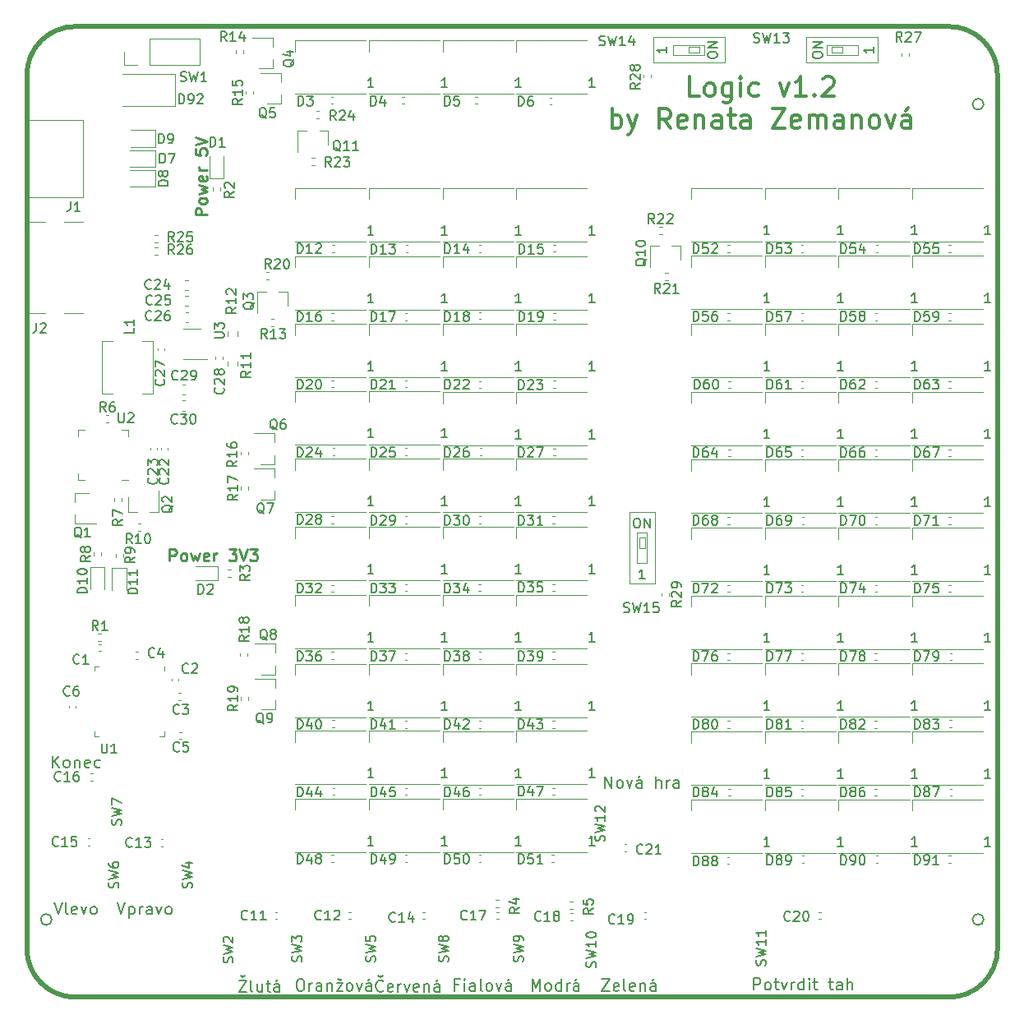
<source format=gbr>
G04 #@! TF.GenerationSoftware,KiCad,Pcbnew,5.1.5+dfsg1-2build2*
G04 #@! TF.CreationDate,2021-03-22T16:34:40+01:00*
G04 #@! TF.ProjectId,Logic_KiCad,4c6f6769-635f-44b6-9943-61642e6b6963,rev?*
G04 #@! TF.SameCoordinates,Original*
G04 #@! TF.FileFunction,Legend,Top*
G04 #@! TF.FilePolarity,Positive*
%FSLAX46Y46*%
G04 Gerber Fmt 4.6, Leading zero omitted, Abs format (unit mm)*
G04 Created by KiCad (PCBNEW 5.1.5+dfsg1-2build2) date 2021-03-22 16:34:40*
%MOMM*%
%LPD*%
G04 APERTURE LIST*
G04 #@! TA.AperFunction,Profile*
%ADD10C,0.200000*%
G04 #@! TD*
G04 #@! TA.AperFunction,Profile*
%ADD11C,0.500000*%
G04 #@! TD*
%ADD12C,0.250000*%
%ADD13C,0.200000*%
%ADD14C,0.300000*%
%ADD15C,0.120000*%
%ADD16C,0.150000*%
G04 APERTURE END LIST*
D10*
X97576000Y-127000000D02*
G75*
G03X97576000Y-127000000I-576000J0D01*
G01*
X193576000Y-127000000D02*
G75*
G03X193576000Y-127000000I-576000J0D01*
G01*
X193576000Y-43000000D02*
G75*
G03X193576000Y-43000000I-576000J0D01*
G01*
D11*
X195000000Y-130000000D02*
G75*
G02X190000000Y-135000000I-5000000J0D01*
G01*
D12*
X113552857Y-54404285D02*
X112352857Y-54404285D01*
X112352857Y-53947142D01*
X112410000Y-53832857D01*
X112467142Y-53775714D01*
X112581428Y-53718571D01*
X112752857Y-53718571D01*
X112867142Y-53775714D01*
X112924285Y-53832857D01*
X112981428Y-53947142D01*
X112981428Y-54404285D01*
X113552857Y-53032857D02*
X113495714Y-53147142D01*
X113438571Y-53204285D01*
X113324285Y-53261428D01*
X112981428Y-53261428D01*
X112867142Y-53204285D01*
X112810000Y-53147142D01*
X112752857Y-53032857D01*
X112752857Y-52861428D01*
X112810000Y-52747142D01*
X112867142Y-52690000D01*
X112981428Y-52632857D01*
X113324285Y-52632857D01*
X113438571Y-52690000D01*
X113495714Y-52747142D01*
X113552857Y-52861428D01*
X113552857Y-53032857D01*
X112752857Y-52232857D02*
X113552857Y-52004285D01*
X112981428Y-51775714D01*
X113552857Y-51547142D01*
X112752857Y-51318571D01*
X113495714Y-50404285D02*
X113552857Y-50518571D01*
X113552857Y-50747142D01*
X113495714Y-50861428D01*
X113381428Y-50918571D01*
X112924285Y-50918571D01*
X112810000Y-50861428D01*
X112752857Y-50747142D01*
X112752857Y-50518571D01*
X112810000Y-50404285D01*
X112924285Y-50347142D01*
X113038571Y-50347142D01*
X113152857Y-50918571D01*
X113552857Y-49832857D02*
X112752857Y-49832857D01*
X112981428Y-49832857D02*
X112867142Y-49775714D01*
X112810000Y-49718571D01*
X112752857Y-49604285D01*
X112752857Y-49490000D01*
X112352857Y-47604285D02*
X112352857Y-48175714D01*
X112924285Y-48232857D01*
X112867142Y-48175714D01*
X112810000Y-48061428D01*
X112810000Y-47775714D01*
X112867142Y-47661428D01*
X112924285Y-47604285D01*
X113038571Y-47547142D01*
X113324285Y-47547142D01*
X113438571Y-47604285D01*
X113495714Y-47661428D01*
X113552857Y-47775714D01*
X113552857Y-48061428D01*
X113495714Y-48175714D01*
X113438571Y-48232857D01*
X112352857Y-47204285D02*
X113552857Y-46804285D01*
X112352857Y-46404285D01*
X109714285Y-90042857D02*
X109714285Y-88842857D01*
X110171428Y-88842857D01*
X110285714Y-88900000D01*
X110342857Y-88957142D01*
X110400000Y-89071428D01*
X110400000Y-89242857D01*
X110342857Y-89357142D01*
X110285714Y-89414285D01*
X110171428Y-89471428D01*
X109714285Y-89471428D01*
X111085714Y-90042857D02*
X110971428Y-89985714D01*
X110914285Y-89928571D01*
X110857142Y-89814285D01*
X110857142Y-89471428D01*
X110914285Y-89357142D01*
X110971428Y-89300000D01*
X111085714Y-89242857D01*
X111257142Y-89242857D01*
X111371428Y-89300000D01*
X111428571Y-89357142D01*
X111485714Y-89471428D01*
X111485714Y-89814285D01*
X111428571Y-89928571D01*
X111371428Y-89985714D01*
X111257142Y-90042857D01*
X111085714Y-90042857D01*
X111885714Y-89242857D02*
X112114285Y-90042857D01*
X112342857Y-89471428D01*
X112571428Y-90042857D01*
X112800000Y-89242857D01*
X113714285Y-89985714D02*
X113600000Y-90042857D01*
X113371428Y-90042857D01*
X113257142Y-89985714D01*
X113200000Y-89871428D01*
X113200000Y-89414285D01*
X113257142Y-89300000D01*
X113371428Y-89242857D01*
X113600000Y-89242857D01*
X113714285Y-89300000D01*
X113771428Y-89414285D01*
X113771428Y-89528571D01*
X113200000Y-89642857D01*
X114285714Y-90042857D02*
X114285714Y-89242857D01*
X114285714Y-89471428D02*
X114342857Y-89357142D01*
X114400000Y-89300000D01*
X114514285Y-89242857D01*
X114628571Y-89242857D01*
X115828571Y-88842857D02*
X116571428Y-88842857D01*
X116171428Y-89300000D01*
X116342857Y-89300000D01*
X116457142Y-89357142D01*
X116514285Y-89414285D01*
X116571428Y-89528571D01*
X116571428Y-89814285D01*
X116514285Y-89928571D01*
X116457142Y-89985714D01*
X116342857Y-90042857D01*
X116000000Y-90042857D01*
X115885714Y-89985714D01*
X115828571Y-89928571D01*
X116914285Y-88842857D02*
X117314285Y-90042857D01*
X117714285Y-88842857D01*
X118000000Y-88842857D02*
X118742857Y-88842857D01*
X118342857Y-89300000D01*
X118514285Y-89300000D01*
X118628571Y-89357142D01*
X118685714Y-89414285D01*
X118742857Y-89528571D01*
X118742857Y-89814285D01*
X118685714Y-89928571D01*
X118628571Y-89985714D01*
X118514285Y-90042857D01*
X118171428Y-90042857D01*
X118057142Y-89985714D01*
X118000000Y-89928571D01*
D13*
X97651428Y-111342857D02*
X97651428Y-110142857D01*
X98337142Y-111342857D02*
X97822857Y-110657142D01*
X98337142Y-110142857D02*
X97651428Y-110828571D01*
X99022857Y-111342857D02*
X98908571Y-111285714D01*
X98851428Y-111228571D01*
X98794285Y-111114285D01*
X98794285Y-110771428D01*
X98851428Y-110657142D01*
X98908571Y-110600000D01*
X99022857Y-110542857D01*
X99194285Y-110542857D01*
X99308571Y-110600000D01*
X99365714Y-110657142D01*
X99422857Y-110771428D01*
X99422857Y-111114285D01*
X99365714Y-111228571D01*
X99308571Y-111285714D01*
X99194285Y-111342857D01*
X99022857Y-111342857D01*
X99937142Y-110542857D02*
X99937142Y-111342857D01*
X99937142Y-110657142D02*
X99994285Y-110600000D01*
X100108571Y-110542857D01*
X100280000Y-110542857D01*
X100394285Y-110600000D01*
X100451428Y-110714285D01*
X100451428Y-111342857D01*
X101480000Y-111285714D02*
X101365714Y-111342857D01*
X101137142Y-111342857D01*
X101022857Y-111285714D01*
X100965714Y-111171428D01*
X100965714Y-110714285D01*
X101022857Y-110600000D01*
X101137142Y-110542857D01*
X101365714Y-110542857D01*
X101480000Y-110600000D01*
X101537142Y-110714285D01*
X101537142Y-110828571D01*
X100965714Y-110942857D01*
X102565714Y-111285714D02*
X102451428Y-111342857D01*
X102222857Y-111342857D01*
X102108571Y-111285714D01*
X102051428Y-111228571D01*
X101994285Y-111114285D01*
X101994285Y-110771428D01*
X102051428Y-110657142D01*
X102108571Y-110600000D01*
X102222857Y-110542857D01*
X102451428Y-110542857D01*
X102565714Y-110600000D01*
X154251428Y-133142857D02*
X155051428Y-133142857D01*
X154251428Y-134342857D01*
X155051428Y-134342857D01*
X155965714Y-134285714D02*
X155851428Y-134342857D01*
X155622857Y-134342857D01*
X155508571Y-134285714D01*
X155451428Y-134171428D01*
X155451428Y-133714285D01*
X155508571Y-133600000D01*
X155622857Y-133542857D01*
X155851428Y-133542857D01*
X155965714Y-133600000D01*
X156022857Y-133714285D01*
X156022857Y-133828571D01*
X155451428Y-133942857D01*
X156708571Y-134342857D02*
X156594285Y-134285714D01*
X156537142Y-134171428D01*
X156537142Y-133142857D01*
X157622857Y-134285714D02*
X157508571Y-134342857D01*
X157280000Y-134342857D01*
X157165714Y-134285714D01*
X157108571Y-134171428D01*
X157108571Y-133714285D01*
X157165714Y-133600000D01*
X157280000Y-133542857D01*
X157508571Y-133542857D01*
X157622857Y-133600000D01*
X157680000Y-133714285D01*
X157680000Y-133828571D01*
X157108571Y-133942857D01*
X158194285Y-133542857D02*
X158194285Y-134342857D01*
X158194285Y-133657142D02*
X158251428Y-133600000D01*
X158365714Y-133542857D01*
X158537142Y-133542857D01*
X158651428Y-133600000D01*
X158708571Y-133714285D01*
X158708571Y-134342857D01*
X159794285Y-134342857D02*
X159794285Y-133714285D01*
X159737142Y-133600000D01*
X159622857Y-133542857D01*
X159394285Y-133542857D01*
X159280000Y-133600000D01*
X159794285Y-134285714D02*
X159680000Y-134342857D01*
X159394285Y-134342857D01*
X159280000Y-134285714D01*
X159222857Y-134171428D01*
X159222857Y-134057142D01*
X159280000Y-133942857D01*
X159394285Y-133885714D01*
X159680000Y-133885714D01*
X159794285Y-133828571D01*
X159622857Y-133085714D02*
X159451428Y-133257142D01*
X147080000Y-134342857D02*
X147080000Y-133142857D01*
X147480000Y-134000000D01*
X147880000Y-133142857D01*
X147880000Y-134342857D01*
X148622857Y-134342857D02*
X148508571Y-134285714D01*
X148451428Y-134228571D01*
X148394285Y-134114285D01*
X148394285Y-133771428D01*
X148451428Y-133657142D01*
X148508571Y-133600000D01*
X148622857Y-133542857D01*
X148794285Y-133542857D01*
X148908571Y-133600000D01*
X148965714Y-133657142D01*
X149022857Y-133771428D01*
X149022857Y-134114285D01*
X148965714Y-134228571D01*
X148908571Y-134285714D01*
X148794285Y-134342857D01*
X148622857Y-134342857D01*
X150051428Y-134342857D02*
X150051428Y-133142857D01*
X150051428Y-134285714D02*
X149937142Y-134342857D01*
X149708571Y-134342857D01*
X149594285Y-134285714D01*
X149537142Y-134228571D01*
X149480000Y-134114285D01*
X149480000Y-133771428D01*
X149537142Y-133657142D01*
X149594285Y-133600000D01*
X149708571Y-133542857D01*
X149937142Y-133542857D01*
X150051428Y-133600000D01*
X150622857Y-134342857D02*
X150622857Y-133542857D01*
X150622857Y-133771428D02*
X150680000Y-133657142D01*
X150737142Y-133600000D01*
X150851428Y-133542857D01*
X150965714Y-133542857D01*
X151880000Y-134342857D02*
X151880000Y-133714285D01*
X151822857Y-133600000D01*
X151708571Y-133542857D01*
X151480000Y-133542857D01*
X151365714Y-133600000D01*
X151880000Y-134285714D02*
X151765714Y-134342857D01*
X151480000Y-134342857D01*
X151365714Y-134285714D01*
X151308571Y-134171428D01*
X151308571Y-134057142D01*
X151365714Y-133942857D01*
X151480000Y-133885714D01*
X151765714Y-133885714D01*
X151880000Y-133828571D01*
X151708571Y-133085714D02*
X151537142Y-133257142D01*
X139465714Y-133714285D02*
X139065714Y-133714285D01*
X139065714Y-134342857D02*
X139065714Y-133142857D01*
X139637142Y-133142857D01*
X140094285Y-134342857D02*
X140094285Y-133542857D01*
X140094285Y-133142857D02*
X140037142Y-133200000D01*
X140094285Y-133257142D01*
X140151428Y-133200000D01*
X140094285Y-133142857D01*
X140094285Y-133257142D01*
X141180000Y-134342857D02*
X141180000Y-133714285D01*
X141122857Y-133600000D01*
X141008571Y-133542857D01*
X140780000Y-133542857D01*
X140665714Y-133600000D01*
X141180000Y-134285714D02*
X141065714Y-134342857D01*
X140780000Y-134342857D01*
X140665714Y-134285714D01*
X140608571Y-134171428D01*
X140608571Y-134057142D01*
X140665714Y-133942857D01*
X140780000Y-133885714D01*
X141065714Y-133885714D01*
X141180000Y-133828571D01*
X141922857Y-134342857D02*
X141808571Y-134285714D01*
X141751428Y-134171428D01*
X141751428Y-133142857D01*
X142551428Y-134342857D02*
X142437142Y-134285714D01*
X142380000Y-134228571D01*
X142322857Y-134114285D01*
X142322857Y-133771428D01*
X142380000Y-133657142D01*
X142437142Y-133600000D01*
X142551428Y-133542857D01*
X142722857Y-133542857D01*
X142837142Y-133600000D01*
X142894285Y-133657142D01*
X142951428Y-133771428D01*
X142951428Y-134114285D01*
X142894285Y-134228571D01*
X142837142Y-134285714D01*
X142722857Y-134342857D01*
X142551428Y-134342857D01*
X143351428Y-133542857D02*
X143637142Y-134342857D01*
X143922857Y-133542857D01*
X144894285Y-134342857D02*
X144894285Y-133714285D01*
X144837142Y-133600000D01*
X144722857Y-133542857D01*
X144494285Y-133542857D01*
X144380000Y-133600000D01*
X144894285Y-134285714D02*
X144780000Y-134342857D01*
X144494285Y-134342857D01*
X144380000Y-134285714D01*
X144322857Y-134171428D01*
X144322857Y-134057142D01*
X144380000Y-133942857D01*
X144494285Y-133885714D01*
X144780000Y-133885714D01*
X144894285Y-133828571D01*
X144722857Y-133085714D02*
X144551428Y-133257142D01*
X131708571Y-134328571D02*
X131651428Y-134385714D01*
X131480000Y-134442857D01*
X131365714Y-134442857D01*
X131194285Y-134385714D01*
X131080000Y-134271428D01*
X131022857Y-134157142D01*
X130965714Y-133928571D01*
X130965714Y-133757142D01*
X131022857Y-133528571D01*
X131080000Y-133414285D01*
X131194285Y-133300000D01*
X131365714Y-133242857D01*
X131480000Y-133242857D01*
X131651428Y-133300000D01*
X131708571Y-133357142D01*
X131194285Y-132785714D02*
X131422857Y-132957142D01*
X131651428Y-132785714D01*
X132680000Y-134385714D02*
X132565714Y-134442857D01*
X132337142Y-134442857D01*
X132222857Y-134385714D01*
X132165714Y-134271428D01*
X132165714Y-133814285D01*
X132222857Y-133700000D01*
X132337142Y-133642857D01*
X132565714Y-133642857D01*
X132680000Y-133700000D01*
X132737142Y-133814285D01*
X132737142Y-133928571D01*
X132165714Y-134042857D01*
X133251428Y-134442857D02*
X133251428Y-133642857D01*
X133251428Y-133871428D02*
X133308571Y-133757142D01*
X133365714Y-133700000D01*
X133480000Y-133642857D01*
X133594285Y-133642857D01*
X133880000Y-133642857D02*
X134165714Y-134442857D01*
X134451428Y-133642857D01*
X135365714Y-134385714D02*
X135251428Y-134442857D01*
X135022857Y-134442857D01*
X134908571Y-134385714D01*
X134851428Y-134271428D01*
X134851428Y-133814285D01*
X134908571Y-133700000D01*
X135022857Y-133642857D01*
X135251428Y-133642857D01*
X135365714Y-133700000D01*
X135422857Y-133814285D01*
X135422857Y-133928571D01*
X134851428Y-134042857D01*
X135937142Y-133642857D02*
X135937142Y-134442857D01*
X135937142Y-133757142D02*
X135994285Y-133700000D01*
X136108571Y-133642857D01*
X136280000Y-133642857D01*
X136394285Y-133700000D01*
X136451428Y-133814285D01*
X136451428Y-134442857D01*
X137537142Y-134442857D02*
X137537142Y-133814285D01*
X137480000Y-133700000D01*
X137365714Y-133642857D01*
X137137142Y-133642857D01*
X137022857Y-133700000D01*
X137537142Y-134385714D02*
X137422857Y-134442857D01*
X137137142Y-134442857D01*
X137022857Y-134385714D01*
X136965714Y-134271428D01*
X136965714Y-134157142D01*
X137022857Y-134042857D01*
X137137142Y-133985714D01*
X137422857Y-133985714D01*
X137537142Y-133928571D01*
X137365714Y-133185714D02*
X137194285Y-133357142D01*
X116837142Y-133242857D02*
X117637142Y-133242857D01*
X116837142Y-134442857D01*
X117637142Y-134442857D01*
X117008571Y-132785714D02*
X117237142Y-132957142D01*
X117465714Y-132785714D01*
X118265714Y-134442857D02*
X118151428Y-134385714D01*
X118094285Y-134271428D01*
X118094285Y-133242857D01*
X119237142Y-133642857D02*
X119237142Y-134442857D01*
X118722857Y-133642857D02*
X118722857Y-134271428D01*
X118780000Y-134385714D01*
X118894285Y-134442857D01*
X119065714Y-134442857D01*
X119180000Y-134385714D01*
X119237142Y-134328571D01*
X119637142Y-133642857D02*
X120094285Y-133642857D01*
X119808571Y-133242857D02*
X119808571Y-134271428D01*
X119865714Y-134385714D01*
X119980000Y-134442857D01*
X120094285Y-134442857D01*
X121008571Y-134442857D02*
X121008571Y-133814285D01*
X120951428Y-133700000D01*
X120837142Y-133642857D01*
X120608571Y-133642857D01*
X120494285Y-133700000D01*
X121008571Y-134385714D02*
X120894285Y-134442857D01*
X120608571Y-134442857D01*
X120494285Y-134385714D01*
X120437142Y-134271428D01*
X120437142Y-134157142D01*
X120494285Y-134042857D01*
X120608571Y-133985714D01*
X120894285Y-133985714D01*
X121008571Y-133928571D01*
X120837142Y-133185714D02*
X120665714Y-133357142D01*
X123080000Y-133142857D02*
X123308571Y-133142857D01*
X123422857Y-133200000D01*
X123537142Y-133314285D01*
X123594285Y-133542857D01*
X123594285Y-133942857D01*
X123537142Y-134171428D01*
X123422857Y-134285714D01*
X123308571Y-134342857D01*
X123080000Y-134342857D01*
X122965714Y-134285714D01*
X122851428Y-134171428D01*
X122794285Y-133942857D01*
X122794285Y-133542857D01*
X122851428Y-133314285D01*
X122965714Y-133200000D01*
X123080000Y-133142857D01*
X124108571Y-134342857D02*
X124108571Y-133542857D01*
X124108571Y-133771428D02*
X124165714Y-133657142D01*
X124222857Y-133600000D01*
X124337142Y-133542857D01*
X124451428Y-133542857D01*
X125365714Y-134342857D02*
X125365714Y-133714285D01*
X125308571Y-133600000D01*
X125194285Y-133542857D01*
X124965714Y-133542857D01*
X124851428Y-133600000D01*
X125365714Y-134285714D02*
X125251428Y-134342857D01*
X124965714Y-134342857D01*
X124851428Y-134285714D01*
X124794285Y-134171428D01*
X124794285Y-134057142D01*
X124851428Y-133942857D01*
X124965714Y-133885714D01*
X125251428Y-133885714D01*
X125365714Y-133828571D01*
X125937142Y-133542857D02*
X125937142Y-134342857D01*
X125937142Y-133657142D02*
X125994285Y-133600000D01*
X126108571Y-133542857D01*
X126280000Y-133542857D01*
X126394285Y-133600000D01*
X126451428Y-133714285D01*
X126451428Y-134342857D01*
X126908571Y-133542857D02*
X127537142Y-133542857D01*
X126908571Y-134342857D01*
X127537142Y-134342857D01*
X127022857Y-133085714D02*
X127251428Y-133257142D01*
X127480000Y-133085714D01*
X128165714Y-134342857D02*
X128051428Y-134285714D01*
X127994285Y-134228571D01*
X127937142Y-134114285D01*
X127937142Y-133771428D01*
X127994285Y-133657142D01*
X128051428Y-133600000D01*
X128165714Y-133542857D01*
X128337142Y-133542857D01*
X128451428Y-133600000D01*
X128508571Y-133657142D01*
X128565714Y-133771428D01*
X128565714Y-134114285D01*
X128508571Y-134228571D01*
X128451428Y-134285714D01*
X128337142Y-134342857D01*
X128165714Y-134342857D01*
X128965714Y-133542857D02*
X129251428Y-134342857D01*
X129537142Y-133542857D01*
X130508571Y-134342857D02*
X130508571Y-133714285D01*
X130451428Y-133600000D01*
X130337142Y-133542857D01*
X130108571Y-133542857D01*
X129994285Y-133600000D01*
X130508571Y-134285714D02*
X130394285Y-134342857D01*
X130108571Y-134342857D01*
X129994285Y-134285714D01*
X129937142Y-134171428D01*
X129937142Y-134057142D01*
X129994285Y-133942857D01*
X130108571Y-133885714D01*
X130394285Y-133885714D01*
X130508571Y-133828571D01*
X130337142Y-133085714D02*
X130165714Y-133257142D01*
X154580000Y-113442857D02*
X154580000Y-112242857D01*
X155265714Y-113442857D01*
X155265714Y-112242857D01*
X156008571Y-113442857D02*
X155894285Y-113385714D01*
X155837142Y-113328571D01*
X155780000Y-113214285D01*
X155780000Y-112871428D01*
X155837142Y-112757142D01*
X155894285Y-112700000D01*
X156008571Y-112642857D01*
X156180000Y-112642857D01*
X156294285Y-112700000D01*
X156351428Y-112757142D01*
X156408571Y-112871428D01*
X156408571Y-113214285D01*
X156351428Y-113328571D01*
X156294285Y-113385714D01*
X156180000Y-113442857D01*
X156008571Y-113442857D01*
X156808571Y-112642857D02*
X157094285Y-113442857D01*
X157380000Y-112642857D01*
X158351428Y-113442857D02*
X158351428Y-112814285D01*
X158294285Y-112700000D01*
X158180000Y-112642857D01*
X157951428Y-112642857D01*
X157837142Y-112700000D01*
X158351428Y-113385714D02*
X158237142Y-113442857D01*
X157951428Y-113442857D01*
X157837142Y-113385714D01*
X157780000Y-113271428D01*
X157780000Y-113157142D01*
X157837142Y-113042857D01*
X157951428Y-112985714D01*
X158237142Y-112985714D01*
X158351428Y-112928571D01*
X158180000Y-112185714D02*
X158008571Y-112357142D01*
X159837142Y-113442857D02*
X159837142Y-112242857D01*
X160351428Y-113442857D02*
X160351428Y-112814285D01*
X160294285Y-112700000D01*
X160180000Y-112642857D01*
X160008571Y-112642857D01*
X159894285Y-112700000D01*
X159837142Y-112757142D01*
X160922857Y-113442857D02*
X160922857Y-112642857D01*
X160922857Y-112871428D02*
X160980000Y-112757142D01*
X161037142Y-112700000D01*
X161151428Y-112642857D01*
X161265714Y-112642857D01*
X162180000Y-113442857D02*
X162180000Y-112814285D01*
X162122857Y-112700000D01*
X162008571Y-112642857D01*
X161780000Y-112642857D01*
X161665714Y-112700000D01*
X162180000Y-113385714D02*
X162065714Y-113442857D01*
X161780000Y-113442857D01*
X161665714Y-113385714D01*
X161608571Y-113271428D01*
X161608571Y-113157142D01*
X161665714Y-113042857D01*
X161780000Y-112985714D01*
X162065714Y-112985714D01*
X162180000Y-112928571D01*
X169894285Y-134242857D02*
X169894285Y-133042857D01*
X170351428Y-133042857D01*
X170465714Y-133100000D01*
X170522857Y-133157142D01*
X170580000Y-133271428D01*
X170580000Y-133442857D01*
X170522857Y-133557142D01*
X170465714Y-133614285D01*
X170351428Y-133671428D01*
X169894285Y-133671428D01*
X171265714Y-134242857D02*
X171151428Y-134185714D01*
X171094285Y-134128571D01*
X171037142Y-134014285D01*
X171037142Y-133671428D01*
X171094285Y-133557142D01*
X171151428Y-133500000D01*
X171265714Y-133442857D01*
X171437142Y-133442857D01*
X171551428Y-133500000D01*
X171608571Y-133557142D01*
X171665714Y-133671428D01*
X171665714Y-134014285D01*
X171608571Y-134128571D01*
X171551428Y-134185714D01*
X171437142Y-134242857D01*
X171265714Y-134242857D01*
X172008571Y-133442857D02*
X172465714Y-133442857D01*
X172180000Y-133042857D02*
X172180000Y-134071428D01*
X172237142Y-134185714D01*
X172351428Y-134242857D01*
X172465714Y-134242857D01*
X172751428Y-133442857D02*
X173037142Y-134242857D01*
X173322857Y-133442857D01*
X173780000Y-134242857D02*
X173780000Y-133442857D01*
X173780000Y-133671428D02*
X173837142Y-133557142D01*
X173894285Y-133500000D01*
X174008571Y-133442857D01*
X174122857Y-133442857D01*
X175037142Y-134242857D02*
X175037142Y-133042857D01*
X175037142Y-134185714D02*
X174922857Y-134242857D01*
X174694285Y-134242857D01*
X174580000Y-134185714D01*
X174522857Y-134128571D01*
X174465714Y-134014285D01*
X174465714Y-133671428D01*
X174522857Y-133557142D01*
X174580000Y-133500000D01*
X174694285Y-133442857D01*
X174922857Y-133442857D01*
X175037142Y-133500000D01*
X175608571Y-134242857D02*
X175608571Y-133442857D01*
X175608571Y-133042857D02*
X175551428Y-133100000D01*
X175608571Y-133157142D01*
X175665714Y-133100000D01*
X175608571Y-133042857D01*
X175608571Y-133157142D01*
X176008571Y-133442857D02*
X176465714Y-133442857D01*
X176180000Y-133042857D02*
X176180000Y-134071428D01*
X176237142Y-134185714D01*
X176351428Y-134242857D01*
X176465714Y-134242857D01*
X177608571Y-133442857D02*
X178065714Y-133442857D01*
X177780000Y-133042857D02*
X177780000Y-134071428D01*
X177837142Y-134185714D01*
X177951428Y-134242857D01*
X178065714Y-134242857D01*
X178980000Y-134242857D02*
X178980000Y-133614285D01*
X178922857Y-133500000D01*
X178808571Y-133442857D01*
X178580000Y-133442857D01*
X178465714Y-133500000D01*
X178980000Y-134185714D02*
X178865714Y-134242857D01*
X178580000Y-134242857D01*
X178465714Y-134185714D01*
X178408571Y-134071428D01*
X178408571Y-133957142D01*
X178465714Y-133842857D01*
X178580000Y-133785714D01*
X178865714Y-133785714D01*
X178980000Y-133728571D01*
X179551428Y-134242857D02*
X179551428Y-133042857D01*
X180065714Y-134242857D02*
X180065714Y-133614285D01*
X180008571Y-133500000D01*
X179894285Y-133442857D01*
X179722857Y-133442857D01*
X179608571Y-133500000D01*
X179551428Y-133557142D01*
X97851428Y-125242857D02*
X98251428Y-126442857D01*
X98651428Y-125242857D01*
X99222857Y-126442857D02*
X99108571Y-126385714D01*
X99051428Y-126271428D01*
X99051428Y-125242857D01*
X100137142Y-126385714D02*
X100022857Y-126442857D01*
X99794285Y-126442857D01*
X99680000Y-126385714D01*
X99622857Y-126271428D01*
X99622857Y-125814285D01*
X99680000Y-125700000D01*
X99794285Y-125642857D01*
X100022857Y-125642857D01*
X100137142Y-125700000D01*
X100194285Y-125814285D01*
X100194285Y-125928571D01*
X99622857Y-126042857D01*
X100594285Y-125642857D02*
X100880000Y-126442857D01*
X101165714Y-125642857D01*
X101794285Y-126442857D02*
X101680000Y-126385714D01*
X101622857Y-126328571D01*
X101565714Y-126214285D01*
X101565714Y-125871428D01*
X101622857Y-125757142D01*
X101680000Y-125700000D01*
X101794285Y-125642857D01*
X101965714Y-125642857D01*
X102080000Y-125700000D01*
X102137142Y-125757142D01*
X102194285Y-125871428D01*
X102194285Y-126214285D01*
X102137142Y-126328571D01*
X102080000Y-126385714D01*
X101965714Y-126442857D01*
X101794285Y-126442857D01*
X104322857Y-125242857D02*
X104722857Y-126442857D01*
X105122857Y-125242857D01*
X105522857Y-125642857D02*
X105522857Y-126842857D01*
X105522857Y-125700000D02*
X105637142Y-125642857D01*
X105865714Y-125642857D01*
X105980000Y-125700000D01*
X106037142Y-125757142D01*
X106094285Y-125871428D01*
X106094285Y-126214285D01*
X106037142Y-126328571D01*
X105980000Y-126385714D01*
X105865714Y-126442857D01*
X105637142Y-126442857D01*
X105522857Y-126385714D01*
X106608571Y-126442857D02*
X106608571Y-125642857D01*
X106608571Y-125871428D02*
X106665714Y-125757142D01*
X106722857Y-125700000D01*
X106837142Y-125642857D01*
X106951428Y-125642857D01*
X107865714Y-126442857D02*
X107865714Y-125814285D01*
X107808571Y-125700000D01*
X107694285Y-125642857D01*
X107465714Y-125642857D01*
X107351428Y-125700000D01*
X107865714Y-126385714D02*
X107751428Y-126442857D01*
X107465714Y-126442857D01*
X107351428Y-126385714D01*
X107294285Y-126271428D01*
X107294285Y-126157142D01*
X107351428Y-126042857D01*
X107465714Y-125985714D01*
X107751428Y-125985714D01*
X107865714Y-125928571D01*
X108322857Y-125642857D02*
X108608571Y-126442857D01*
X108894285Y-125642857D01*
X109522857Y-126442857D02*
X109408571Y-126385714D01*
X109351428Y-126328571D01*
X109294285Y-126214285D01*
X109294285Y-125871428D01*
X109351428Y-125757142D01*
X109408571Y-125700000D01*
X109522857Y-125642857D01*
X109694285Y-125642857D01*
X109808571Y-125700000D01*
X109865714Y-125757142D01*
X109922857Y-125871428D01*
X109922857Y-126214285D01*
X109865714Y-126328571D01*
X109808571Y-126385714D01*
X109694285Y-126442857D01*
X109522857Y-126442857D01*
D11*
X100000000Y-135000000D02*
G75*
G02X95000000Y-130000000I0J5000000D01*
G01*
X195000000Y-40000000D02*
G75*
G03X190000000Y-35000000I-5000000J0D01*
G01*
X100000000Y-35000000D02*
G75*
G03X95000000Y-40000000I0J-5000000D01*
G01*
X100000000Y-35000000D02*
X190000000Y-35000000D01*
D14*
X164259428Y-42180761D02*
X163307047Y-42180761D01*
X163307047Y-40180761D01*
X165211809Y-42180761D02*
X165021333Y-42085523D01*
X164926095Y-41990285D01*
X164830857Y-41799809D01*
X164830857Y-41228380D01*
X164926095Y-41037904D01*
X165021333Y-40942666D01*
X165211809Y-40847428D01*
X165497523Y-40847428D01*
X165688000Y-40942666D01*
X165783238Y-41037904D01*
X165878476Y-41228380D01*
X165878476Y-41799809D01*
X165783238Y-41990285D01*
X165688000Y-42085523D01*
X165497523Y-42180761D01*
X165211809Y-42180761D01*
X167592761Y-40847428D02*
X167592761Y-42466476D01*
X167497523Y-42656952D01*
X167402285Y-42752190D01*
X167211809Y-42847428D01*
X166926095Y-42847428D01*
X166735619Y-42752190D01*
X167592761Y-42085523D02*
X167402285Y-42180761D01*
X167021333Y-42180761D01*
X166830857Y-42085523D01*
X166735619Y-41990285D01*
X166640380Y-41799809D01*
X166640380Y-41228380D01*
X166735619Y-41037904D01*
X166830857Y-40942666D01*
X167021333Y-40847428D01*
X167402285Y-40847428D01*
X167592761Y-40942666D01*
X168545142Y-42180761D02*
X168545142Y-40847428D01*
X168545142Y-40180761D02*
X168449904Y-40276000D01*
X168545142Y-40371238D01*
X168640380Y-40276000D01*
X168545142Y-40180761D01*
X168545142Y-40371238D01*
X170354666Y-42085523D02*
X170164190Y-42180761D01*
X169783238Y-42180761D01*
X169592761Y-42085523D01*
X169497523Y-41990285D01*
X169402285Y-41799809D01*
X169402285Y-41228380D01*
X169497523Y-41037904D01*
X169592761Y-40942666D01*
X169783238Y-40847428D01*
X170164190Y-40847428D01*
X170354666Y-40942666D01*
X172545142Y-40847428D02*
X173021333Y-42180761D01*
X173497523Y-40847428D01*
X175307047Y-42180761D02*
X174164190Y-42180761D01*
X174735619Y-42180761D02*
X174735619Y-40180761D01*
X174545142Y-40466476D01*
X174354666Y-40656952D01*
X174164190Y-40752190D01*
X176164190Y-41990285D02*
X176259428Y-42085523D01*
X176164190Y-42180761D01*
X176068952Y-42085523D01*
X176164190Y-41990285D01*
X176164190Y-42180761D01*
X177021333Y-40371238D02*
X177116571Y-40276000D01*
X177307047Y-40180761D01*
X177783238Y-40180761D01*
X177973714Y-40276000D01*
X178068952Y-40371238D01*
X178164190Y-40561714D01*
X178164190Y-40752190D01*
X178068952Y-41037904D01*
X176926095Y-42180761D01*
X178164190Y-42180761D01*
X155307047Y-45480761D02*
X155307047Y-43480761D01*
X155307047Y-44242666D02*
X155497523Y-44147428D01*
X155878476Y-44147428D01*
X156068952Y-44242666D01*
X156164190Y-44337904D01*
X156259428Y-44528380D01*
X156259428Y-45099809D01*
X156164190Y-45290285D01*
X156068952Y-45385523D01*
X155878476Y-45480761D01*
X155497523Y-45480761D01*
X155307047Y-45385523D01*
X156926095Y-44147428D02*
X157402285Y-45480761D01*
X157878476Y-44147428D02*
X157402285Y-45480761D01*
X157211809Y-45956952D01*
X157116571Y-46052190D01*
X156926095Y-46147428D01*
X161307047Y-45480761D02*
X160640380Y-44528380D01*
X160164190Y-45480761D02*
X160164190Y-43480761D01*
X160926095Y-43480761D01*
X161116571Y-43576000D01*
X161211809Y-43671238D01*
X161307047Y-43861714D01*
X161307047Y-44147428D01*
X161211809Y-44337904D01*
X161116571Y-44433142D01*
X160926095Y-44528380D01*
X160164190Y-44528380D01*
X162926095Y-45385523D02*
X162735619Y-45480761D01*
X162354666Y-45480761D01*
X162164190Y-45385523D01*
X162068952Y-45195047D01*
X162068952Y-44433142D01*
X162164190Y-44242666D01*
X162354666Y-44147428D01*
X162735619Y-44147428D01*
X162926095Y-44242666D01*
X163021333Y-44433142D01*
X163021333Y-44623619D01*
X162068952Y-44814095D01*
X163878476Y-44147428D02*
X163878476Y-45480761D01*
X163878476Y-44337904D02*
X163973714Y-44242666D01*
X164164190Y-44147428D01*
X164449904Y-44147428D01*
X164640380Y-44242666D01*
X164735619Y-44433142D01*
X164735619Y-45480761D01*
X166545142Y-45480761D02*
X166545142Y-44433142D01*
X166449904Y-44242666D01*
X166259428Y-44147428D01*
X165878476Y-44147428D01*
X165688000Y-44242666D01*
X166545142Y-45385523D02*
X166354666Y-45480761D01*
X165878476Y-45480761D01*
X165688000Y-45385523D01*
X165592761Y-45195047D01*
X165592761Y-45004571D01*
X165688000Y-44814095D01*
X165878476Y-44718857D01*
X166354666Y-44718857D01*
X166545142Y-44623619D01*
X167211809Y-44147428D02*
X167973714Y-44147428D01*
X167497523Y-43480761D02*
X167497523Y-45195047D01*
X167592761Y-45385523D01*
X167783238Y-45480761D01*
X167973714Y-45480761D01*
X169497523Y-45480761D02*
X169497523Y-44433142D01*
X169402285Y-44242666D01*
X169211809Y-44147428D01*
X168830857Y-44147428D01*
X168640380Y-44242666D01*
X169497523Y-45385523D02*
X169307047Y-45480761D01*
X168830857Y-45480761D01*
X168640380Y-45385523D01*
X168545142Y-45195047D01*
X168545142Y-45004571D01*
X168640380Y-44814095D01*
X168830857Y-44718857D01*
X169307047Y-44718857D01*
X169497523Y-44623619D01*
X171783238Y-43480761D02*
X173116571Y-43480761D01*
X171783238Y-45480761D01*
X173116571Y-45480761D01*
X174640380Y-45385523D02*
X174449904Y-45480761D01*
X174068952Y-45480761D01*
X173878476Y-45385523D01*
X173783238Y-45195047D01*
X173783238Y-44433142D01*
X173878476Y-44242666D01*
X174068952Y-44147428D01*
X174449904Y-44147428D01*
X174640380Y-44242666D01*
X174735619Y-44433142D01*
X174735619Y-44623619D01*
X173783238Y-44814095D01*
X175592761Y-45480761D02*
X175592761Y-44147428D01*
X175592761Y-44337904D02*
X175688000Y-44242666D01*
X175878476Y-44147428D01*
X176164190Y-44147428D01*
X176354666Y-44242666D01*
X176449904Y-44433142D01*
X176449904Y-45480761D01*
X176449904Y-44433142D02*
X176545142Y-44242666D01*
X176735619Y-44147428D01*
X177021333Y-44147428D01*
X177211809Y-44242666D01*
X177307047Y-44433142D01*
X177307047Y-45480761D01*
X179116571Y-45480761D02*
X179116571Y-44433142D01*
X179021333Y-44242666D01*
X178830857Y-44147428D01*
X178449904Y-44147428D01*
X178259428Y-44242666D01*
X179116571Y-45385523D02*
X178926095Y-45480761D01*
X178449904Y-45480761D01*
X178259428Y-45385523D01*
X178164190Y-45195047D01*
X178164190Y-45004571D01*
X178259428Y-44814095D01*
X178449904Y-44718857D01*
X178926095Y-44718857D01*
X179116571Y-44623619D01*
X180068952Y-44147428D02*
X180068952Y-45480761D01*
X180068952Y-44337904D02*
X180164190Y-44242666D01*
X180354666Y-44147428D01*
X180640380Y-44147428D01*
X180830857Y-44242666D01*
X180926095Y-44433142D01*
X180926095Y-45480761D01*
X182164190Y-45480761D02*
X181973714Y-45385523D01*
X181878476Y-45290285D01*
X181783238Y-45099809D01*
X181783238Y-44528380D01*
X181878476Y-44337904D01*
X181973714Y-44242666D01*
X182164190Y-44147428D01*
X182449904Y-44147428D01*
X182640380Y-44242666D01*
X182735619Y-44337904D01*
X182830857Y-44528380D01*
X182830857Y-45099809D01*
X182735619Y-45290285D01*
X182640380Y-45385523D01*
X182449904Y-45480761D01*
X182164190Y-45480761D01*
X183497523Y-44147428D02*
X183973714Y-45480761D01*
X184449904Y-44147428D01*
X186068952Y-45480761D02*
X186068952Y-44433142D01*
X185973714Y-44242666D01*
X185783238Y-44147428D01*
X185402285Y-44147428D01*
X185211809Y-44242666D01*
X186068952Y-45385523D02*
X185878476Y-45480761D01*
X185402285Y-45480761D01*
X185211809Y-45385523D01*
X185116571Y-45195047D01*
X185116571Y-45004571D01*
X185211809Y-44814095D01*
X185402285Y-44718857D01*
X185878476Y-44718857D01*
X186068952Y-44623619D01*
X185783238Y-43385523D02*
X185497523Y-43671238D01*
D11*
X95000000Y-130000000D02*
X95000000Y-40000000D01*
X190000000Y-135000000D02*
X100000000Y-135000000D01*
X195000000Y-40000000D02*
X195000000Y-130000000D01*
D15*
G04 #@! TO.C,R29*
X161180000Y-93356359D02*
X161180000Y-93663641D01*
X160420000Y-93356359D02*
X160420000Y-93663641D01*
G04 #@! TO.C,R28*
X159280000Y-39956359D02*
X159280000Y-40263641D01*
X158520000Y-39956359D02*
X158520000Y-40263641D01*
G04 #@! TO.C,R27*
X185880000Y-37756359D02*
X185880000Y-38063641D01*
X185120000Y-37756359D02*
X185120000Y-38063641D01*
G04 #@! TO.C,SW15*
X158080000Y-88700000D02*
X158080000Y-87600000D01*
X158680000Y-88700000D02*
X158080000Y-88700000D01*
X158680000Y-87600000D02*
X158680000Y-88700000D01*
X158080000Y-87600000D02*
X158680000Y-87600000D01*
X158880000Y-87100000D02*
X157880000Y-87100000D01*
X158880000Y-90300000D02*
X158880000Y-87100000D01*
X157880000Y-90300000D02*
X158880000Y-90300000D01*
X157880000Y-87100000D02*
X157880000Y-90300000D01*
X157080000Y-85000000D02*
X157080000Y-92350000D01*
X159680000Y-92350000D02*
X157080000Y-92350000D01*
X159680000Y-85000000D02*
X159680000Y-92350000D01*
X157080000Y-85000000D02*
X159680000Y-85000000D01*
G04 #@! TO.C,J1*
X100750000Y-44600000D02*
X100750000Y-47100000D01*
X94850000Y-44600000D02*
X100750000Y-44600000D01*
X94850000Y-52600000D02*
X94850000Y-44600000D01*
X100750000Y-52600000D02*
X94850000Y-52600000D01*
X100750000Y-47100000D02*
X100750000Y-52600000D01*
G04 #@! TO.C,SW13*
X179000000Y-37700000D02*
X177900000Y-37700000D01*
X179000000Y-37100000D02*
X179000000Y-37700000D01*
X177900000Y-37100000D02*
X179000000Y-37100000D01*
X177900000Y-37700000D02*
X177900000Y-37100000D01*
X177400000Y-36900000D02*
X177400000Y-37900000D01*
X180600000Y-36900000D02*
X177400000Y-36900000D01*
X180600000Y-37900000D02*
X180600000Y-36900000D01*
X177400000Y-37900000D02*
X180600000Y-37900000D01*
X175300000Y-38700000D02*
X182650000Y-38700000D01*
X182650000Y-36100000D02*
X182650000Y-38700000D01*
X175300000Y-36100000D02*
X182650000Y-36100000D01*
X175300000Y-38700000D02*
X175300000Y-36100000D01*
G04 #@! TO.C,SW14*
X163200000Y-37100000D02*
X164300000Y-37100000D01*
X163200000Y-37700000D02*
X163200000Y-37100000D01*
X164300000Y-37700000D02*
X163200000Y-37700000D01*
X164300000Y-37100000D02*
X164300000Y-37700000D01*
X164800000Y-37900000D02*
X164800000Y-36900000D01*
X161600000Y-37900000D02*
X164800000Y-37900000D01*
X161600000Y-36900000D02*
X161600000Y-37900000D01*
X164800000Y-36900000D02*
X161600000Y-36900000D01*
X166900000Y-36100000D02*
X159550000Y-36100000D01*
X159550000Y-38700000D02*
X159550000Y-36100000D01*
X166900000Y-38700000D02*
X159550000Y-38700000D01*
X166900000Y-36100000D02*
X166900000Y-38700000D01*
G04 #@! TO.C,R26*
X108463641Y-58480000D02*
X108156359Y-58480000D01*
X108463641Y-57720000D02*
X108156359Y-57720000D01*
G04 #@! TO.C,R25*
X108463641Y-57280000D02*
X108156359Y-57280000D01*
X108463641Y-56520000D02*
X108156359Y-56520000D01*
G04 #@! TO.C,J2*
X96900000Y-55100000D02*
X95000000Y-55100000D01*
X100800000Y-55100000D02*
X98800000Y-55100000D01*
X96900000Y-64500000D02*
X95000000Y-64500000D01*
X100800000Y-64500000D02*
X98800000Y-64500000D01*
X95000000Y-55100000D02*
X95000000Y-64500000D01*
G04 #@! TO.C,R24*
X125123641Y-44480000D02*
X124816359Y-44480000D01*
X125123641Y-43720000D02*
X124816359Y-43720000D01*
G04 #@! TO.C,R23*
X124336359Y-48520000D02*
X124643641Y-48520000D01*
X124336359Y-49280000D02*
X124643641Y-49280000D01*
G04 #@! TO.C,R22*
X160136359Y-55620000D02*
X160443641Y-55620000D01*
X160136359Y-56380000D02*
X160443641Y-56380000D01*
G04 #@! TO.C,R21*
X160736359Y-60420000D02*
X161043641Y-60420000D01*
X160736359Y-61180000D02*
X161043641Y-61180000D01*
G04 #@! TO.C,R20*
X119636359Y-60320000D02*
X119943641Y-60320000D01*
X119636359Y-61080000D02*
X119943641Y-61080000D01*
G04 #@! TO.C,R13*
X120136359Y-65120000D02*
X120443641Y-65120000D01*
X120136359Y-65880000D02*
X120443641Y-65880000D01*
G04 #@! TO.C,Q11*
X126060000Y-45740000D02*
X125130000Y-45740000D01*
X122900000Y-45740000D02*
X123830000Y-45740000D01*
X122900000Y-45740000D02*
X122900000Y-47900000D01*
X126060000Y-45740000D02*
X126060000Y-47200000D01*
G04 #@! TO.C,Q10*
X162360000Y-57590000D02*
X161430000Y-57590000D01*
X159200000Y-57590000D02*
X160130000Y-57590000D01*
X159200000Y-57590000D02*
X159200000Y-59750000D01*
X162360000Y-57590000D02*
X162360000Y-59050000D01*
G04 #@! TO.C,Q3*
X121860000Y-62340000D02*
X120930000Y-62340000D01*
X118700000Y-62340000D02*
X119630000Y-62340000D01*
X118700000Y-62340000D02*
X118700000Y-64500000D01*
X121860000Y-62340000D02*
X121860000Y-63800000D01*
G04 #@! TO.C,D92*
X110280000Y-43150000D02*
X104880000Y-43150000D01*
X110280000Y-39850000D02*
X104880000Y-39850000D01*
X110280000Y-43150000D02*
X110280000Y-39850000D01*
G04 #@! TO.C,C22*
X109510000Y-78597836D02*
X109510000Y-78382164D01*
X108790000Y-78597836D02*
X108790000Y-78382164D01*
G04 #@! TO.C,R19*
X117820000Y-104383641D02*
X117820000Y-104076359D01*
X117060000Y-104383641D02*
X117060000Y-104076359D01*
G04 #@! TO.C,R18*
X117000000Y-99566359D02*
X117000000Y-99873641D01*
X117760000Y-99566359D02*
X117760000Y-99873641D01*
G04 #@! TO.C,R8*
X102640000Y-89513641D02*
X102640000Y-89206359D01*
X101880000Y-89513641D02*
X101880000Y-89206359D01*
G04 #@! TO.C,Q9*
X120640000Y-105370000D02*
X119180000Y-105370000D01*
X120640000Y-102210000D02*
X118480000Y-102210000D01*
X120640000Y-102210000D02*
X120640000Y-103140000D01*
X120640000Y-105370000D02*
X120640000Y-104440000D01*
G04 #@! TO.C,Q8*
X120630000Y-101740000D02*
X119170000Y-101740000D01*
X120630000Y-98580000D02*
X118470000Y-98580000D01*
X120630000Y-98580000D02*
X120630000Y-99510000D01*
X120630000Y-101740000D02*
X120630000Y-100810000D01*
G04 #@! TO.C,Q7*
X120530000Y-83720000D02*
X119070000Y-83720000D01*
X120530000Y-80560000D02*
X118370000Y-80560000D01*
X120530000Y-80560000D02*
X120530000Y-81490000D01*
X120530000Y-83720000D02*
X120530000Y-82790000D01*
G04 #@! TO.C,Q6*
X120550000Y-80090000D02*
X119090000Y-80090000D01*
X120550000Y-76930000D02*
X118390000Y-76930000D01*
X120550000Y-76930000D02*
X120550000Y-77860000D01*
X120550000Y-80090000D02*
X120550000Y-79160000D01*
G04 #@! TO.C,Q5*
X121210000Y-42940000D02*
X119750000Y-42940000D01*
X121210000Y-39780000D02*
X119050000Y-39780000D01*
X121210000Y-39780000D02*
X121210000Y-40710000D01*
X121210000Y-42940000D02*
X121210000Y-42010000D01*
G04 #@! TO.C,Q4*
X120350000Y-39310000D02*
X118890000Y-39310000D01*
X120350000Y-36150000D02*
X118190000Y-36150000D01*
X120350000Y-36150000D02*
X120350000Y-37080000D01*
X120350000Y-39310000D02*
X120350000Y-38380000D01*
G04 #@! TO.C,U3*
X111130000Y-69240000D02*
X113560000Y-69240000D01*
X112890000Y-66170000D02*
X111130000Y-66170000D01*
G04 #@! TO.C,U2*
X104747000Y-81752000D02*
X105472000Y-81752000D01*
X100252000Y-76532000D02*
X100252000Y-77257000D01*
X100977000Y-76532000D02*
X100252000Y-76532000D01*
X105472000Y-76532000D02*
X105472000Y-77257000D01*
X104747000Y-76532000D02*
X105472000Y-76532000D01*
X100252000Y-81752000D02*
X100252000Y-81027000D01*
X100977000Y-81752000D02*
X100252000Y-81752000D01*
G04 #@! TO.C,U1*
X109168000Y-101381000D02*
X109168000Y-100906000D01*
X101948000Y-108126000D02*
X102423000Y-108126000D01*
X101948000Y-107651000D02*
X101948000Y-108126000D01*
X101948000Y-100906000D02*
X102423000Y-100906000D01*
X101948000Y-101381000D02*
X101948000Y-100906000D01*
X109168000Y-108126000D02*
X108693000Y-108126000D01*
X109168000Y-107651000D02*
X109168000Y-108126000D01*
G04 #@! TO.C,SW1*
X105050000Y-38930000D02*
X105050000Y-37600000D01*
X106380000Y-38930000D02*
X105050000Y-38930000D01*
X107650000Y-38930000D02*
X107650000Y-36270000D01*
X107650000Y-36270000D02*
X112790000Y-36270000D01*
X107650000Y-38930000D02*
X112790000Y-38930000D01*
X112790000Y-38930000D02*
X112790000Y-36270000D01*
G04 #@! TO.C,R17*
X117790000Y-82723641D02*
X117790000Y-82416359D01*
X117030000Y-82723641D02*
X117030000Y-82416359D01*
G04 #@! TO.C,R16*
X117050000Y-78796359D02*
X117050000Y-79103641D01*
X117810000Y-78796359D02*
X117810000Y-79103641D01*
G04 #@! TO.C,R15*
X118286000Y-41949641D02*
X118286000Y-41642359D01*
X117526000Y-41949641D02*
X117526000Y-41642359D01*
G04 #@! TO.C,R14*
X116510000Y-37456359D02*
X116510000Y-37763641D01*
X117270000Y-37456359D02*
X117270000Y-37763641D01*
G04 #@! TO.C,R12*
X116702500Y-66867258D02*
X116702500Y-66392742D01*
X115657500Y-66867258D02*
X115657500Y-66392742D01*
G04 #@! TO.C,R11*
X116692500Y-69977258D02*
X116692500Y-69502742D01*
X115647500Y-69977258D02*
X115647500Y-69502742D01*
G04 #@! TO.C,R10*
X106745641Y-86222000D02*
X106438359Y-86222000D01*
X106745641Y-86982000D02*
X106438359Y-86982000D01*
G04 #@! TO.C,R9*
X104902000Y-89655641D02*
X104902000Y-89348359D01*
X104142000Y-89655641D02*
X104142000Y-89348359D01*
G04 #@! TO.C,R7*
X104772000Y-83885641D02*
X104772000Y-83578359D01*
X104012000Y-83885641D02*
X104012000Y-83578359D01*
G04 #@! TO.C,R6*
X103146359Y-75780000D02*
X103453641Y-75780000D01*
X103146359Y-75020000D02*
X103453641Y-75020000D01*
G04 #@! TO.C,R5*
X151223641Y-125120000D02*
X150916359Y-125120000D01*
X151223641Y-125880000D02*
X150916359Y-125880000D01*
G04 #@! TO.C,R4*
X143623641Y-125020000D02*
X143316359Y-125020000D01*
X143623641Y-125780000D02*
X143316359Y-125780000D01*
G04 #@! TO.C,R3*
X116017641Y-90918000D02*
X115710359Y-90918000D01*
X116017641Y-91678000D02*
X115710359Y-91678000D01*
G04 #@! TO.C,R2*
X114946000Y-51887641D02*
X114946000Y-51580359D01*
X114186000Y-51887641D02*
X114186000Y-51580359D01*
G04 #@! TO.C,R1*
X102354359Y-98306000D02*
X102661641Y-98306000D01*
X102354359Y-97546000D02*
X102661641Y-97546000D01*
G04 #@! TO.C,Q2*
X105422000Y-84992000D02*
X105422000Y-83532000D01*
X108582000Y-84992000D02*
X108582000Y-82832000D01*
X108582000Y-84992000D02*
X107652000Y-84992000D01*
X105422000Y-84992000D02*
X106352000Y-84992000D01*
G04 #@! TO.C,Q1*
X99960000Y-83050000D02*
X101420000Y-83050000D01*
X99960000Y-86210000D02*
X102120000Y-86210000D01*
X99960000Y-86210000D02*
X99960000Y-85280000D01*
X99960000Y-83050000D02*
X99960000Y-83980000D01*
G04 #@! TO.C,L1*
X107960000Y-67430000D02*
X106860000Y-67430000D01*
X107960000Y-72830000D02*
X106860000Y-72830000D01*
X102760000Y-67430000D02*
X103860000Y-67430000D01*
X102760000Y-72830000D02*
X103860000Y-72830000D01*
X102760000Y-72830000D02*
X102760000Y-67430000D01*
X107960000Y-72830000D02*
X107960000Y-67430000D01*
G04 #@! TO.C,D91*
X186176000Y-114632000D02*
X186176000Y-115782000D01*
X193476000Y-114632000D02*
X186176000Y-114632000D01*
X193476000Y-120132000D02*
X186176000Y-120132000D01*
G04 #@! TO.C,D90*
X178630000Y-114632000D02*
X178630000Y-115782000D01*
X185930000Y-114632000D02*
X178630000Y-114632000D01*
X185930000Y-120132000D02*
X178630000Y-120132000D01*
G04 #@! TO.C,D89*
X171030000Y-114632000D02*
X171030000Y-115782000D01*
X178330000Y-114632000D02*
X171030000Y-114632000D01*
X178330000Y-120132000D02*
X171030000Y-120132000D01*
G04 #@! TO.C,D88*
X163430000Y-114632000D02*
X163430000Y-115782000D01*
X170730000Y-114632000D02*
X163430000Y-114632000D01*
X170730000Y-120132000D02*
X163430000Y-120132000D01*
G04 #@! TO.C,D87*
X186176000Y-107632000D02*
X186176000Y-108782000D01*
X193476000Y-107632000D02*
X186176000Y-107632000D01*
X193476000Y-113132000D02*
X186176000Y-113132000D01*
G04 #@! TO.C,D86*
X178630000Y-107632000D02*
X178630000Y-108782000D01*
X185930000Y-107632000D02*
X178630000Y-107632000D01*
X185930000Y-113132000D02*
X178630000Y-113132000D01*
G04 #@! TO.C,D85*
X171030000Y-107632000D02*
X171030000Y-108782000D01*
X178330000Y-107632000D02*
X171030000Y-107632000D01*
X178330000Y-113132000D02*
X171030000Y-113132000D01*
G04 #@! TO.C,D84*
X163430000Y-107632000D02*
X163430000Y-108782000D01*
X170730000Y-107632000D02*
X163430000Y-107632000D01*
X170730000Y-113132000D02*
X163430000Y-113132000D01*
G04 #@! TO.C,D83*
X186176000Y-100632000D02*
X186176000Y-101782000D01*
X193476000Y-100632000D02*
X186176000Y-100632000D01*
X193476000Y-106132000D02*
X186176000Y-106132000D01*
G04 #@! TO.C,D82*
X178630000Y-100632000D02*
X178630000Y-101782000D01*
X185930000Y-100632000D02*
X178630000Y-100632000D01*
X185930000Y-106132000D02*
X178630000Y-106132000D01*
G04 #@! TO.C,D81*
X171030000Y-100632000D02*
X171030000Y-101782000D01*
X178330000Y-100632000D02*
X171030000Y-100632000D01*
X178330000Y-106132000D02*
X171030000Y-106132000D01*
G04 #@! TO.C,D80*
X163430000Y-100632000D02*
X163430000Y-101782000D01*
X170730000Y-100632000D02*
X163430000Y-100632000D01*
X170730000Y-106132000D02*
X163430000Y-106132000D01*
G04 #@! TO.C,D79*
X186176000Y-93632000D02*
X186176000Y-94782000D01*
X193476000Y-93632000D02*
X186176000Y-93632000D01*
X193476000Y-99132000D02*
X186176000Y-99132000D01*
G04 #@! TO.C,D78*
X178630000Y-93632000D02*
X178630000Y-94782000D01*
X185930000Y-93632000D02*
X178630000Y-93632000D01*
X185930000Y-99132000D02*
X178630000Y-99132000D01*
G04 #@! TO.C,D77*
X171030000Y-93632000D02*
X171030000Y-94782000D01*
X178330000Y-93632000D02*
X171030000Y-93632000D01*
X178330000Y-99132000D02*
X171030000Y-99132000D01*
G04 #@! TO.C,D76*
X163430000Y-93632000D02*
X163430000Y-94782000D01*
X170730000Y-93632000D02*
X163430000Y-93632000D01*
X170730000Y-99132000D02*
X163430000Y-99132000D01*
G04 #@! TO.C,D75*
X186176000Y-86632000D02*
X186176000Y-87782000D01*
X193476000Y-86632000D02*
X186176000Y-86632000D01*
X193476000Y-92132000D02*
X186176000Y-92132000D01*
G04 #@! TO.C,D74*
X178630000Y-86632000D02*
X178630000Y-87782000D01*
X185930000Y-86632000D02*
X178630000Y-86632000D01*
X185930000Y-92132000D02*
X178630000Y-92132000D01*
G04 #@! TO.C,D73*
X171030000Y-86632000D02*
X171030000Y-87782000D01*
X178330000Y-86632000D02*
X171030000Y-86632000D01*
X178330000Y-92132000D02*
X171030000Y-92132000D01*
G04 #@! TO.C,D72*
X163430000Y-86632000D02*
X163430000Y-87782000D01*
X170730000Y-86632000D02*
X163430000Y-86632000D01*
X170730000Y-92132000D02*
X163430000Y-92132000D01*
G04 #@! TO.C,D71*
X186176000Y-79632000D02*
X186176000Y-80782000D01*
X193476000Y-79632000D02*
X186176000Y-79632000D01*
X193476000Y-85132000D02*
X186176000Y-85132000D01*
G04 #@! TO.C,D70*
X178630000Y-79632000D02*
X178630000Y-80782000D01*
X185930000Y-79632000D02*
X178630000Y-79632000D01*
X185930000Y-85132000D02*
X178630000Y-85132000D01*
G04 #@! TO.C,D69*
X171030000Y-79632000D02*
X171030000Y-80782000D01*
X178330000Y-79632000D02*
X171030000Y-79632000D01*
X178330000Y-85132000D02*
X171030000Y-85132000D01*
G04 #@! TO.C,D68*
X163430000Y-79632000D02*
X163430000Y-80782000D01*
X170730000Y-79632000D02*
X163430000Y-79632000D01*
X170730000Y-85132000D02*
X163430000Y-85132000D01*
G04 #@! TO.C,D67*
X186176000Y-72632000D02*
X186176000Y-73782000D01*
X193476000Y-72632000D02*
X186176000Y-72632000D01*
X193476000Y-78132000D02*
X186176000Y-78132000D01*
G04 #@! TO.C,D66*
X178630000Y-72632000D02*
X178630000Y-73782000D01*
X185930000Y-72632000D02*
X178630000Y-72632000D01*
X185930000Y-78132000D02*
X178630000Y-78132000D01*
G04 #@! TO.C,D65*
X171030000Y-72632000D02*
X171030000Y-73782000D01*
X178330000Y-72632000D02*
X171030000Y-72632000D01*
X178330000Y-78132000D02*
X171030000Y-78132000D01*
G04 #@! TO.C,D64*
X163430000Y-72632000D02*
X163430000Y-73782000D01*
X170730000Y-72632000D02*
X163430000Y-72632000D01*
X170730000Y-78132000D02*
X163430000Y-78132000D01*
G04 #@! TO.C,D63*
X186176000Y-65632000D02*
X186176000Y-66782000D01*
X193476000Y-65632000D02*
X186176000Y-65632000D01*
X193476000Y-71132000D02*
X186176000Y-71132000D01*
G04 #@! TO.C,D62*
X178630000Y-65632000D02*
X178630000Y-66782000D01*
X185930000Y-65632000D02*
X178630000Y-65632000D01*
X185930000Y-71132000D02*
X178630000Y-71132000D01*
G04 #@! TO.C,D61*
X171030000Y-65632000D02*
X171030000Y-66782000D01*
X178330000Y-65632000D02*
X171030000Y-65632000D01*
X178330000Y-71132000D02*
X171030000Y-71132000D01*
G04 #@! TO.C,D60*
X163430000Y-65632000D02*
X163430000Y-66782000D01*
X170730000Y-65632000D02*
X163430000Y-65632000D01*
X170730000Y-71132000D02*
X163430000Y-71132000D01*
G04 #@! TO.C,D59*
X186176000Y-58632000D02*
X186176000Y-59782000D01*
X193476000Y-58632000D02*
X186176000Y-58632000D01*
X193476000Y-64132000D02*
X186176000Y-64132000D01*
G04 #@! TO.C,D58*
X178630000Y-58632000D02*
X178630000Y-59782000D01*
X185930000Y-58632000D02*
X178630000Y-58632000D01*
X185930000Y-64132000D02*
X178630000Y-64132000D01*
G04 #@! TO.C,D57*
X171030000Y-58632000D02*
X171030000Y-59782000D01*
X178330000Y-58632000D02*
X171030000Y-58632000D01*
X178330000Y-64132000D02*
X171030000Y-64132000D01*
G04 #@! TO.C,D56*
X163430000Y-58632000D02*
X163430000Y-59782000D01*
X170730000Y-58632000D02*
X163430000Y-58632000D01*
X170730000Y-64132000D02*
X163430000Y-64132000D01*
G04 #@! TO.C,D55*
X186176000Y-51632000D02*
X186176000Y-52782000D01*
X193476000Y-51632000D02*
X186176000Y-51632000D01*
X193476000Y-57132000D02*
X186176000Y-57132000D01*
G04 #@! TO.C,D54*
X178630000Y-51632000D02*
X178630000Y-52782000D01*
X185930000Y-51632000D02*
X178630000Y-51632000D01*
X185930000Y-57132000D02*
X178630000Y-57132000D01*
G04 #@! TO.C,D53*
X171030000Y-51632000D02*
X171030000Y-52782000D01*
X178330000Y-51632000D02*
X171030000Y-51632000D01*
X178330000Y-57132000D02*
X171030000Y-57132000D01*
G04 #@! TO.C,D52*
X163430000Y-51632000D02*
X163430000Y-52782000D01*
X170730000Y-51632000D02*
X163430000Y-51632000D01*
X170730000Y-57132000D02*
X163430000Y-57132000D01*
G04 #@! TO.C,D51*
X145430000Y-114550000D02*
X145430000Y-115700000D01*
X152730000Y-114550000D02*
X145430000Y-114550000D01*
X152730000Y-120050000D02*
X145430000Y-120050000D01*
G04 #@! TO.C,D50*
X137830000Y-114550000D02*
X137830000Y-115700000D01*
X145130000Y-114550000D02*
X137830000Y-114550000D01*
X145130000Y-120050000D02*
X137830000Y-120050000D01*
G04 #@! TO.C,D49*
X130230000Y-114550000D02*
X130230000Y-115700000D01*
X137530000Y-114550000D02*
X130230000Y-114550000D01*
X137530000Y-120050000D02*
X130230000Y-120050000D01*
G04 #@! TO.C,D48*
X122630000Y-114550000D02*
X122630000Y-115700000D01*
X129930000Y-114550000D02*
X122630000Y-114550000D01*
X129930000Y-120050000D02*
X122630000Y-120050000D01*
G04 #@! TO.C,D47*
X145430000Y-107550000D02*
X145430000Y-108700000D01*
X152730000Y-107550000D02*
X145430000Y-107550000D01*
X152730000Y-113050000D02*
X145430000Y-113050000D01*
G04 #@! TO.C,D46*
X137830000Y-107600000D02*
X137830000Y-108750000D01*
X145130000Y-107600000D02*
X137830000Y-107600000D01*
X145130000Y-113100000D02*
X137830000Y-113100000D01*
G04 #@! TO.C,D45*
X130230000Y-107550000D02*
X130230000Y-108700000D01*
X137530000Y-107550000D02*
X130230000Y-107550000D01*
X137530000Y-113050000D02*
X130230000Y-113050000D01*
G04 #@! TO.C,D44*
X122630000Y-107550000D02*
X122630000Y-108700000D01*
X129930000Y-107550000D02*
X122630000Y-107550000D01*
X129930000Y-113050000D02*
X122630000Y-113050000D01*
G04 #@! TO.C,D43*
X145430000Y-100650000D02*
X145430000Y-101800000D01*
X152730000Y-100650000D02*
X145430000Y-100650000D01*
X152730000Y-106150000D02*
X145430000Y-106150000D01*
G04 #@! TO.C,D42*
X137830000Y-100650000D02*
X137830000Y-101800000D01*
X145130000Y-100650000D02*
X137830000Y-100650000D01*
X145130000Y-106150000D02*
X137830000Y-106150000D01*
G04 #@! TO.C,D41*
X130230000Y-100650000D02*
X130230000Y-101800000D01*
X137530000Y-100650000D02*
X130230000Y-100650000D01*
X137530000Y-106150000D02*
X130230000Y-106150000D01*
G04 #@! TO.C,D40*
X122630000Y-100650000D02*
X122630000Y-101800000D01*
X129930000Y-100650000D02*
X122630000Y-100650000D01*
X129930000Y-106150000D02*
X122630000Y-106150000D01*
G04 #@! TO.C,D39*
X145430000Y-93550000D02*
X145430000Y-94700000D01*
X152730000Y-93550000D02*
X145430000Y-93550000D01*
X152730000Y-99050000D02*
X145430000Y-99050000D01*
G04 #@! TO.C,D38*
X137830000Y-93550000D02*
X137830000Y-94700000D01*
X145130000Y-93550000D02*
X137830000Y-93550000D01*
X145130000Y-99050000D02*
X137830000Y-99050000D01*
G04 #@! TO.C,D37*
X130230000Y-93550000D02*
X130230000Y-94700000D01*
X137530000Y-93550000D02*
X130230000Y-93550000D01*
X137530000Y-99050000D02*
X130230000Y-99050000D01*
G04 #@! TO.C,D36*
X122630000Y-93550000D02*
X122630000Y-94700000D01*
X129930000Y-93550000D02*
X122630000Y-93550000D01*
X129930000Y-99050000D02*
X122630000Y-99050000D01*
G04 #@! TO.C,D35*
X145430000Y-86550000D02*
X145430000Y-87700000D01*
X152730000Y-86550000D02*
X145430000Y-86550000D01*
X152730000Y-92050000D02*
X145430000Y-92050000D01*
G04 #@! TO.C,D34*
X137830000Y-86550000D02*
X137830000Y-87700000D01*
X145130000Y-86550000D02*
X137830000Y-86550000D01*
X145130000Y-92050000D02*
X137830000Y-92050000D01*
G04 #@! TO.C,D33*
X130230000Y-86550000D02*
X130230000Y-87700000D01*
X137530000Y-86550000D02*
X130230000Y-86550000D01*
X137530000Y-92050000D02*
X130230000Y-92050000D01*
G04 #@! TO.C,D32*
X122630000Y-86550000D02*
X122630000Y-87700000D01*
X129930000Y-86550000D02*
X122630000Y-86550000D01*
X129930000Y-92050000D02*
X122630000Y-92050000D01*
G04 #@! TO.C,D31*
X145430000Y-79550000D02*
X145430000Y-80700000D01*
X152730000Y-79550000D02*
X145430000Y-79550000D01*
X152730000Y-85050000D02*
X145430000Y-85050000D01*
G04 #@! TO.C,D30*
X137830000Y-79550000D02*
X137830000Y-80700000D01*
X145130000Y-79550000D02*
X137830000Y-79550000D01*
X145130000Y-85050000D02*
X137830000Y-85050000D01*
G04 #@! TO.C,D29*
X130230000Y-79550000D02*
X130230000Y-80700000D01*
X137530000Y-79550000D02*
X130230000Y-79550000D01*
X137530000Y-85050000D02*
X130230000Y-85050000D01*
G04 #@! TO.C,D28*
X122630000Y-79550000D02*
X122630000Y-80700000D01*
X129930000Y-79550000D02*
X122630000Y-79550000D01*
X129930000Y-85050000D02*
X122630000Y-85050000D01*
G04 #@! TO.C,D27*
X145430000Y-72650000D02*
X145430000Y-73800000D01*
X152730000Y-72650000D02*
X145430000Y-72650000D01*
X152730000Y-78150000D02*
X145430000Y-78150000D01*
G04 #@! TO.C,D26*
X137830000Y-72650000D02*
X137830000Y-73800000D01*
X145130000Y-72650000D02*
X137830000Y-72650000D01*
X145130000Y-78150000D02*
X137830000Y-78150000D01*
G04 #@! TO.C,D25*
X130230000Y-72550000D02*
X130230000Y-73700000D01*
X137530000Y-72550000D02*
X130230000Y-72550000D01*
X137530000Y-78050000D02*
X130230000Y-78050000D01*
G04 #@! TO.C,D24*
X122630000Y-72550000D02*
X122630000Y-73700000D01*
X129930000Y-72550000D02*
X122630000Y-72550000D01*
X129930000Y-78050000D02*
X122630000Y-78050000D01*
G04 #@! TO.C,D23*
X145430000Y-65650000D02*
X145430000Y-66800000D01*
X152730000Y-65650000D02*
X145430000Y-65650000D01*
X152730000Y-71150000D02*
X145430000Y-71150000D01*
G04 #@! TO.C,D22*
X137830000Y-65650000D02*
X137830000Y-66800000D01*
X145130000Y-65650000D02*
X137830000Y-65650000D01*
X145130000Y-71150000D02*
X137830000Y-71150000D01*
G04 #@! TO.C,D21*
X130230000Y-65650000D02*
X130230000Y-66800000D01*
X137530000Y-65650000D02*
X130230000Y-65650000D01*
X137530000Y-71150000D02*
X130230000Y-71150000D01*
G04 #@! TO.C,D20*
X122630000Y-65650000D02*
X122630000Y-66800000D01*
X129930000Y-65650000D02*
X122630000Y-65650000D01*
X129930000Y-71150000D02*
X122630000Y-71150000D01*
G04 #@! TO.C,D19*
X145430000Y-58650000D02*
X145430000Y-59800000D01*
X152730000Y-58650000D02*
X145430000Y-58650000D01*
X152730000Y-64150000D02*
X145430000Y-64150000D01*
G04 #@! TO.C,D18*
X137830000Y-58650000D02*
X137830000Y-59800000D01*
X145130000Y-58650000D02*
X137830000Y-58650000D01*
X145130000Y-64150000D02*
X137830000Y-64150000D01*
G04 #@! TO.C,D17*
X130230000Y-58650000D02*
X130230000Y-59800000D01*
X137530000Y-58650000D02*
X130230000Y-58650000D01*
X137530000Y-64150000D02*
X130230000Y-64150000D01*
G04 #@! TO.C,D16*
X122630000Y-58650000D02*
X122630000Y-59800000D01*
X129930000Y-58650000D02*
X122630000Y-58650000D01*
X129930000Y-64150000D02*
X122630000Y-64150000D01*
G04 #@! TO.C,D15*
X145430000Y-51650000D02*
X145430000Y-52800000D01*
X152730000Y-51650000D02*
X145430000Y-51650000D01*
X152730000Y-57150000D02*
X145430000Y-57150000D01*
G04 #@! TO.C,D14*
X137830000Y-51650000D02*
X137830000Y-52800000D01*
X145130000Y-51650000D02*
X137830000Y-51650000D01*
X145130000Y-57150000D02*
X137830000Y-57150000D01*
G04 #@! TO.C,D13*
X130230000Y-51650000D02*
X130230000Y-52800000D01*
X137530000Y-51650000D02*
X130230000Y-51650000D01*
X137530000Y-57150000D02*
X130230000Y-57150000D01*
G04 #@! TO.C,D12*
X122630000Y-51650000D02*
X122630000Y-52800000D01*
X129930000Y-51650000D02*
X122630000Y-51650000D01*
X129930000Y-57150000D02*
X122630000Y-57150000D01*
G04 #@! TO.C,D11*
X103787000Y-90734500D02*
X103787000Y-93019500D01*
X105257000Y-90734500D02*
X103787000Y-90734500D01*
X105257000Y-93019500D02*
X105257000Y-90734500D01*
G04 #@! TO.C,D10*
X101555000Y-90705000D02*
X101555000Y-92990000D01*
X103025000Y-90705000D02*
X101555000Y-90705000D01*
X103025000Y-92990000D02*
X103025000Y-90705000D01*
G04 #@! TO.C,D9*
X108222000Y-47384000D02*
X105672000Y-47384000D01*
X108222000Y-45684000D02*
X105672000Y-45684000D01*
X108222000Y-47384000D02*
X108222000Y-45684000D01*
G04 #@! TO.C,D8*
X108200000Y-51530000D02*
X105650000Y-51530000D01*
X108200000Y-49830000D02*
X105650000Y-49830000D01*
X108200000Y-51530000D02*
X108200000Y-49830000D01*
G04 #@! TO.C,D7*
X108200000Y-49470000D02*
X105650000Y-49470000D01*
X108200000Y-47770000D02*
X105650000Y-47770000D01*
X108200000Y-49470000D02*
X108200000Y-47770000D01*
G04 #@! TO.C,D6*
X145430000Y-36450000D02*
X145430000Y-37600000D01*
X152730000Y-36450000D02*
X145430000Y-36450000D01*
X152730000Y-41950000D02*
X145430000Y-41950000D01*
G04 #@! TO.C,D5*
X137830000Y-36450000D02*
X137830000Y-37600000D01*
X145130000Y-36450000D02*
X137830000Y-36450000D01*
X145130000Y-41950000D02*
X137830000Y-41950000D01*
G04 #@! TO.C,D4*
X130230000Y-36450000D02*
X130230000Y-37600000D01*
X137530000Y-36450000D02*
X130230000Y-36450000D01*
X137530000Y-41950000D02*
X130230000Y-41950000D01*
G04 #@! TO.C,D3*
X122630000Y-36450000D02*
X122630000Y-37600000D01*
X129930000Y-36450000D02*
X122630000Y-36450000D01*
X129930000Y-41950000D02*
X122630000Y-41950000D01*
G04 #@! TO.C,D2*
X114663000Y-90591000D02*
X112378000Y-90591000D01*
X114663000Y-92061000D02*
X114663000Y-90591000D01*
X112378000Y-92061000D02*
X114663000Y-92061000D01*
G04 #@! TO.C,D1*
X115299000Y-50599000D02*
X115299000Y-48314000D01*
X113829000Y-50599000D02*
X115299000Y-50599000D01*
X113829000Y-48314000D02*
X113829000Y-50599000D01*
G04 #@! TO.C,C110*
X190187836Y-120440000D02*
X189972164Y-120440000D01*
X190187836Y-121160000D02*
X189972164Y-121160000D01*
G04 #@! TO.C,C109*
X182687836Y-120440000D02*
X182472164Y-120440000D01*
X182687836Y-121160000D02*
X182472164Y-121160000D01*
G04 #@! TO.C,C108*
X175067836Y-120440000D02*
X174852164Y-120440000D01*
X175067836Y-121160000D02*
X174852164Y-121160000D01*
G04 #@! TO.C,C107*
X167367836Y-120540000D02*
X167152164Y-120540000D01*
X167367836Y-121260000D02*
X167152164Y-121260000D01*
G04 #@! TO.C,C106*
X190287836Y-113540000D02*
X190072164Y-113540000D01*
X190287836Y-114260000D02*
X190072164Y-114260000D01*
G04 #@! TO.C,C105*
X182567836Y-113540000D02*
X182352164Y-113540000D01*
X182567836Y-114260000D02*
X182352164Y-114260000D01*
G04 #@! TO.C,C104*
X174987836Y-113540000D02*
X174772164Y-113540000D01*
X174987836Y-114260000D02*
X174772164Y-114260000D01*
G04 #@! TO.C,C103*
X167467836Y-113540000D02*
X167252164Y-113540000D01*
X167467836Y-114260000D02*
X167252164Y-114260000D01*
G04 #@! TO.C,C102*
X190267836Y-106440000D02*
X190052164Y-106440000D01*
X190267836Y-107160000D02*
X190052164Y-107160000D01*
G04 #@! TO.C,C101*
X182567836Y-106540000D02*
X182352164Y-106540000D01*
X182567836Y-107260000D02*
X182352164Y-107260000D01*
G04 #@! TO.C,C100*
X174987836Y-106540000D02*
X174772164Y-106540000D01*
X174987836Y-107260000D02*
X174772164Y-107260000D01*
G04 #@! TO.C,C99*
X167387836Y-106540000D02*
X167172164Y-106540000D01*
X167387836Y-107260000D02*
X167172164Y-107260000D01*
G04 #@! TO.C,C98*
X190287836Y-99540000D02*
X190072164Y-99540000D01*
X190287836Y-100260000D02*
X190072164Y-100260000D01*
G04 #@! TO.C,C97*
X182567836Y-99540000D02*
X182352164Y-99540000D01*
X182567836Y-100260000D02*
X182352164Y-100260000D01*
G04 #@! TO.C,C96*
X174987836Y-99540000D02*
X174772164Y-99540000D01*
X174987836Y-100260000D02*
X174772164Y-100260000D01*
G04 #@! TO.C,C95*
X167387836Y-99540000D02*
X167172164Y-99540000D01*
X167387836Y-100260000D02*
X167172164Y-100260000D01*
G04 #@! TO.C,C94*
X190187836Y-92540000D02*
X189972164Y-92540000D01*
X190187836Y-93260000D02*
X189972164Y-93260000D01*
G04 #@! TO.C,C93*
X182587836Y-92540000D02*
X182372164Y-92540000D01*
X182587836Y-93260000D02*
X182372164Y-93260000D01*
G04 #@! TO.C,C92*
X174987836Y-92540000D02*
X174772164Y-92540000D01*
X174987836Y-93260000D02*
X174772164Y-93260000D01*
G04 #@! TO.C,C91*
X167387836Y-92540000D02*
X167172164Y-92540000D01*
X167387836Y-93260000D02*
X167172164Y-93260000D01*
G04 #@! TO.C,C90*
X190187836Y-85540000D02*
X189972164Y-85540000D01*
X190187836Y-86260000D02*
X189972164Y-86260000D01*
G04 #@! TO.C,C89*
X182587836Y-85540000D02*
X182372164Y-85540000D01*
X182587836Y-86260000D02*
X182372164Y-86260000D01*
G04 #@! TO.C,C88*
X175067836Y-85540000D02*
X174852164Y-85540000D01*
X175067836Y-86260000D02*
X174852164Y-86260000D01*
G04 #@! TO.C,C87*
X167387836Y-85540000D02*
X167172164Y-85540000D01*
X167387836Y-86260000D02*
X167172164Y-86260000D01*
G04 #@! TO.C,C86*
X190167836Y-78540000D02*
X189952164Y-78540000D01*
X190167836Y-79260000D02*
X189952164Y-79260000D01*
G04 #@! TO.C,C85*
X182587836Y-78540000D02*
X182372164Y-78540000D01*
X182587836Y-79260000D02*
X182372164Y-79260000D01*
G04 #@! TO.C,C84*
X174987836Y-78540000D02*
X174772164Y-78540000D01*
X174987836Y-79260000D02*
X174772164Y-79260000D01*
G04 #@! TO.C,C83*
X167487836Y-78540000D02*
X167272164Y-78540000D01*
X167487836Y-79260000D02*
X167272164Y-79260000D01*
G04 #@! TO.C,C82*
X190187836Y-71540000D02*
X189972164Y-71540000D01*
X190187836Y-72260000D02*
X189972164Y-72260000D01*
G04 #@! TO.C,C81*
X182587836Y-71540000D02*
X182372164Y-71540000D01*
X182587836Y-72260000D02*
X182372164Y-72260000D01*
G04 #@! TO.C,C80*
X174987836Y-71540000D02*
X174772164Y-71540000D01*
X174987836Y-72260000D02*
X174772164Y-72260000D01*
G04 #@! TO.C,C79*
X167487836Y-71540000D02*
X167272164Y-71540000D01*
X167487836Y-72260000D02*
X167272164Y-72260000D01*
G04 #@! TO.C,C78*
X190187836Y-64540000D02*
X189972164Y-64540000D01*
X190187836Y-65260000D02*
X189972164Y-65260000D01*
G04 #@! TO.C,C77*
X182587836Y-64540000D02*
X182372164Y-64540000D01*
X182587836Y-65260000D02*
X182372164Y-65260000D01*
G04 #@! TO.C,C76*
X174987836Y-64540000D02*
X174772164Y-64540000D01*
X174987836Y-65260000D02*
X174772164Y-65260000D01*
G04 #@! TO.C,C75*
X167387836Y-64540000D02*
X167172164Y-64540000D01*
X167387836Y-65260000D02*
X167172164Y-65260000D01*
G04 #@! TO.C,C74*
X190187836Y-57540000D02*
X189972164Y-57540000D01*
X190187836Y-58260000D02*
X189972164Y-58260000D01*
G04 #@! TO.C,C73*
X182687836Y-57540000D02*
X182472164Y-57540000D01*
X182687836Y-58260000D02*
X182472164Y-58260000D01*
G04 #@! TO.C,C72*
X174987836Y-57540000D02*
X174772164Y-57540000D01*
X174987836Y-58260000D02*
X174772164Y-58260000D01*
G04 #@! TO.C,C71*
X167387836Y-57540000D02*
X167172164Y-57540000D01*
X167387836Y-58260000D02*
X167172164Y-58260000D01*
G04 #@! TO.C,C70*
X149287836Y-120340000D02*
X149072164Y-120340000D01*
X149287836Y-121060000D02*
X149072164Y-121060000D01*
G04 #@! TO.C,C69*
X141787836Y-120340000D02*
X141572164Y-120340000D01*
X141787836Y-121060000D02*
X141572164Y-121060000D01*
G04 #@! TO.C,C68*
X134187836Y-120340000D02*
X133972164Y-120340000D01*
X134187836Y-121060000D02*
X133972164Y-121060000D01*
G04 #@! TO.C,C67*
X126587836Y-120340000D02*
X126372164Y-120340000D01*
X126587836Y-121060000D02*
X126372164Y-121060000D01*
G04 #@! TO.C,C66*
X149387836Y-113440000D02*
X149172164Y-113440000D01*
X149387836Y-114160000D02*
X149172164Y-114160000D01*
G04 #@! TO.C,C65*
X141787836Y-113440000D02*
X141572164Y-113440000D01*
X141787836Y-114160000D02*
X141572164Y-114160000D01*
G04 #@! TO.C,C64*
X134167836Y-113440000D02*
X133952164Y-113440000D01*
X134167836Y-114160000D02*
X133952164Y-114160000D01*
G04 #@! TO.C,C63*
X126707836Y-113440000D02*
X126492164Y-113440000D01*
X126707836Y-114160000D02*
X126492164Y-114160000D01*
G04 #@! TO.C,C62*
X149387836Y-106540000D02*
X149172164Y-106540000D01*
X149387836Y-107260000D02*
X149172164Y-107260000D01*
G04 #@! TO.C,C61*
X141787836Y-106540000D02*
X141572164Y-106540000D01*
X141787836Y-107260000D02*
X141572164Y-107260000D01*
G04 #@! TO.C,C60*
X134167836Y-106540000D02*
X133952164Y-106540000D01*
X134167836Y-107260000D02*
X133952164Y-107260000D01*
G04 #@! TO.C,C59*
X126687836Y-106440000D02*
X126472164Y-106440000D01*
X126687836Y-107160000D02*
X126472164Y-107160000D01*
G04 #@! TO.C,C58*
X149387836Y-99440000D02*
X149172164Y-99440000D01*
X149387836Y-100160000D02*
X149172164Y-100160000D01*
G04 #@! TO.C,C57*
X141787836Y-99440000D02*
X141572164Y-99440000D01*
X141787836Y-100160000D02*
X141572164Y-100160000D01*
G04 #@! TO.C,C56*
X134187836Y-99540000D02*
X133972164Y-99540000D01*
X134187836Y-100260000D02*
X133972164Y-100260000D01*
G04 #@! TO.C,C55*
X126587836Y-99440000D02*
X126372164Y-99440000D01*
X126587836Y-100160000D02*
X126372164Y-100160000D01*
G04 #@! TO.C,C54*
X149387836Y-92440000D02*
X149172164Y-92440000D01*
X149387836Y-93160000D02*
X149172164Y-93160000D01*
G04 #@! TO.C,C53*
X141767836Y-92440000D02*
X141552164Y-92440000D01*
X141767836Y-93160000D02*
X141552164Y-93160000D01*
G04 #@! TO.C,C52*
X134187836Y-92440000D02*
X133972164Y-92440000D01*
X134187836Y-93160000D02*
X133972164Y-93160000D01*
G04 #@! TO.C,C51*
X126587836Y-92540000D02*
X126372164Y-92540000D01*
X126587836Y-93260000D02*
X126372164Y-93260000D01*
G04 #@! TO.C,C50*
X149367836Y-85440000D02*
X149152164Y-85440000D01*
X149367836Y-86160000D02*
X149152164Y-86160000D01*
G04 #@! TO.C,C49*
X141807836Y-85440000D02*
X141592164Y-85440000D01*
X141807836Y-86160000D02*
X141592164Y-86160000D01*
G04 #@! TO.C,C48*
X134167836Y-85440000D02*
X133952164Y-85440000D01*
X134167836Y-86160000D02*
X133952164Y-86160000D01*
G04 #@! TO.C,C47*
X126587836Y-85440000D02*
X126372164Y-85440000D01*
X126587836Y-86160000D02*
X126372164Y-86160000D01*
G04 #@! TO.C,C46*
X149437836Y-78490000D02*
X149222164Y-78490000D01*
X149437836Y-79210000D02*
X149222164Y-79210000D01*
G04 #@! TO.C,C45*
X141887836Y-78440000D02*
X141672164Y-78440000D01*
X141887836Y-79160000D02*
X141672164Y-79160000D01*
G04 #@! TO.C,C44*
X134187836Y-78440000D02*
X133972164Y-78440000D01*
X134187836Y-79160000D02*
X133972164Y-79160000D01*
G04 #@! TO.C,C43*
X126707836Y-78440000D02*
X126492164Y-78440000D01*
X126707836Y-79160000D02*
X126492164Y-79160000D01*
G04 #@! TO.C,C42*
X149467836Y-71490000D02*
X149252164Y-71490000D01*
X149467836Y-72210000D02*
X149252164Y-72210000D01*
G04 #@! TO.C,C41*
X141787836Y-71540000D02*
X141572164Y-71540000D01*
X141787836Y-72260000D02*
X141572164Y-72260000D01*
G04 #@! TO.C,C40*
X134187836Y-71440000D02*
X133972164Y-71440000D01*
X134187836Y-72160000D02*
X133972164Y-72160000D01*
G04 #@! TO.C,C39*
X126587836Y-71440000D02*
X126372164Y-71440000D01*
X126587836Y-72160000D02*
X126372164Y-72160000D01*
G04 #@! TO.C,C38*
X149467836Y-64490000D02*
X149252164Y-64490000D01*
X149467836Y-65210000D02*
X149252164Y-65210000D01*
G04 #@! TO.C,C37*
X141787836Y-64440000D02*
X141572164Y-64440000D01*
X141787836Y-65160000D02*
X141572164Y-65160000D01*
G04 #@! TO.C,C36*
X134187836Y-64540000D02*
X133972164Y-64540000D01*
X134187836Y-65260000D02*
X133972164Y-65260000D01*
G04 #@! TO.C,C35*
X126607836Y-64540000D02*
X126392164Y-64540000D01*
X126607836Y-65260000D02*
X126392164Y-65260000D01*
G04 #@! TO.C,C34*
X149437836Y-57490000D02*
X149222164Y-57490000D01*
X149437836Y-58210000D02*
X149222164Y-58210000D01*
G04 #@! TO.C,C33*
X141787836Y-57540000D02*
X141572164Y-57540000D01*
X141787836Y-58260000D02*
X141572164Y-58260000D01*
G04 #@! TO.C,C32*
X134267836Y-57540000D02*
X134052164Y-57540000D01*
X134267836Y-58260000D02*
X134052164Y-58260000D01*
G04 #@! TO.C,C31*
X126687836Y-57540000D02*
X126472164Y-57540000D01*
X126687836Y-58260000D02*
X126472164Y-58260000D01*
G04 #@! TO.C,C30*
X111275580Y-73540000D02*
X110994420Y-73540000D01*
X111275580Y-74560000D02*
X110994420Y-74560000D01*
G04 #@! TO.C,C29*
X111275580Y-71930000D02*
X110994420Y-71930000D01*
X111275580Y-72950000D02*
X110994420Y-72950000D01*
G04 #@! TO.C,C28*
X114450000Y-69052164D02*
X114450000Y-69267836D01*
X115170000Y-69052164D02*
X115170000Y-69267836D01*
G04 #@! TO.C,C27*
X108460000Y-68142164D02*
X108460000Y-68357836D01*
X109180000Y-68142164D02*
X109180000Y-68357836D01*
G04 #@! TO.C,C26*
X111339420Y-65420000D02*
X111620580Y-65420000D01*
X111339420Y-64400000D02*
X111620580Y-64400000D01*
G04 #@! TO.C,C25*
X111319420Y-63770000D02*
X111600580Y-63770000D01*
X111319420Y-62750000D02*
X111600580Y-62750000D01*
G04 #@! TO.C,C24*
X111319420Y-62130000D02*
X111600580Y-62130000D01*
X111319420Y-61110000D02*
X111600580Y-61110000D01*
G04 #@! TO.C,C23*
X108440000Y-78597836D02*
X108440000Y-78382164D01*
X107720000Y-78597836D02*
X107720000Y-78382164D01*
G04 #@! TO.C,C21*
X156787836Y-119240000D02*
X156572164Y-119240000D01*
X156787836Y-119960000D02*
X156572164Y-119960000D01*
G04 #@! TO.C,C20*
X176572164Y-126960000D02*
X176787836Y-126960000D01*
X176572164Y-126240000D02*
X176787836Y-126240000D01*
G04 #@! TO.C,C19*
X158592164Y-126960000D02*
X158807836Y-126960000D01*
X158592164Y-126240000D02*
X158807836Y-126240000D01*
G04 #@! TO.C,C18*
X150992164Y-127060000D02*
X151207836Y-127060000D01*
X150992164Y-126340000D02*
X151207836Y-126340000D01*
G04 #@! TO.C,C17*
X143392164Y-126960000D02*
X143607836Y-126960000D01*
X143392164Y-126240000D02*
X143607836Y-126240000D01*
G04 #@! TO.C,C16*
X101552164Y-112660000D02*
X101767836Y-112660000D01*
X101552164Y-111940000D02*
X101767836Y-111940000D01*
G04 #@! TO.C,C15*
X101292164Y-119360000D02*
X101507836Y-119360000D01*
X101292164Y-118640000D02*
X101507836Y-118640000D01*
G04 #@! TO.C,C14*
X135792164Y-126960000D02*
X136007836Y-126960000D01*
X135792164Y-126240000D02*
X136007836Y-126240000D01*
G04 #@! TO.C,C13*
X108792164Y-119460000D02*
X109007836Y-119460000D01*
X108792164Y-118740000D02*
X109007836Y-118740000D01*
G04 #@! TO.C,C12*
X128172164Y-126960000D02*
X128387836Y-126960000D01*
X128172164Y-126240000D02*
X128387836Y-126240000D01*
G04 #@! TO.C,C11*
X120572164Y-126960000D02*
X120787836Y-126960000D01*
X120572164Y-126240000D02*
X120787836Y-126240000D01*
G04 #@! TO.C,C10*
X149087836Y-42340000D02*
X148872164Y-42340000D01*
X149087836Y-43060000D02*
X148872164Y-43060000D01*
G04 #@! TO.C,C9*
X141387836Y-42240000D02*
X141172164Y-42240000D01*
X141387836Y-42960000D02*
X141172164Y-42960000D01*
G04 #@! TO.C,C8*
X133867836Y-42240000D02*
X133652164Y-42240000D01*
X133867836Y-42960000D02*
X133652164Y-42960000D01*
G04 #@! TO.C,C7*
X126567836Y-42240000D02*
X126352164Y-42240000D01*
X126567836Y-42960000D02*
X126352164Y-42960000D01*
G04 #@! TO.C,C6*
X100040000Y-105197836D02*
X100040000Y-104982164D01*
X99320000Y-105197836D02*
X99320000Y-104982164D01*
G04 #@! TO.C,C5*
X110937836Y-107690000D02*
X110722164Y-107690000D01*
X110937836Y-108410000D02*
X110722164Y-108410000D01*
G04 #@! TO.C,C4*
X106212164Y-100140000D02*
X106427836Y-100140000D01*
X106212164Y-99420000D02*
X106427836Y-99420000D01*
G04 #@! TO.C,C3*
X110622164Y-104370000D02*
X110837836Y-104370000D01*
X110622164Y-103650000D02*
X110837836Y-103650000D01*
G04 #@! TO.C,C2*
X110620000Y-102397836D02*
X110620000Y-102182164D01*
X109900000Y-102397836D02*
X109900000Y-102182164D01*
G04 #@! TO.C,C1*
X102410164Y-99356000D02*
X102625836Y-99356000D01*
X102410164Y-98636000D02*
X102625836Y-98636000D01*
G04 #@! TD*
G04 #@! TO.C,R29*
D16*
X162422380Y-94152857D02*
X161946190Y-94486190D01*
X162422380Y-94724285D02*
X161422380Y-94724285D01*
X161422380Y-94343333D01*
X161470000Y-94248095D01*
X161517619Y-94200476D01*
X161612857Y-94152857D01*
X161755714Y-94152857D01*
X161850952Y-94200476D01*
X161898571Y-94248095D01*
X161946190Y-94343333D01*
X161946190Y-94724285D01*
X161517619Y-93771904D02*
X161470000Y-93724285D01*
X161422380Y-93629047D01*
X161422380Y-93390952D01*
X161470000Y-93295714D01*
X161517619Y-93248095D01*
X161612857Y-93200476D01*
X161708095Y-93200476D01*
X161850952Y-93248095D01*
X162422380Y-93819523D01*
X162422380Y-93200476D01*
X162422380Y-92724285D02*
X162422380Y-92533809D01*
X162374761Y-92438571D01*
X162327142Y-92390952D01*
X162184285Y-92295714D01*
X161993809Y-92248095D01*
X161612857Y-92248095D01*
X161517619Y-92295714D01*
X161470000Y-92343333D01*
X161422380Y-92438571D01*
X161422380Y-92629047D01*
X161470000Y-92724285D01*
X161517619Y-92771904D01*
X161612857Y-92819523D01*
X161850952Y-92819523D01*
X161946190Y-92771904D01*
X161993809Y-92724285D01*
X162041428Y-92629047D01*
X162041428Y-92438571D01*
X161993809Y-92343333D01*
X161946190Y-92295714D01*
X161850952Y-92248095D01*
G04 #@! TO.C,R28*
X158152380Y-40842857D02*
X157676190Y-41176190D01*
X158152380Y-41414285D02*
X157152380Y-41414285D01*
X157152380Y-41033333D01*
X157200000Y-40938095D01*
X157247619Y-40890476D01*
X157342857Y-40842857D01*
X157485714Y-40842857D01*
X157580952Y-40890476D01*
X157628571Y-40938095D01*
X157676190Y-41033333D01*
X157676190Y-41414285D01*
X157247619Y-40461904D02*
X157200000Y-40414285D01*
X157152380Y-40319047D01*
X157152380Y-40080952D01*
X157200000Y-39985714D01*
X157247619Y-39938095D01*
X157342857Y-39890476D01*
X157438095Y-39890476D01*
X157580952Y-39938095D01*
X158152380Y-40509523D01*
X158152380Y-39890476D01*
X157580952Y-39319047D02*
X157533333Y-39414285D01*
X157485714Y-39461904D01*
X157390476Y-39509523D01*
X157342857Y-39509523D01*
X157247619Y-39461904D01*
X157200000Y-39414285D01*
X157152380Y-39319047D01*
X157152380Y-39128571D01*
X157200000Y-39033333D01*
X157247619Y-38985714D01*
X157342857Y-38938095D01*
X157390476Y-38938095D01*
X157485714Y-38985714D01*
X157533333Y-39033333D01*
X157580952Y-39128571D01*
X157580952Y-39319047D01*
X157628571Y-39414285D01*
X157676190Y-39461904D01*
X157771428Y-39509523D01*
X157961904Y-39509523D01*
X158057142Y-39461904D01*
X158104761Y-39414285D01*
X158152380Y-39319047D01*
X158152380Y-39128571D01*
X158104761Y-39033333D01*
X158057142Y-38985714D01*
X157961904Y-38938095D01*
X157771428Y-38938095D01*
X157676190Y-38985714D01*
X157628571Y-39033333D01*
X157580952Y-39128571D01*
G04 #@! TO.C,R27*
X185157142Y-36552380D02*
X184823809Y-36076190D01*
X184585714Y-36552380D02*
X184585714Y-35552380D01*
X184966666Y-35552380D01*
X185061904Y-35600000D01*
X185109523Y-35647619D01*
X185157142Y-35742857D01*
X185157142Y-35885714D01*
X185109523Y-35980952D01*
X185061904Y-36028571D01*
X184966666Y-36076190D01*
X184585714Y-36076190D01*
X185538095Y-35647619D02*
X185585714Y-35600000D01*
X185680952Y-35552380D01*
X185919047Y-35552380D01*
X186014285Y-35600000D01*
X186061904Y-35647619D01*
X186109523Y-35742857D01*
X186109523Y-35838095D01*
X186061904Y-35980952D01*
X185490476Y-36552380D01*
X186109523Y-36552380D01*
X186442857Y-35552380D02*
X187109523Y-35552380D01*
X186680952Y-36552380D01*
G04 #@! TO.C,SW15*
X156490476Y-95304761D02*
X156633333Y-95352380D01*
X156871428Y-95352380D01*
X156966666Y-95304761D01*
X157014285Y-95257142D01*
X157061904Y-95161904D01*
X157061904Y-95066666D01*
X157014285Y-94971428D01*
X156966666Y-94923809D01*
X156871428Y-94876190D01*
X156680952Y-94828571D01*
X156585714Y-94780952D01*
X156538095Y-94733333D01*
X156490476Y-94638095D01*
X156490476Y-94542857D01*
X156538095Y-94447619D01*
X156585714Y-94400000D01*
X156680952Y-94352380D01*
X156919047Y-94352380D01*
X157061904Y-94400000D01*
X157395238Y-94352380D02*
X157633333Y-95352380D01*
X157823809Y-94638095D01*
X158014285Y-95352380D01*
X158252380Y-94352380D01*
X159157142Y-95352380D02*
X158585714Y-95352380D01*
X158871428Y-95352380D02*
X158871428Y-94352380D01*
X158776190Y-94495238D01*
X158680952Y-94590476D01*
X158585714Y-94638095D01*
X160061904Y-94352380D02*
X159585714Y-94352380D01*
X159538095Y-94828571D01*
X159585714Y-94780952D01*
X159680952Y-94733333D01*
X159919047Y-94733333D01*
X160014285Y-94780952D01*
X160061904Y-94828571D01*
X160109523Y-94923809D01*
X160109523Y-95161904D01*
X160061904Y-95257142D01*
X160014285Y-95304761D01*
X159919047Y-95352380D01*
X159680952Y-95352380D01*
X159585714Y-95304761D01*
X159538095Y-95257142D01*
X158665714Y-91902380D02*
X158094285Y-91902380D01*
X158380000Y-91902380D02*
X158380000Y-90902380D01*
X158284761Y-91045238D01*
X158189523Y-91140476D01*
X158094285Y-91188095D01*
X157760952Y-85652380D02*
X157951428Y-85652380D01*
X158046666Y-85700000D01*
X158141904Y-85795238D01*
X158189523Y-85985714D01*
X158189523Y-86319047D01*
X158141904Y-86509523D01*
X158046666Y-86604761D01*
X157951428Y-86652380D01*
X157760952Y-86652380D01*
X157665714Y-86604761D01*
X157570476Y-86509523D01*
X157522857Y-86319047D01*
X157522857Y-85985714D01*
X157570476Y-85795238D01*
X157665714Y-85700000D01*
X157760952Y-85652380D01*
X158618095Y-86652380D02*
X158618095Y-85652380D01*
X159189523Y-86652380D01*
X159189523Y-85652380D01*
G04 #@! TO.C,J1*
X99476666Y-53032380D02*
X99476666Y-53746666D01*
X99429047Y-53889523D01*
X99333809Y-53984761D01*
X99190952Y-54032380D01*
X99095714Y-54032380D01*
X100476666Y-54032380D02*
X99905238Y-54032380D01*
X100190952Y-54032380D02*
X100190952Y-53032380D01*
X100095714Y-53175238D01*
X100000476Y-53270476D01*
X99905238Y-53318095D01*
G04 #@! TO.C,SW13*
X169890476Y-36604761D02*
X170033333Y-36652380D01*
X170271428Y-36652380D01*
X170366666Y-36604761D01*
X170414285Y-36557142D01*
X170461904Y-36461904D01*
X170461904Y-36366666D01*
X170414285Y-36271428D01*
X170366666Y-36223809D01*
X170271428Y-36176190D01*
X170080952Y-36128571D01*
X169985714Y-36080952D01*
X169938095Y-36033333D01*
X169890476Y-35938095D01*
X169890476Y-35842857D01*
X169938095Y-35747619D01*
X169985714Y-35700000D01*
X170080952Y-35652380D01*
X170319047Y-35652380D01*
X170461904Y-35700000D01*
X170795238Y-35652380D02*
X171033333Y-36652380D01*
X171223809Y-35938095D01*
X171414285Y-36652380D01*
X171652380Y-35652380D01*
X172557142Y-36652380D02*
X171985714Y-36652380D01*
X172271428Y-36652380D02*
X172271428Y-35652380D01*
X172176190Y-35795238D01*
X172080952Y-35890476D01*
X171985714Y-35938095D01*
X172890476Y-35652380D02*
X173509523Y-35652380D01*
X173176190Y-36033333D01*
X173319047Y-36033333D01*
X173414285Y-36080952D01*
X173461904Y-36128571D01*
X173509523Y-36223809D01*
X173509523Y-36461904D01*
X173461904Y-36557142D01*
X173414285Y-36604761D01*
X173319047Y-36652380D01*
X173033333Y-36652380D01*
X172938095Y-36604761D01*
X172890476Y-36557142D01*
X182202380Y-37114285D02*
X182202380Y-37685714D01*
X182202380Y-37400000D02*
X181202380Y-37400000D01*
X181345238Y-37495238D01*
X181440476Y-37590476D01*
X181488095Y-37685714D01*
X175952380Y-38019047D02*
X175952380Y-37828571D01*
X176000000Y-37733333D01*
X176095238Y-37638095D01*
X176285714Y-37590476D01*
X176619047Y-37590476D01*
X176809523Y-37638095D01*
X176904761Y-37733333D01*
X176952380Y-37828571D01*
X176952380Y-38019047D01*
X176904761Y-38114285D01*
X176809523Y-38209523D01*
X176619047Y-38257142D01*
X176285714Y-38257142D01*
X176095238Y-38209523D01*
X176000000Y-38114285D01*
X175952380Y-38019047D01*
X176952380Y-37161904D02*
X175952380Y-37161904D01*
X176952380Y-36590476D01*
X175952380Y-36590476D01*
G04 #@! TO.C,SW14*
X153990476Y-36904761D02*
X154133333Y-36952380D01*
X154371428Y-36952380D01*
X154466666Y-36904761D01*
X154514285Y-36857142D01*
X154561904Y-36761904D01*
X154561904Y-36666666D01*
X154514285Y-36571428D01*
X154466666Y-36523809D01*
X154371428Y-36476190D01*
X154180952Y-36428571D01*
X154085714Y-36380952D01*
X154038095Y-36333333D01*
X153990476Y-36238095D01*
X153990476Y-36142857D01*
X154038095Y-36047619D01*
X154085714Y-36000000D01*
X154180952Y-35952380D01*
X154419047Y-35952380D01*
X154561904Y-36000000D01*
X154895238Y-35952380D02*
X155133333Y-36952380D01*
X155323809Y-36238095D01*
X155514285Y-36952380D01*
X155752380Y-35952380D01*
X156657142Y-36952380D02*
X156085714Y-36952380D01*
X156371428Y-36952380D02*
X156371428Y-35952380D01*
X156276190Y-36095238D01*
X156180952Y-36190476D01*
X156085714Y-36238095D01*
X157514285Y-36285714D02*
X157514285Y-36952380D01*
X157276190Y-35904761D02*
X157038095Y-36619047D01*
X157657142Y-36619047D01*
X160902380Y-37114285D02*
X160902380Y-37685714D01*
X160902380Y-37400000D02*
X159902380Y-37400000D01*
X160045238Y-37495238D01*
X160140476Y-37590476D01*
X160188095Y-37685714D01*
X165152380Y-38019047D02*
X165152380Y-37828571D01*
X165200000Y-37733333D01*
X165295238Y-37638095D01*
X165485714Y-37590476D01*
X165819047Y-37590476D01*
X166009523Y-37638095D01*
X166104761Y-37733333D01*
X166152380Y-37828571D01*
X166152380Y-38019047D01*
X166104761Y-38114285D01*
X166009523Y-38209523D01*
X165819047Y-38257142D01*
X165485714Y-38257142D01*
X165295238Y-38209523D01*
X165200000Y-38114285D01*
X165152380Y-38019047D01*
X166152380Y-37161904D02*
X165152380Y-37161904D01*
X166152380Y-36590476D01*
X165152380Y-36590476D01*
G04 #@! TO.C,R26*
X110157142Y-58452380D02*
X109823809Y-57976190D01*
X109585714Y-58452380D02*
X109585714Y-57452380D01*
X109966666Y-57452380D01*
X110061904Y-57500000D01*
X110109523Y-57547619D01*
X110157142Y-57642857D01*
X110157142Y-57785714D01*
X110109523Y-57880952D01*
X110061904Y-57928571D01*
X109966666Y-57976190D01*
X109585714Y-57976190D01*
X110538095Y-57547619D02*
X110585714Y-57500000D01*
X110680952Y-57452380D01*
X110919047Y-57452380D01*
X111014285Y-57500000D01*
X111061904Y-57547619D01*
X111109523Y-57642857D01*
X111109523Y-57738095D01*
X111061904Y-57880952D01*
X110490476Y-58452380D01*
X111109523Y-58452380D01*
X111966666Y-57452380D02*
X111776190Y-57452380D01*
X111680952Y-57500000D01*
X111633333Y-57547619D01*
X111538095Y-57690476D01*
X111490476Y-57880952D01*
X111490476Y-58261904D01*
X111538095Y-58357142D01*
X111585714Y-58404761D01*
X111680952Y-58452380D01*
X111871428Y-58452380D01*
X111966666Y-58404761D01*
X112014285Y-58357142D01*
X112061904Y-58261904D01*
X112061904Y-58023809D01*
X112014285Y-57928571D01*
X111966666Y-57880952D01*
X111871428Y-57833333D01*
X111680952Y-57833333D01*
X111585714Y-57880952D01*
X111538095Y-57928571D01*
X111490476Y-58023809D01*
G04 #@! TO.C,R25*
X110157142Y-57152380D02*
X109823809Y-56676190D01*
X109585714Y-57152380D02*
X109585714Y-56152380D01*
X109966666Y-56152380D01*
X110061904Y-56200000D01*
X110109523Y-56247619D01*
X110157142Y-56342857D01*
X110157142Y-56485714D01*
X110109523Y-56580952D01*
X110061904Y-56628571D01*
X109966666Y-56676190D01*
X109585714Y-56676190D01*
X110538095Y-56247619D02*
X110585714Y-56200000D01*
X110680952Y-56152380D01*
X110919047Y-56152380D01*
X111014285Y-56200000D01*
X111061904Y-56247619D01*
X111109523Y-56342857D01*
X111109523Y-56438095D01*
X111061904Y-56580952D01*
X110490476Y-57152380D01*
X111109523Y-57152380D01*
X112014285Y-56152380D02*
X111538095Y-56152380D01*
X111490476Y-56628571D01*
X111538095Y-56580952D01*
X111633333Y-56533333D01*
X111871428Y-56533333D01*
X111966666Y-56580952D01*
X112014285Y-56628571D01*
X112061904Y-56723809D01*
X112061904Y-56961904D01*
X112014285Y-57057142D01*
X111966666Y-57104761D01*
X111871428Y-57152380D01*
X111633333Y-57152380D01*
X111538095Y-57104761D01*
X111490476Y-57057142D01*
G04 #@! TO.C,J2*
X95966666Y-65552380D02*
X95966666Y-66266666D01*
X95919047Y-66409523D01*
X95823809Y-66504761D01*
X95680952Y-66552380D01*
X95585714Y-66552380D01*
X96395238Y-65647619D02*
X96442857Y-65600000D01*
X96538095Y-65552380D01*
X96776190Y-65552380D01*
X96871428Y-65600000D01*
X96919047Y-65647619D01*
X96966666Y-65742857D01*
X96966666Y-65838095D01*
X96919047Y-65980952D01*
X96347619Y-66552380D01*
X96966666Y-66552380D01*
G04 #@! TO.C,R24*
X126837142Y-44652380D02*
X126503809Y-44176190D01*
X126265714Y-44652380D02*
X126265714Y-43652380D01*
X126646666Y-43652380D01*
X126741904Y-43700000D01*
X126789523Y-43747619D01*
X126837142Y-43842857D01*
X126837142Y-43985714D01*
X126789523Y-44080952D01*
X126741904Y-44128571D01*
X126646666Y-44176190D01*
X126265714Y-44176190D01*
X127218095Y-43747619D02*
X127265714Y-43700000D01*
X127360952Y-43652380D01*
X127599047Y-43652380D01*
X127694285Y-43700000D01*
X127741904Y-43747619D01*
X127789523Y-43842857D01*
X127789523Y-43938095D01*
X127741904Y-44080952D01*
X127170476Y-44652380D01*
X127789523Y-44652380D01*
X128646666Y-43985714D02*
X128646666Y-44652380D01*
X128408571Y-43604761D02*
X128170476Y-44319047D01*
X128789523Y-44319047D01*
G04 #@! TO.C,R23*
X126337142Y-49452380D02*
X126003809Y-48976190D01*
X125765714Y-49452380D02*
X125765714Y-48452380D01*
X126146666Y-48452380D01*
X126241904Y-48500000D01*
X126289523Y-48547619D01*
X126337142Y-48642857D01*
X126337142Y-48785714D01*
X126289523Y-48880952D01*
X126241904Y-48928571D01*
X126146666Y-48976190D01*
X125765714Y-48976190D01*
X126718095Y-48547619D02*
X126765714Y-48500000D01*
X126860952Y-48452380D01*
X127099047Y-48452380D01*
X127194285Y-48500000D01*
X127241904Y-48547619D01*
X127289523Y-48642857D01*
X127289523Y-48738095D01*
X127241904Y-48880952D01*
X126670476Y-49452380D01*
X127289523Y-49452380D01*
X127622857Y-48452380D02*
X128241904Y-48452380D01*
X127908571Y-48833333D01*
X128051428Y-48833333D01*
X128146666Y-48880952D01*
X128194285Y-48928571D01*
X128241904Y-49023809D01*
X128241904Y-49261904D01*
X128194285Y-49357142D01*
X128146666Y-49404761D01*
X128051428Y-49452380D01*
X127765714Y-49452380D01*
X127670476Y-49404761D01*
X127622857Y-49357142D01*
G04 #@! TO.C,R22*
X159647142Y-55282380D02*
X159313809Y-54806190D01*
X159075714Y-55282380D02*
X159075714Y-54282380D01*
X159456666Y-54282380D01*
X159551904Y-54330000D01*
X159599523Y-54377619D01*
X159647142Y-54472857D01*
X159647142Y-54615714D01*
X159599523Y-54710952D01*
X159551904Y-54758571D01*
X159456666Y-54806190D01*
X159075714Y-54806190D01*
X160028095Y-54377619D02*
X160075714Y-54330000D01*
X160170952Y-54282380D01*
X160409047Y-54282380D01*
X160504285Y-54330000D01*
X160551904Y-54377619D01*
X160599523Y-54472857D01*
X160599523Y-54568095D01*
X160551904Y-54710952D01*
X159980476Y-55282380D01*
X160599523Y-55282380D01*
X160980476Y-54377619D02*
X161028095Y-54330000D01*
X161123333Y-54282380D01*
X161361428Y-54282380D01*
X161456666Y-54330000D01*
X161504285Y-54377619D01*
X161551904Y-54472857D01*
X161551904Y-54568095D01*
X161504285Y-54710952D01*
X160932857Y-55282380D01*
X161551904Y-55282380D01*
G04 #@! TO.C,R21*
X160247142Y-62452380D02*
X159913809Y-61976190D01*
X159675714Y-62452380D02*
X159675714Y-61452380D01*
X160056666Y-61452380D01*
X160151904Y-61500000D01*
X160199523Y-61547619D01*
X160247142Y-61642857D01*
X160247142Y-61785714D01*
X160199523Y-61880952D01*
X160151904Y-61928571D01*
X160056666Y-61976190D01*
X159675714Y-61976190D01*
X160628095Y-61547619D02*
X160675714Y-61500000D01*
X160770952Y-61452380D01*
X161009047Y-61452380D01*
X161104285Y-61500000D01*
X161151904Y-61547619D01*
X161199523Y-61642857D01*
X161199523Y-61738095D01*
X161151904Y-61880952D01*
X160580476Y-62452380D01*
X161199523Y-62452380D01*
X162151904Y-62452380D02*
X161580476Y-62452380D01*
X161866190Y-62452380D02*
X161866190Y-61452380D01*
X161770952Y-61595238D01*
X161675714Y-61690476D01*
X161580476Y-61738095D01*
G04 #@! TO.C,R20*
X120137142Y-59952380D02*
X119803809Y-59476190D01*
X119565714Y-59952380D02*
X119565714Y-58952380D01*
X119946666Y-58952380D01*
X120041904Y-59000000D01*
X120089523Y-59047619D01*
X120137142Y-59142857D01*
X120137142Y-59285714D01*
X120089523Y-59380952D01*
X120041904Y-59428571D01*
X119946666Y-59476190D01*
X119565714Y-59476190D01*
X120518095Y-59047619D02*
X120565714Y-59000000D01*
X120660952Y-58952380D01*
X120899047Y-58952380D01*
X120994285Y-59000000D01*
X121041904Y-59047619D01*
X121089523Y-59142857D01*
X121089523Y-59238095D01*
X121041904Y-59380952D01*
X120470476Y-59952380D01*
X121089523Y-59952380D01*
X121708571Y-58952380D02*
X121803809Y-58952380D01*
X121899047Y-59000000D01*
X121946666Y-59047619D01*
X121994285Y-59142857D01*
X122041904Y-59333333D01*
X122041904Y-59571428D01*
X121994285Y-59761904D01*
X121946666Y-59857142D01*
X121899047Y-59904761D01*
X121803809Y-59952380D01*
X121708571Y-59952380D01*
X121613333Y-59904761D01*
X121565714Y-59857142D01*
X121518095Y-59761904D01*
X121470476Y-59571428D01*
X121470476Y-59333333D01*
X121518095Y-59142857D01*
X121565714Y-59047619D01*
X121613333Y-59000000D01*
X121708571Y-58952380D01*
G04 #@! TO.C,R13*
X119737142Y-67152380D02*
X119403809Y-66676190D01*
X119165714Y-67152380D02*
X119165714Y-66152380D01*
X119546666Y-66152380D01*
X119641904Y-66200000D01*
X119689523Y-66247619D01*
X119737142Y-66342857D01*
X119737142Y-66485714D01*
X119689523Y-66580952D01*
X119641904Y-66628571D01*
X119546666Y-66676190D01*
X119165714Y-66676190D01*
X120689523Y-67152380D02*
X120118095Y-67152380D01*
X120403809Y-67152380D02*
X120403809Y-66152380D01*
X120308571Y-66295238D01*
X120213333Y-66390476D01*
X120118095Y-66438095D01*
X121022857Y-66152380D02*
X121641904Y-66152380D01*
X121308571Y-66533333D01*
X121451428Y-66533333D01*
X121546666Y-66580952D01*
X121594285Y-66628571D01*
X121641904Y-66723809D01*
X121641904Y-66961904D01*
X121594285Y-67057142D01*
X121546666Y-67104761D01*
X121451428Y-67152380D01*
X121165714Y-67152380D01*
X121070476Y-67104761D01*
X121022857Y-67057142D01*
G04 #@! TO.C,Q11*
X127308571Y-47847619D02*
X127213333Y-47800000D01*
X127118095Y-47704761D01*
X126975238Y-47561904D01*
X126880000Y-47514285D01*
X126784761Y-47514285D01*
X126832380Y-47752380D02*
X126737142Y-47704761D01*
X126641904Y-47609523D01*
X126594285Y-47419047D01*
X126594285Y-47085714D01*
X126641904Y-46895238D01*
X126737142Y-46800000D01*
X126832380Y-46752380D01*
X127022857Y-46752380D01*
X127118095Y-46800000D01*
X127213333Y-46895238D01*
X127260952Y-47085714D01*
X127260952Y-47419047D01*
X127213333Y-47609523D01*
X127118095Y-47704761D01*
X127022857Y-47752380D01*
X126832380Y-47752380D01*
X128213333Y-47752380D02*
X127641904Y-47752380D01*
X127927619Y-47752380D02*
X127927619Y-46752380D01*
X127832380Y-46895238D01*
X127737142Y-46990476D01*
X127641904Y-47038095D01*
X129165714Y-47752380D02*
X128594285Y-47752380D01*
X128880000Y-47752380D02*
X128880000Y-46752380D01*
X128784761Y-46895238D01*
X128689523Y-46990476D01*
X128594285Y-47038095D01*
G04 #@! TO.C,Q10*
X158827619Y-58921428D02*
X158780000Y-59016666D01*
X158684761Y-59111904D01*
X158541904Y-59254761D01*
X158494285Y-59350000D01*
X158494285Y-59445238D01*
X158732380Y-59397619D02*
X158684761Y-59492857D01*
X158589523Y-59588095D01*
X158399047Y-59635714D01*
X158065714Y-59635714D01*
X157875238Y-59588095D01*
X157780000Y-59492857D01*
X157732380Y-59397619D01*
X157732380Y-59207142D01*
X157780000Y-59111904D01*
X157875238Y-59016666D01*
X158065714Y-58969047D01*
X158399047Y-58969047D01*
X158589523Y-59016666D01*
X158684761Y-59111904D01*
X158732380Y-59207142D01*
X158732380Y-59397619D01*
X158732380Y-58016666D02*
X158732380Y-58588095D01*
X158732380Y-58302380D02*
X157732380Y-58302380D01*
X157875238Y-58397619D01*
X157970476Y-58492857D01*
X158018095Y-58588095D01*
X157732380Y-57397619D02*
X157732380Y-57302380D01*
X157780000Y-57207142D01*
X157827619Y-57159523D01*
X157922857Y-57111904D01*
X158113333Y-57064285D01*
X158351428Y-57064285D01*
X158541904Y-57111904D01*
X158637142Y-57159523D01*
X158684761Y-57207142D01*
X158732380Y-57302380D01*
X158732380Y-57397619D01*
X158684761Y-57492857D01*
X158637142Y-57540476D01*
X158541904Y-57588095D01*
X158351428Y-57635714D01*
X158113333Y-57635714D01*
X157922857Y-57588095D01*
X157827619Y-57540476D01*
X157780000Y-57492857D01*
X157732380Y-57397619D01*
G04 #@! TO.C,Q3*
X118427619Y-63395238D02*
X118380000Y-63490476D01*
X118284761Y-63585714D01*
X118141904Y-63728571D01*
X118094285Y-63823809D01*
X118094285Y-63919047D01*
X118332380Y-63871428D02*
X118284761Y-63966666D01*
X118189523Y-64061904D01*
X117999047Y-64109523D01*
X117665714Y-64109523D01*
X117475238Y-64061904D01*
X117380000Y-63966666D01*
X117332380Y-63871428D01*
X117332380Y-63680952D01*
X117380000Y-63585714D01*
X117475238Y-63490476D01*
X117665714Y-63442857D01*
X117999047Y-63442857D01*
X118189523Y-63490476D01*
X118284761Y-63585714D01*
X118332380Y-63680952D01*
X118332380Y-63871428D01*
X117332380Y-63109523D02*
X117332380Y-62490476D01*
X117713333Y-62823809D01*
X117713333Y-62680952D01*
X117760952Y-62585714D01*
X117808571Y-62538095D01*
X117903809Y-62490476D01*
X118141904Y-62490476D01*
X118237142Y-62538095D01*
X118284761Y-62585714D01*
X118332380Y-62680952D01*
X118332380Y-62966666D01*
X118284761Y-63061904D01*
X118237142Y-63109523D01*
G04 #@! TO.C,D92*
X110665714Y-42952380D02*
X110665714Y-41952380D01*
X110903809Y-41952380D01*
X111046666Y-42000000D01*
X111141904Y-42095238D01*
X111189523Y-42190476D01*
X111237142Y-42380952D01*
X111237142Y-42523809D01*
X111189523Y-42714285D01*
X111141904Y-42809523D01*
X111046666Y-42904761D01*
X110903809Y-42952380D01*
X110665714Y-42952380D01*
X111713333Y-42952380D02*
X111903809Y-42952380D01*
X111999047Y-42904761D01*
X112046666Y-42857142D01*
X112141904Y-42714285D01*
X112189523Y-42523809D01*
X112189523Y-42142857D01*
X112141904Y-42047619D01*
X112094285Y-42000000D01*
X111999047Y-41952380D01*
X111808571Y-41952380D01*
X111713333Y-42000000D01*
X111665714Y-42047619D01*
X111618095Y-42142857D01*
X111618095Y-42380952D01*
X111665714Y-42476190D01*
X111713333Y-42523809D01*
X111808571Y-42571428D01*
X111999047Y-42571428D01*
X112094285Y-42523809D01*
X112141904Y-42476190D01*
X112189523Y-42380952D01*
X112570476Y-42047619D02*
X112618095Y-42000000D01*
X112713333Y-41952380D01*
X112951428Y-41952380D01*
X113046666Y-42000000D01*
X113094285Y-42047619D01*
X113141904Y-42142857D01*
X113141904Y-42238095D01*
X113094285Y-42380952D01*
X112522857Y-42952380D01*
X113141904Y-42952380D01*
G04 #@! TO.C,SW12*
X154484761Y-118909523D02*
X154532380Y-118766666D01*
X154532380Y-118528571D01*
X154484761Y-118433333D01*
X154437142Y-118385714D01*
X154341904Y-118338095D01*
X154246666Y-118338095D01*
X154151428Y-118385714D01*
X154103809Y-118433333D01*
X154056190Y-118528571D01*
X154008571Y-118719047D01*
X153960952Y-118814285D01*
X153913333Y-118861904D01*
X153818095Y-118909523D01*
X153722857Y-118909523D01*
X153627619Y-118861904D01*
X153580000Y-118814285D01*
X153532380Y-118719047D01*
X153532380Y-118480952D01*
X153580000Y-118338095D01*
X153532380Y-118004761D02*
X154532380Y-117766666D01*
X153818095Y-117576190D01*
X154532380Y-117385714D01*
X153532380Y-117147619D01*
X154532380Y-116242857D02*
X154532380Y-116814285D01*
X154532380Y-116528571D02*
X153532380Y-116528571D01*
X153675238Y-116623809D01*
X153770476Y-116719047D01*
X153818095Y-116814285D01*
X153627619Y-115861904D02*
X153580000Y-115814285D01*
X153532380Y-115719047D01*
X153532380Y-115480952D01*
X153580000Y-115385714D01*
X153627619Y-115338095D01*
X153722857Y-115290476D01*
X153818095Y-115290476D01*
X153960952Y-115338095D01*
X154532380Y-115909523D01*
X154532380Y-115290476D01*
G04 #@! TO.C,SW11*
X171084761Y-131709523D02*
X171132380Y-131566666D01*
X171132380Y-131328571D01*
X171084761Y-131233333D01*
X171037142Y-131185714D01*
X170941904Y-131138095D01*
X170846666Y-131138095D01*
X170751428Y-131185714D01*
X170703809Y-131233333D01*
X170656190Y-131328571D01*
X170608571Y-131519047D01*
X170560952Y-131614285D01*
X170513333Y-131661904D01*
X170418095Y-131709523D01*
X170322857Y-131709523D01*
X170227619Y-131661904D01*
X170180000Y-131614285D01*
X170132380Y-131519047D01*
X170132380Y-131280952D01*
X170180000Y-131138095D01*
X170132380Y-130804761D02*
X171132380Y-130566666D01*
X170418095Y-130376190D01*
X171132380Y-130185714D01*
X170132380Y-129947619D01*
X171132380Y-129042857D02*
X171132380Y-129614285D01*
X171132380Y-129328571D02*
X170132380Y-129328571D01*
X170275238Y-129423809D01*
X170370476Y-129519047D01*
X170418095Y-129614285D01*
X171132380Y-128090476D02*
X171132380Y-128661904D01*
X171132380Y-128376190D02*
X170132380Y-128376190D01*
X170275238Y-128471428D01*
X170370476Y-128566666D01*
X170418095Y-128661904D01*
G04 #@! TO.C,SW10*
X153584761Y-131909523D02*
X153632380Y-131766666D01*
X153632380Y-131528571D01*
X153584761Y-131433333D01*
X153537142Y-131385714D01*
X153441904Y-131338095D01*
X153346666Y-131338095D01*
X153251428Y-131385714D01*
X153203809Y-131433333D01*
X153156190Y-131528571D01*
X153108571Y-131719047D01*
X153060952Y-131814285D01*
X153013333Y-131861904D01*
X152918095Y-131909523D01*
X152822857Y-131909523D01*
X152727619Y-131861904D01*
X152680000Y-131814285D01*
X152632380Y-131719047D01*
X152632380Y-131480952D01*
X152680000Y-131338095D01*
X152632380Y-131004761D02*
X153632380Y-130766666D01*
X152918095Y-130576190D01*
X153632380Y-130385714D01*
X152632380Y-130147619D01*
X153632380Y-129242857D02*
X153632380Y-129814285D01*
X153632380Y-129528571D02*
X152632380Y-129528571D01*
X152775238Y-129623809D01*
X152870476Y-129719047D01*
X152918095Y-129814285D01*
X152632380Y-128623809D02*
X152632380Y-128528571D01*
X152680000Y-128433333D01*
X152727619Y-128385714D01*
X152822857Y-128338095D01*
X153013333Y-128290476D01*
X153251428Y-128290476D01*
X153441904Y-128338095D01*
X153537142Y-128385714D01*
X153584761Y-128433333D01*
X153632380Y-128528571D01*
X153632380Y-128623809D01*
X153584761Y-128719047D01*
X153537142Y-128766666D01*
X153441904Y-128814285D01*
X153251428Y-128861904D01*
X153013333Y-128861904D01*
X152822857Y-128814285D01*
X152727619Y-128766666D01*
X152680000Y-128719047D01*
X152632380Y-128623809D01*
G04 #@! TO.C,SW9*
X146084761Y-131333333D02*
X146132380Y-131190476D01*
X146132380Y-130952380D01*
X146084761Y-130857142D01*
X146037142Y-130809523D01*
X145941904Y-130761904D01*
X145846666Y-130761904D01*
X145751428Y-130809523D01*
X145703809Y-130857142D01*
X145656190Y-130952380D01*
X145608571Y-131142857D01*
X145560952Y-131238095D01*
X145513333Y-131285714D01*
X145418095Y-131333333D01*
X145322857Y-131333333D01*
X145227619Y-131285714D01*
X145180000Y-131238095D01*
X145132380Y-131142857D01*
X145132380Y-130904761D01*
X145180000Y-130761904D01*
X145132380Y-130428571D02*
X146132380Y-130190476D01*
X145418095Y-130000000D01*
X146132380Y-129809523D01*
X145132380Y-129571428D01*
X146132380Y-129142857D02*
X146132380Y-128952380D01*
X146084761Y-128857142D01*
X146037142Y-128809523D01*
X145894285Y-128714285D01*
X145703809Y-128666666D01*
X145322857Y-128666666D01*
X145227619Y-128714285D01*
X145180000Y-128761904D01*
X145132380Y-128857142D01*
X145132380Y-129047619D01*
X145180000Y-129142857D01*
X145227619Y-129190476D01*
X145322857Y-129238095D01*
X145560952Y-129238095D01*
X145656190Y-129190476D01*
X145703809Y-129142857D01*
X145751428Y-129047619D01*
X145751428Y-128857142D01*
X145703809Y-128761904D01*
X145656190Y-128714285D01*
X145560952Y-128666666D01*
G04 #@! TO.C,SW8*
X138384761Y-131333333D02*
X138432380Y-131190476D01*
X138432380Y-130952380D01*
X138384761Y-130857142D01*
X138337142Y-130809523D01*
X138241904Y-130761904D01*
X138146666Y-130761904D01*
X138051428Y-130809523D01*
X138003809Y-130857142D01*
X137956190Y-130952380D01*
X137908571Y-131142857D01*
X137860952Y-131238095D01*
X137813333Y-131285714D01*
X137718095Y-131333333D01*
X137622857Y-131333333D01*
X137527619Y-131285714D01*
X137480000Y-131238095D01*
X137432380Y-131142857D01*
X137432380Y-130904761D01*
X137480000Y-130761904D01*
X137432380Y-130428571D02*
X138432380Y-130190476D01*
X137718095Y-130000000D01*
X138432380Y-129809523D01*
X137432380Y-129571428D01*
X137860952Y-129047619D02*
X137813333Y-129142857D01*
X137765714Y-129190476D01*
X137670476Y-129238095D01*
X137622857Y-129238095D01*
X137527619Y-129190476D01*
X137480000Y-129142857D01*
X137432380Y-129047619D01*
X137432380Y-128857142D01*
X137480000Y-128761904D01*
X137527619Y-128714285D01*
X137622857Y-128666666D01*
X137670476Y-128666666D01*
X137765714Y-128714285D01*
X137813333Y-128761904D01*
X137860952Y-128857142D01*
X137860952Y-129047619D01*
X137908571Y-129142857D01*
X137956190Y-129190476D01*
X138051428Y-129238095D01*
X138241904Y-129238095D01*
X138337142Y-129190476D01*
X138384761Y-129142857D01*
X138432380Y-129047619D01*
X138432380Y-128857142D01*
X138384761Y-128761904D01*
X138337142Y-128714285D01*
X138241904Y-128666666D01*
X138051428Y-128666666D01*
X137956190Y-128714285D01*
X137908571Y-128761904D01*
X137860952Y-128857142D01*
G04 #@! TO.C,SW7*
X104684761Y-117233333D02*
X104732380Y-117090476D01*
X104732380Y-116852380D01*
X104684761Y-116757142D01*
X104637142Y-116709523D01*
X104541904Y-116661904D01*
X104446666Y-116661904D01*
X104351428Y-116709523D01*
X104303809Y-116757142D01*
X104256190Y-116852380D01*
X104208571Y-117042857D01*
X104160952Y-117138095D01*
X104113333Y-117185714D01*
X104018095Y-117233333D01*
X103922857Y-117233333D01*
X103827619Y-117185714D01*
X103780000Y-117138095D01*
X103732380Y-117042857D01*
X103732380Y-116804761D01*
X103780000Y-116661904D01*
X103732380Y-116328571D02*
X104732380Y-116090476D01*
X104018095Y-115900000D01*
X104732380Y-115709523D01*
X103732380Y-115471428D01*
X103732380Y-115185714D02*
X103732380Y-114519047D01*
X104732380Y-114947619D01*
G04 #@! TO.C,SW6*
X104404761Y-123733333D02*
X104452380Y-123590476D01*
X104452380Y-123352380D01*
X104404761Y-123257142D01*
X104357142Y-123209523D01*
X104261904Y-123161904D01*
X104166666Y-123161904D01*
X104071428Y-123209523D01*
X104023809Y-123257142D01*
X103976190Y-123352380D01*
X103928571Y-123542857D01*
X103880952Y-123638095D01*
X103833333Y-123685714D01*
X103738095Y-123733333D01*
X103642857Y-123733333D01*
X103547619Y-123685714D01*
X103500000Y-123638095D01*
X103452380Y-123542857D01*
X103452380Y-123304761D01*
X103500000Y-123161904D01*
X103452380Y-122828571D02*
X104452380Y-122590476D01*
X103738095Y-122400000D01*
X104452380Y-122209523D01*
X103452380Y-121971428D01*
X103452380Y-121161904D02*
X103452380Y-121352380D01*
X103500000Y-121447619D01*
X103547619Y-121495238D01*
X103690476Y-121590476D01*
X103880952Y-121638095D01*
X104261904Y-121638095D01*
X104357142Y-121590476D01*
X104404761Y-121542857D01*
X104452380Y-121447619D01*
X104452380Y-121257142D01*
X104404761Y-121161904D01*
X104357142Y-121114285D01*
X104261904Y-121066666D01*
X104023809Y-121066666D01*
X103928571Y-121114285D01*
X103880952Y-121161904D01*
X103833333Y-121257142D01*
X103833333Y-121447619D01*
X103880952Y-121542857D01*
X103928571Y-121590476D01*
X104023809Y-121638095D01*
G04 #@! TO.C,SW5*
X130884761Y-131333333D02*
X130932380Y-131190476D01*
X130932380Y-130952380D01*
X130884761Y-130857142D01*
X130837142Y-130809523D01*
X130741904Y-130761904D01*
X130646666Y-130761904D01*
X130551428Y-130809523D01*
X130503809Y-130857142D01*
X130456190Y-130952380D01*
X130408571Y-131142857D01*
X130360952Y-131238095D01*
X130313333Y-131285714D01*
X130218095Y-131333333D01*
X130122857Y-131333333D01*
X130027619Y-131285714D01*
X129980000Y-131238095D01*
X129932380Y-131142857D01*
X129932380Y-130904761D01*
X129980000Y-130761904D01*
X129932380Y-130428571D02*
X130932380Y-130190476D01*
X130218095Y-130000000D01*
X130932380Y-129809523D01*
X129932380Y-129571428D01*
X129932380Y-128714285D02*
X129932380Y-129190476D01*
X130408571Y-129238095D01*
X130360952Y-129190476D01*
X130313333Y-129095238D01*
X130313333Y-128857142D01*
X130360952Y-128761904D01*
X130408571Y-128714285D01*
X130503809Y-128666666D01*
X130741904Y-128666666D01*
X130837142Y-128714285D01*
X130884761Y-128761904D01*
X130932380Y-128857142D01*
X130932380Y-129095238D01*
X130884761Y-129190476D01*
X130837142Y-129238095D01*
G04 #@! TO.C,SW4*
X111984761Y-123733333D02*
X112032380Y-123590476D01*
X112032380Y-123352380D01*
X111984761Y-123257142D01*
X111937142Y-123209523D01*
X111841904Y-123161904D01*
X111746666Y-123161904D01*
X111651428Y-123209523D01*
X111603809Y-123257142D01*
X111556190Y-123352380D01*
X111508571Y-123542857D01*
X111460952Y-123638095D01*
X111413333Y-123685714D01*
X111318095Y-123733333D01*
X111222857Y-123733333D01*
X111127619Y-123685714D01*
X111080000Y-123638095D01*
X111032380Y-123542857D01*
X111032380Y-123304761D01*
X111080000Y-123161904D01*
X111032380Y-122828571D02*
X112032380Y-122590476D01*
X111318095Y-122400000D01*
X112032380Y-122209523D01*
X111032380Y-121971428D01*
X111365714Y-121161904D02*
X112032380Y-121161904D01*
X110984761Y-121400000D02*
X111699047Y-121638095D01*
X111699047Y-121019047D01*
G04 #@! TO.C,SW3*
X123284761Y-131333333D02*
X123332380Y-131190476D01*
X123332380Y-130952380D01*
X123284761Y-130857142D01*
X123237142Y-130809523D01*
X123141904Y-130761904D01*
X123046666Y-130761904D01*
X122951428Y-130809523D01*
X122903809Y-130857142D01*
X122856190Y-130952380D01*
X122808571Y-131142857D01*
X122760952Y-131238095D01*
X122713333Y-131285714D01*
X122618095Y-131333333D01*
X122522857Y-131333333D01*
X122427619Y-131285714D01*
X122380000Y-131238095D01*
X122332380Y-131142857D01*
X122332380Y-130904761D01*
X122380000Y-130761904D01*
X122332380Y-130428571D02*
X123332380Y-130190476D01*
X122618095Y-130000000D01*
X123332380Y-129809523D01*
X122332380Y-129571428D01*
X122332380Y-129285714D02*
X122332380Y-128666666D01*
X122713333Y-129000000D01*
X122713333Y-128857142D01*
X122760952Y-128761904D01*
X122808571Y-128714285D01*
X122903809Y-128666666D01*
X123141904Y-128666666D01*
X123237142Y-128714285D01*
X123284761Y-128761904D01*
X123332380Y-128857142D01*
X123332380Y-129142857D01*
X123284761Y-129238095D01*
X123237142Y-129285714D01*
G04 #@! TO.C,SW2*
X116184761Y-131433333D02*
X116232380Y-131290476D01*
X116232380Y-131052380D01*
X116184761Y-130957142D01*
X116137142Y-130909523D01*
X116041904Y-130861904D01*
X115946666Y-130861904D01*
X115851428Y-130909523D01*
X115803809Y-130957142D01*
X115756190Y-131052380D01*
X115708571Y-131242857D01*
X115660952Y-131338095D01*
X115613333Y-131385714D01*
X115518095Y-131433333D01*
X115422857Y-131433333D01*
X115327619Y-131385714D01*
X115280000Y-131338095D01*
X115232380Y-131242857D01*
X115232380Y-131004761D01*
X115280000Y-130861904D01*
X115232380Y-130528571D02*
X116232380Y-130290476D01*
X115518095Y-130100000D01*
X116232380Y-129909523D01*
X115232380Y-129671428D01*
X115327619Y-129338095D02*
X115280000Y-129290476D01*
X115232380Y-129195238D01*
X115232380Y-128957142D01*
X115280000Y-128861904D01*
X115327619Y-128814285D01*
X115422857Y-128766666D01*
X115518095Y-128766666D01*
X115660952Y-128814285D01*
X116232380Y-129385714D01*
X116232380Y-128766666D01*
G04 #@! TO.C,C22*
X109537142Y-81512857D02*
X109584761Y-81560476D01*
X109632380Y-81703333D01*
X109632380Y-81798571D01*
X109584761Y-81941428D01*
X109489523Y-82036666D01*
X109394285Y-82084285D01*
X109203809Y-82131904D01*
X109060952Y-82131904D01*
X108870476Y-82084285D01*
X108775238Y-82036666D01*
X108680000Y-81941428D01*
X108632380Y-81798571D01*
X108632380Y-81703333D01*
X108680000Y-81560476D01*
X108727619Y-81512857D01*
X108727619Y-81131904D02*
X108680000Y-81084285D01*
X108632380Y-80989047D01*
X108632380Y-80750952D01*
X108680000Y-80655714D01*
X108727619Y-80608095D01*
X108822857Y-80560476D01*
X108918095Y-80560476D01*
X109060952Y-80608095D01*
X109632380Y-81179523D01*
X109632380Y-80560476D01*
X108727619Y-80179523D02*
X108680000Y-80131904D01*
X108632380Y-80036666D01*
X108632380Y-79798571D01*
X108680000Y-79703333D01*
X108727619Y-79655714D01*
X108822857Y-79608095D01*
X108918095Y-79608095D01*
X109060952Y-79655714D01*
X109632380Y-80227142D01*
X109632380Y-79608095D01*
G04 #@! TO.C,R19*
X116722380Y-104872857D02*
X116246190Y-105206190D01*
X116722380Y-105444285D02*
X115722380Y-105444285D01*
X115722380Y-105063333D01*
X115770000Y-104968095D01*
X115817619Y-104920476D01*
X115912857Y-104872857D01*
X116055714Y-104872857D01*
X116150952Y-104920476D01*
X116198571Y-104968095D01*
X116246190Y-105063333D01*
X116246190Y-105444285D01*
X116722380Y-103920476D02*
X116722380Y-104491904D01*
X116722380Y-104206190D02*
X115722380Y-104206190D01*
X115865238Y-104301428D01*
X115960476Y-104396666D01*
X116008095Y-104491904D01*
X116722380Y-103444285D02*
X116722380Y-103253809D01*
X116674761Y-103158571D01*
X116627142Y-103110952D01*
X116484285Y-103015714D01*
X116293809Y-102968095D01*
X115912857Y-102968095D01*
X115817619Y-103015714D01*
X115770000Y-103063333D01*
X115722380Y-103158571D01*
X115722380Y-103349047D01*
X115770000Y-103444285D01*
X115817619Y-103491904D01*
X115912857Y-103539523D01*
X116150952Y-103539523D01*
X116246190Y-103491904D01*
X116293809Y-103444285D01*
X116341428Y-103349047D01*
X116341428Y-103158571D01*
X116293809Y-103063333D01*
X116246190Y-103015714D01*
X116150952Y-102968095D01*
G04 #@! TO.C,R18*
X117872380Y-97752857D02*
X117396190Y-98086190D01*
X117872380Y-98324285D02*
X116872380Y-98324285D01*
X116872380Y-97943333D01*
X116920000Y-97848095D01*
X116967619Y-97800476D01*
X117062857Y-97752857D01*
X117205714Y-97752857D01*
X117300952Y-97800476D01*
X117348571Y-97848095D01*
X117396190Y-97943333D01*
X117396190Y-98324285D01*
X117872380Y-96800476D02*
X117872380Y-97371904D01*
X117872380Y-97086190D02*
X116872380Y-97086190D01*
X117015238Y-97181428D01*
X117110476Y-97276666D01*
X117158095Y-97371904D01*
X117300952Y-96229047D02*
X117253333Y-96324285D01*
X117205714Y-96371904D01*
X117110476Y-96419523D01*
X117062857Y-96419523D01*
X116967619Y-96371904D01*
X116920000Y-96324285D01*
X116872380Y-96229047D01*
X116872380Y-96038571D01*
X116920000Y-95943333D01*
X116967619Y-95895714D01*
X117062857Y-95848095D01*
X117110476Y-95848095D01*
X117205714Y-95895714D01*
X117253333Y-95943333D01*
X117300952Y-96038571D01*
X117300952Y-96229047D01*
X117348571Y-96324285D01*
X117396190Y-96371904D01*
X117491428Y-96419523D01*
X117681904Y-96419523D01*
X117777142Y-96371904D01*
X117824761Y-96324285D01*
X117872380Y-96229047D01*
X117872380Y-96038571D01*
X117824761Y-95943333D01*
X117777142Y-95895714D01*
X117681904Y-95848095D01*
X117491428Y-95848095D01*
X117396190Y-95895714D01*
X117348571Y-95943333D01*
X117300952Y-96038571D01*
G04 #@! TO.C,R8*
X101542380Y-89526666D02*
X101066190Y-89860000D01*
X101542380Y-90098095D02*
X100542380Y-90098095D01*
X100542380Y-89717142D01*
X100590000Y-89621904D01*
X100637619Y-89574285D01*
X100732857Y-89526666D01*
X100875714Y-89526666D01*
X100970952Y-89574285D01*
X101018571Y-89621904D01*
X101066190Y-89717142D01*
X101066190Y-90098095D01*
X100970952Y-88955238D02*
X100923333Y-89050476D01*
X100875714Y-89098095D01*
X100780476Y-89145714D01*
X100732857Y-89145714D01*
X100637619Y-89098095D01*
X100590000Y-89050476D01*
X100542380Y-88955238D01*
X100542380Y-88764761D01*
X100590000Y-88669523D01*
X100637619Y-88621904D01*
X100732857Y-88574285D01*
X100780476Y-88574285D01*
X100875714Y-88621904D01*
X100923333Y-88669523D01*
X100970952Y-88764761D01*
X100970952Y-88955238D01*
X101018571Y-89050476D01*
X101066190Y-89098095D01*
X101161428Y-89145714D01*
X101351904Y-89145714D01*
X101447142Y-89098095D01*
X101494761Y-89050476D01*
X101542380Y-88955238D01*
X101542380Y-88764761D01*
X101494761Y-88669523D01*
X101447142Y-88621904D01*
X101351904Y-88574285D01*
X101161428Y-88574285D01*
X101066190Y-88621904D01*
X101018571Y-88669523D01*
X100970952Y-88764761D01*
G04 #@! TO.C,Q9*
X119384761Y-106817619D02*
X119289523Y-106770000D01*
X119194285Y-106674761D01*
X119051428Y-106531904D01*
X118956190Y-106484285D01*
X118860952Y-106484285D01*
X118908571Y-106722380D02*
X118813333Y-106674761D01*
X118718095Y-106579523D01*
X118670476Y-106389047D01*
X118670476Y-106055714D01*
X118718095Y-105865238D01*
X118813333Y-105770000D01*
X118908571Y-105722380D01*
X119099047Y-105722380D01*
X119194285Y-105770000D01*
X119289523Y-105865238D01*
X119337142Y-106055714D01*
X119337142Y-106389047D01*
X119289523Y-106579523D01*
X119194285Y-106674761D01*
X119099047Y-106722380D01*
X118908571Y-106722380D01*
X119813333Y-106722380D02*
X120003809Y-106722380D01*
X120099047Y-106674761D01*
X120146666Y-106627142D01*
X120241904Y-106484285D01*
X120289523Y-106293809D01*
X120289523Y-105912857D01*
X120241904Y-105817619D01*
X120194285Y-105770000D01*
X120099047Y-105722380D01*
X119908571Y-105722380D01*
X119813333Y-105770000D01*
X119765714Y-105817619D01*
X119718095Y-105912857D01*
X119718095Y-106150952D01*
X119765714Y-106246190D01*
X119813333Y-106293809D01*
X119908571Y-106341428D01*
X120099047Y-106341428D01*
X120194285Y-106293809D01*
X120241904Y-106246190D01*
X120289523Y-106150952D01*
G04 #@! TO.C,Q8*
X119774761Y-98207619D02*
X119679523Y-98160000D01*
X119584285Y-98064761D01*
X119441428Y-97921904D01*
X119346190Y-97874285D01*
X119250952Y-97874285D01*
X119298571Y-98112380D02*
X119203333Y-98064761D01*
X119108095Y-97969523D01*
X119060476Y-97779047D01*
X119060476Y-97445714D01*
X119108095Y-97255238D01*
X119203333Y-97160000D01*
X119298571Y-97112380D01*
X119489047Y-97112380D01*
X119584285Y-97160000D01*
X119679523Y-97255238D01*
X119727142Y-97445714D01*
X119727142Y-97779047D01*
X119679523Y-97969523D01*
X119584285Y-98064761D01*
X119489047Y-98112380D01*
X119298571Y-98112380D01*
X120298571Y-97540952D02*
X120203333Y-97493333D01*
X120155714Y-97445714D01*
X120108095Y-97350476D01*
X120108095Y-97302857D01*
X120155714Y-97207619D01*
X120203333Y-97160000D01*
X120298571Y-97112380D01*
X120489047Y-97112380D01*
X120584285Y-97160000D01*
X120631904Y-97207619D01*
X120679523Y-97302857D01*
X120679523Y-97350476D01*
X120631904Y-97445714D01*
X120584285Y-97493333D01*
X120489047Y-97540952D01*
X120298571Y-97540952D01*
X120203333Y-97588571D01*
X120155714Y-97636190D01*
X120108095Y-97731428D01*
X120108095Y-97921904D01*
X120155714Y-98017142D01*
X120203333Y-98064761D01*
X120298571Y-98112380D01*
X120489047Y-98112380D01*
X120584285Y-98064761D01*
X120631904Y-98017142D01*
X120679523Y-97921904D01*
X120679523Y-97731428D01*
X120631904Y-97636190D01*
X120584285Y-97588571D01*
X120489047Y-97540952D01*
G04 #@! TO.C,Q7*
X119454761Y-85187619D02*
X119359523Y-85140000D01*
X119264285Y-85044761D01*
X119121428Y-84901904D01*
X119026190Y-84854285D01*
X118930952Y-84854285D01*
X118978571Y-85092380D02*
X118883333Y-85044761D01*
X118788095Y-84949523D01*
X118740476Y-84759047D01*
X118740476Y-84425714D01*
X118788095Y-84235238D01*
X118883333Y-84140000D01*
X118978571Y-84092380D01*
X119169047Y-84092380D01*
X119264285Y-84140000D01*
X119359523Y-84235238D01*
X119407142Y-84425714D01*
X119407142Y-84759047D01*
X119359523Y-84949523D01*
X119264285Y-85044761D01*
X119169047Y-85092380D01*
X118978571Y-85092380D01*
X119740476Y-84092380D02*
X120407142Y-84092380D01*
X119978571Y-85092380D01*
G04 #@! TO.C,Q6*
X120794761Y-76547619D02*
X120699523Y-76500000D01*
X120604285Y-76404761D01*
X120461428Y-76261904D01*
X120366190Y-76214285D01*
X120270952Y-76214285D01*
X120318571Y-76452380D02*
X120223333Y-76404761D01*
X120128095Y-76309523D01*
X120080476Y-76119047D01*
X120080476Y-75785714D01*
X120128095Y-75595238D01*
X120223333Y-75500000D01*
X120318571Y-75452380D01*
X120509047Y-75452380D01*
X120604285Y-75500000D01*
X120699523Y-75595238D01*
X120747142Y-75785714D01*
X120747142Y-76119047D01*
X120699523Y-76309523D01*
X120604285Y-76404761D01*
X120509047Y-76452380D01*
X120318571Y-76452380D01*
X121604285Y-75452380D02*
X121413809Y-75452380D01*
X121318571Y-75500000D01*
X121270952Y-75547619D01*
X121175714Y-75690476D01*
X121128095Y-75880952D01*
X121128095Y-76261904D01*
X121175714Y-76357142D01*
X121223333Y-76404761D01*
X121318571Y-76452380D01*
X121509047Y-76452380D01*
X121604285Y-76404761D01*
X121651904Y-76357142D01*
X121699523Y-76261904D01*
X121699523Y-76023809D01*
X121651904Y-75928571D01*
X121604285Y-75880952D01*
X121509047Y-75833333D01*
X121318571Y-75833333D01*
X121223333Y-75880952D01*
X121175714Y-75928571D01*
X121128095Y-76023809D01*
G04 #@! TO.C,Q5*
X119684761Y-44457619D02*
X119589523Y-44410000D01*
X119494285Y-44314761D01*
X119351428Y-44171904D01*
X119256190Y-44124285D01*
X119160952Y-44124285D01*
X119208571Y-44362380D02*
X119113333Y-44314761D01*
X119018095Y-44219523D01*
X118970476Y-44029047D01*
X118970476Y-43695714D01*
X119018095Y-43505238D01*
X119113333Y-43410000D01*
X119208571Y-43362380D01*
X119399047Y-43362380D01*
X119494285Y-43410000D01*
X119589523Y-43505238D01*
X119637142Y-43695714D01*
X119637142Y-44029047D01*
X119589523Y-44219523D01*
X119494285Y-44314761D01*
X119399047Y-44362380D01*
X119208571Y-44362380D01*
X120541904Y-43362380D02*
X120065714Y-43362380D01*
X120018095Y-43838571D01*
X120065714Y-43790952D01*
X120160952Y-43743333D01*
X120399047Y-43743333D01*
X120494285Y-43790952D01*
X120541904Y-43838571D01*
X120589523Y-43933809D01*
X120589523Y-44171904D01*
X120541904Y-44267142D01*
X120494285Y-44314761D01*
X120399047Y-44362380D01*
X120160952Y-44362380D01*
X120065714Y-44314761D01*
X120018095Y-44267142D01*
G04 #@! TO.C,Q4*
X122527619Y-38395238D02*
X122480000Y-38490476D01*
X122384761Y-38585714D01*
X122241904Y-38728571D01*
X122194285Y-38823809D01*
X122194285Y-38919047D01*
X122432380Y-38871428D02*
X122384761Y-38966666D01*
X122289523Y-39061904D01*
X122099047Y-39109523D01*
X121765714Y-39109523D01*
X121575238Y-39061904D01*
X121480000Y-38966666D01*
X121432380Y-38871428D01*
X121432380Y-38680952D01*
X121480000Y-38585714D01*
X121575238Y-38490476D01*
X121765714Y-38442857D01*
X122099047Y-38442857D01*
X122289523Y-38490476D01*
X122384761Y-38585714D01*
X122432380Y-38680952D01*
X122432380Y-38871428D01*
X121765714Y-37585714D02*
X122432380Y-37585714D01*
X121384761Y-37823809D02*
X122099047Y-38061904D01*
X122099047Y-37442857D01*
G04 #@! TO.C,U3*
X114312380Y-67081904D02*
X115121904Y-67081904D01*
X115217142Y-67034285D01*
X115264761Y-66986666D01*
X115312380Y-66891428D01*
X115312380Y-66700952D01*
X115264761Y-66605714D01*
X115217142Y-66558095D01*
X115121904Y-66510476D01*
X114312380Y-66510476D01*
X114312380Y-66129523D02*
X114312380Y-65510476D01*
X114693333Y-65843809D01*
X114693333Y-65700952D01*
X114740952Y-65605714D01*
X114788571Y-65558095D01*
X114883809Y-65510476D01*
X115121904Y-65510476D01*
X115217142Y-65558095D01*
X115264761Y-65605714D01*
X115312380Y-65700952D01*
X115312380Y-65986666D01*
X115264761Y-66081904D01*
X115217142Y-66129523D01*
G04 #@! TO.C,U2*
X104438095Y-74794380D02*
X104438095Y-75603904D01*
X104485714Y-75699142D01*
X104533333Y-75746761D01*
X104628571Y-75794380D01*
X104819047Y-75794380D01*
X104914285Y-75746761D01*
X104961904Y-75699142D01*
X105009523Y-75603904D01*
X105009523Y-74794380D01*
X105438095Y-74889619D02*
X105485714Y-74842000D01*
X105580952Y-74794380D01*
X105819047Y-74794380D01*
X105914285Y-74842000D01*
X105961904Y-74889619D01*
X106009523Y-74984857D01*
X106009523Y-75080095D01*
X105961904Y-75222952D01*
X105390476Y-75794380D01*
X106009523Y-75794380D01*
G04 #@! TO.C,U1*
X102698095Y-108862380D02*
X102698095Y-109671904D01*
X102745714Y-109767142D01*
X102793333Y-109814761D01*
X102888571Y-109862380D01*
X103079047Y-109862380D01*
X103174285Y-109814761D01*
X103221904Y-109767142D01*
X103269523Y-109671904D01*
X103269523Y-108862380D01*
X104269523Y-109862380D02*
X103698095Y-109862380D01*
X103983809Y-109862380D02*
X103983809Y-108862380D01*
X103888571Y-109005238D01*
X103793333Y-109100476D01*
X103698095Y-109148095D01*
G04 #@! TO.C,SW1*
X110846666Y-40604761D02*
X110989523Y-40652380D01*
X111227619Y-40652380D01*
X111322857Y-40604761D01*
X111370476Y-40557142D01*
X111418095Y-40461904D01*
X111418095Y-40366666D01*
X111370476Y-40271428D01*
X111322857Y-40223809D01*
X111227619Y-40176190D01*
X111037142Y-40128571D01*
X110941904Y-40080952D01*
X110894285Y-40033333D01*
X110846666Y-39938095D01*
X110846666Y-39842857D01*
X110894285Y-39747619D01*
X110941904Y-39700000D01*
X111037142Y-39652380D01*
X111275238Y-39652380D01*
X111418095Y-39700000D01*
X111751428Y-39652380D02*
X111989523Y-40652380D01*
X112180000Y-39938095D01*
X112370476Y-40652380D01*
X112608571Y-39652380D01*
X113513333Y-40652380D02*
X112941904Y-40652380D01*
X113227619Y-40652380D02*
X113227619Y-39652380D01*
X113132380Y-39795238D01*
X113037142Y-39890476D01*
X112941904Y-39938095D01*
G04 #@! TO.C,R17*
X116692380Y-83212857D02*
X116216190Y-83546190D01*
X116692380Y-83784285D02*
X115692380Y-83784285D01*
X115692380Y-83403333D01*
X115740000Y-83308095D01*
X115787619Y-83260476D01*
X115882857Y-83212857D01*
X116025714Y-83212857D01*
X116120952Y-83260476D01*
X116168571Y-83308095D01*
X116216190Y-83403333D01*
X116216190Y-83784285D01*
X116692380Y-82260476D02*
X116692380Y-82831904D01*
X116692380Y-82546190D02*
X115692380Y-82546190D01*
X115835238Y-82641428D01*
X115930476Y-82736666D01*
X115978095Y-82831904D01*
X115692380Y-81927142D02*
X115692380Y-81260476D01*
X116692380Y-81689047D01*
G04 #@! TO.C,R16*
X116634380Y-79744857D02*
X116158190Y-80078190D01*
X116634380Y-80316285D02*
X115634380Y-80316285D01*
X115634380Y-79935333D01*
X115682000Y-79840095D01*
X115729619Y-79792476D01*
X115824857Y-79744857D01*
X115967714Y-79744857D01*
X116062952Y-79792476D01*
X116110571Y-79840095D01*
X116158190Y-79935333D01*
X116158190Y-80316285D01*
X116634380Y-78792476D02*
X116634380Y-79363904D01*
X116634380Y-79078190D02*
X115634380Y-79078190D01*
X115777238Y-79173428D01*
X115872476Y-79268666D01*
X115920095Y-79363904D01*
X115634380Y-77935333D02*
X115634380Y-78125809D01*
X115682000Y-78221047D01*
X115729619Y-78268666D01*
X115872476Y-78363904D01*
X116062952Y-78411523D01*
X116443904Y-78411523D01*
X116539142Y-78363904D01*
X116586761Y-78316285D01*
X116634380Y-78221047D01*
X116634380Y-78030571D01*
X116586761Y-77935333D01*
X116539142Y-77887714D01*
X116443904Y-77840095D01*
X116205809Y-77840095D01*
X116110571Y-77887714D01*
X116062952Y-77935333D01*
X116015333Y-78030571D01*
X116015333Y-78221047D01*
X116062952Y-78316285D01*
X116110571Y-78363904D01*
X116205809Y-78411523D01*
G04 #@! TO.C,R15*
X117188380Y-42438857D02*
X116712190Y-42772190D01*
X117188380Y-43010285D02*
X116188380Y-43010285D01*
X116188380Y-42629333D01*
X116236000Y-42534095D01*
X116283619Y-42486476D01*
X116378857Y-42438857D01*
X116521714Y-42438857D01*
X116616952Y-42486476D01*
X116664571Y-42534095D01*
X116712190Y-42629333D01*
X116712190Y-43010285D01*
X117188380Y-41486476D02*
X117188380Y-42057904D01*
X117188380Y-41772190D02*
X116188380Y-41772190D01*
X116331238Y-41867428D01*
X116426476Y-41962666D01*
X116474095Y-42057904D01*
X116188380Y-40581714D02*
X116188380Y-41057904D01*
X116664571Y-41105523D01*
X116616952Y-41057904D01*
X116569333Y-40962666D01*
X116569333Y-40724571D01*
X116616952Y-40629333D01*
X116664571Y-40581714D01*
X116759809Y-40534095D01*
X116997904Y-40534095D01*
X117093142Y-40581714D01*
X117140761Y-40629333D01*
X117188380Y-40724571D01*
X117188380Y-40962666D01*
X117140761Y-41057904D01*
X117093142Y-41105523D01*
G04 #@! TO.C,R14*
X115567142Y-36512380D02*
X115233809Y-36036190D01*
X114995714Y-36512380D02*
X114995714Y-35512380D01*
X115376666Y-35512380D01*
X115471904Y-35560000D01*
X115519523Y-35607619D01*
X115567142Y-35702857D01*
X115567142Y-35845714D01*
X115519523Y-35940952D01*
X115471904Y-35988571D01*
X115376666Y-36036190D01*
X114995714Y-36036190D01*
X116519523Y-36512380D02*
X115948095Y-36512380D01*
X116233809Y-36512380D02*
X116233809Y-35512380D01*
X116138571Y-35655238D01*
X116043333Y-35750476D01*
X115948095Y-35798095D01*
X117376666Y-35845714D02*
X117376666Y-36512380D01*
X117138571Y-35464761D02*
X116900476Y-36179047D01*
X117519523Y-36179047D01*
G04 #@! TO.C,R12*
X116562380Y-63922857D02*
X116086190Y-64256190D01*
X116562380Y-64494285D02*
X115562380Y-64494285D01*
X115562380Y-64113333D01*
X115610000Y-64018095D01*
X115657619Y-63970476D01*
X115752857Y-63922857D01*
X115895714Y-63922857D01*
X115990952Y-63970476D01*
X116038571Y-64018095D01*
X116086190Y-64113333D01*
X116086190Y-64494285D01*
X116562380Y-62970476D02*
X116562380Y-63541904D01*
X116562380Y-63256190D02*
X115562380Y-63256190D01*
X115705238Y-63351428D01*
X115800476Y-63446666D01*
X115848095Y-63541904D01*
X115657619Y-62589523D02*
X115610000Y-62541904D01*
X115562380Y-62446666D01*
X115562380Y-62208571D01*
X115610000Y-62113333D01*
X115657619Y-62065714D01*
X115752857Y-62018095D01*
X115848095Y-62018095D01*
X115990952Y-62065714D01*
X116562380Y-62637142D01*
X116562380Y-62018095D01*
G04 #@! TO.C,R11*
X118052380Y-70522857D02*
X117576190Y-70856190D01*
X118052380Y-71094285D02*
X117052380Y-71094285D01*
X117052380Y-70713333D01*
X117100000Y-70618095D01*
X117147619Y-70570476D01*
X117242857Y-70522857D01*
X117385714Y-70522857D01*
X117480952Y-70570476D01*
X117528571Y-70618095D01*
X117576190Y-70713333D01*
X117576190Y-71094285D01*
X118052380Y-69570476D02*
X118052380Y-70141904D01*
X118052380Y-69856190D02*
X117052380Y-69856190D01*
X117195238Y-69951428D01*
X117290476Y-70046666D01*
X117338095Y-70141904D01*
X118052380Y-68618095D02*
X118052380Y-69189523D01*
X118052380Y-68903809D02*
X117052380Y-68903809D01*
X117195238Y-68999047D01*
X117290476Y-69094285D01*
X117338095Y-69189523D01*
G04 #@! TO.C,R10*
X105829142Y-88254380D02*
X105495809Y-87778190D01*
X105257714Y-88254380D02*
X105257714Y-87254380D01*
X105638666Y-87254380D01*
X105733904Y-87302000D01*
X105781523Y-87349619D01*
X105829142Y-87444857D01*
X105829142Y-87587714D01*
X105781523Y-87682952D01*
X105733904Y-87730571D01*
X105638666Y-87778190D01*
X105257714Y-87778190D01*
X106781523Y-88254380D02*
X106210095Y-88254380D01*
X106495809Y-88254380D02*
X106495809Y-87254380D01*
X106400571Y-87397238D01*
X106305333Y-87492476D01*
X106210095Y-87540095D01*
X107400571Y-87254380D02*
X107495809Y-87254380D01*
X107591047Y-87302000D01*
X107638666Y-87349619D01*
X107686285Y-87444857D01*
X107733904Y-87635333D01*
X107733904Y-87873428D01*
X107686285Y-88063904D01*
X107638666Y-88159142D01*
X107591047Y-88206761D01*
X107495809Y-88254380D01*
X107400571Y-88254380D01*
X107305333Y-88206761D01*
X107257714Y-88159142D01*
X107210095Y-88063904D01*
X107162476Y-87873428D01*
X107162476Y-87635333D01*
X107210095Y-87444857D01*
X107257714Y-87349619D01*
X107305333Y-87302000D01*
X107400571Y-87254380D01*
G04 #@! TO.C,R9*
X106104380Y-89638666D02*
X105628190Y-89972000D01*
X106104380Y-90210095D02*
X105104380Y-90210095D01*
X105104380Y-89829142D01*
X105152000Y-89733904D01*
X105199619Y-89686285D01*
X105294857Y-89638666D01*
X105437714Y-89638666D01*
X105532952Y-89686285D01*
X105580571Y-89733904D01*
X105628190Y-89829142D01*
X105628190Y-90210095D01*
X106104380Y-89162476D02*
X106104380Y-88972000D01*
X106056761Y-88876761D01*
X106009142Y-88829142D01*
X105866285Y-88733904D01*
X105675809Y-88686285D01*
X105294857Y-88686285D01*
X105199619Y-88733904D01*
X105152000Y-88781523D01*
X105104380Y-88876761D01*
X105104380Y-89067238D01*
X105152000Y-89162476D01*
X105199619Y-89210095D01*
X105294857Y-89257714D01*
X105532952Y-89257714D01*
X105628190Y-89210095D01*
X105675809Y-89162476D01*
X105723428Y-89067238D01*
X105723428Y-88876761D01*
X105675809Y-88781523D01*
X105628190Y-88733904D01*
X105532952Y-88686285D01*
G04 #@! TO.C,R7*
X104814380Y-85798666D02*
X104338190Y-86132000D01*
X104814380Y-86370095D02*
X103814380Y-86370095D01*
X103814380Y-85989142D01*
X103862000Y-85893904D01*
X103909619Y-85846285D01*
X104004857Y-85798666D01*
X104147714Y-85798666D01*
X104242952Y-85846285D01*
X104290571Y-85893904D01*
X104338190Y-85989142D01*
X104338190Y-86370095D01*
X103814380Y-85465333D02*
X103814380Y-84798666D01*
X104814380Y-85227238D01*
G04 #@! TO.C,R6*
X103133333Y-74682380D02*
X102800000Y-74206190D01*
X102561904Y-74682380D02*
X102561904Y-73682380D01*
X102942857Y-73682380D01*
X103038095Y-73730000D01*
X103085714Y-73777619D01*
X103133333Y-73872857D01*
X103133333Y-74015714D01*
X103085714Y-74110952D01*
X103038095Y-74158571D01*
X102942857Y-74206190D01*
X102561904Y-74206190D01*
X103990476Y-73682380D02*
X103800000Y-73682380D01*
X103704761Y-73730000D01*
X103657142Y-73777619D01*
X103561904Y-73920476D01*
X103514285Y-74110952D01*
X103514285Y-74491904D01*
X103561904Y-74587142D01*
X103609523Y-74634761D01*
X103704761Y-74682380D01*
X103895238Y-74682380D01*
X103990476Y-74634761D01*
X104038095Y-74587142D01*
X104085714Y-74491904D01*
X104085714Y-74253809D01*
X104038095Y-74158571D01*
X103990476Y-74110952D01*
X103895238Y-74063333D01*
X103704761Y-74063333D01*
X103609523Y-74110952D01*
X103561904Y-74158571D01*
X103514285Y-74253809D01*
G04 #@! TO.C,R5*
X153332380Y-125866666D02*
X152856190Y-126200000D01*
X153332380Y-126438095D02*
X152332380Y-126438095D01*
X152332380Y-126057142D01*
X152380000Y-125961904D01*
X152427619Y-125914285D01*
X152522857Y-125866666D01*
X152665714Y-125866666D01*
X152760952Y-125914285D01*
X152808571Y-125961904D01*
X152856190Y-126057142D01*
X152856190Y-126438095D01*
X152332380Y-124961904D02*
X152332380Y-125438095D01*
X152808571Y-125485714D01*
X152760952Y-125438095D01*
X152713333Y-125342857D01*
X152713333Y-125104761D01*
X152760952Y-125009523D01*
X152808571Y-124961904D01*
X152903809Y-124914285D01*
X153141904Y-124914285D01*
X153237142Y-124961904D01*
X153284761Y-125009523D01*
X153332380Y-125104761D01*
X153332380Y-125342857D01*
X153284761Y-125438095D01*
X153237142Y-125485714D01*
G04 #@! TO.C,R4*
X145732380Y-125766666D02*
X145256190Y-126100000D01*
X145732380Y-126338095D02*
X144732380Y-126338095D01*
X144732380Y-125957142D01*
X144780000Y-125861904D01*
X144827619Y-125814285D01*
X144922857Y-125766666D01*
X145065714Y-125766666D01*
X145160952Y-125814285D01*
X145208571Y-125861904D01*
X145256190Y-125957142D01*
X145256190Y-126338095D01*
X145065714Y-124909523D02*
X145732380Y-124909523D01*
X144684761Y-125147619D02*
X145399047Y-125385714D01*
X145399047Y-124766666D01*
G04 #@! TO.C,R3*
X117952380Y-91466666D02*
X117476190Y-91800000D01*
X117952380Y-92038095D02*
X116952380Y-92038095D01*
X116952380Y-91657142D01*
X117000000Y-91561904D01*
X117047619Y-91514285D01*
X117142857Y-91466666D01*
X117285714Y-91466666D01*
X117380952Y-91514285D01*
X117428571Y-91561904D01*
X117476190Y-91657142D01*
X117476190Y-92038095D01*
X116952380Y-91133333D02*
X116952380Y-90514285D01*
X117333333Y-90847619D01*
X117333333Y-90704761D01*
X117380952Y-90609523D01*
X117428571Y-90561904D01*
X117523809Y-90514285D01*
X117761904Y-90514285D01*
X117857142Y-90561904D01*
X117904761Y-90609523D01*
X117952380Y-90704761D01*
X117952380Y-90990476D01*
X117904761Y-91085714D01*
X117857142Y-91133333D01*
G04 #@! TO.C,R2*
X116362380Y-52006666D02*
X115886190Y-52340000D01*
X116362380Y-52578095D02*
X115362380Y-52578095D01*
X115362380Y-52197142D01*
X115410000Y-52101904D01*
X115457619Y-52054285D01*
X115552857Y-52006666D01*
X115695714Y-52006666D01*
X115790952Y-52054285D01*
X115838571Y-52101904D01*
X115886190Y-52197142D01*
X115886190Y-52578095D01*
X115457619Y-51625714D02*
X115410000Y-51578095D01*
X115362380Y-51482857D01*
X115362380Y-51244761D01*
X115410000Y-51149523D01*
X115457619Y-51101904D01*
X115552857Y-51054285D01*
X115648095Y-51054285D01*
X115790952Y-51101904D01*
X116362380Y-51673333D01*
X116362380Y-51054285D01*
G04 #@! TO.C,R1*
X102341333Y-97208380D02*
X102008000Y-96732190D01*
X101769904Y-97208380D02*
X101769904Y-96208380D01*
X102150857Y-96208380D01*
X102246095Y-96256000D01*
X102293714Y-96303619D01*
X102341333Y-96398857D01*
X102341333Y-96541714D01*
X102293714Y-96636952D01*
X102246095Y-96684571D01*
X102150857Y-96732190D01*
X101769904Y-96732190D01*
X103293714Y-97208380D02*
X102722285Y-97208380D01*
X103008000Y-97208380D02*
X103008000Y-96208380D01*
X102912761Y-96351238D01*
X102817523Y-96446476D01*
X102722285Y-96494095D01*
G04 #@! TO.C,Q2*
X110049619Y-84327238D02*
X110002000Y-84422476D01*
X109906761Y-84517714D01*
X109763904Y-84660571D01*
X109716285Y-84755809D01*
X109716285Y-84851047D01*
X109954380Y-84803428D02*
X109906761Y-84898666D01*
X109811523Y-84993904D01*
X109621047Y-85041523D01*
X109287714Y-85041523D01*
X109097238Y-84993904D01*
X109002000Y-84898666D01*
X108954380Y-84803428D01*
X108954380Y-84612952D01*
X109002000Y-84517714D01*
X109097238Y-84422476D01*
X109287714Y-84374857D01*
X109621047Y-84374857D01*
X109811523Y-84422476D01*
X109906761Y-84517714D01*
X109954380Y-84612952D01*
X109954380Y-84803428D01*
X109049619Y-83993904D02*
X109002000Y-83946285D01*
X108954380Y-83851047D01*
X108954380Y-83612952D01*
X109002000Y-83517714D01*
X109049619Y-83470095D01*
X109144857Y-83422476D01*
X109240095Y-83422476D01*
X109382952Y-83470095D01*
X109954380Y-84041523D01*
X109954380Y-83422476D01*
G04 #@! TO.C,Q1*
X100624761Y-87677619D02*
X100529523Y-87630000D01*
X100434285Y-87534761D01*
X100291428Y-87391904D01*
X100196190Y-87344285D01*
X100100952Y-87344285D01*
X100148571Y-87582380D02*
X100053333Y-87534761D01*
X99958095Y-87439523D01*
X99910476Y-87249047D01*
X99910476Y-86915714D01*
X99958095Y-86725238D01*
X100053333Y-86630000D01*
X100148571Y-86582380D01*
X100339047Y-86582380D01*
X100434285Y-86630000D01*
X100529523Y-86725238D01*
X100577142Y-86915714D01*
X100577142Y-87249047D01*
X100529523Y-87439523D01*
X100434285Y-87534761D01*
X100339047Y-87582380D01*
X100148571Y-87582380D01*
X101529523Y-87582380D02*
X100958095Y-87582380D01*
X101243809Y-87582380D02*
X101243809Y-86582380D01*
X101148571Y-86725238D01*
X101053333Y-86820476D01*
X100958095Y-86868095D01*
G04 #@! TO.C,L1*
X106052380Y-66046666D02*
X106052380Y-66522857D01*
X105052380Y-66522857D01*
X106052380Y-65189523D02*
X106052380Y-65760952D01*
X106052380Y-65475238D02*
X105052380Y-65475238D01*
X105195238Y-65570476D01*
X105290476Y-65665714D01*
X105338095Y-65760952D01*
G04 #@! TO.C,D91*
X186465714Y-121334380D02*
X186465714Y-120334380D01*
X186703809Y-120334380D01*
X186846666Y-120382000D01*
X186941904Y-120477238D01*
X186989523Y-120572476D01*
X187037142Y-120762952D01*
X187037142Y-120905809D01*
X186989523Y-121096285D01*
X186941904Y-121191523D01*
X186846666Y-121286761D01*
X186703809Y-121334380D01*
X186465714Y-121334380D01*
X187513333Y-121334380D02*
X187703809Y-121334380D01*
X187799047Y-121286761D01*
X187846666Y-121239142D01*
X187941904Y-121096285D01*
X187989523Y-120905809D01*
X187989523Y-120524857D01*
X187941904Y-120429619D01*
X187894285Y-120382000D01*
X187799047Y-120334380D01*
X187608571Y-120334380D01*
X187513333Y-120382000D01*
X187465714Y-120429619D01*
X187418095Y-120524857D01*
X187418095Y-120762952D01*
X187465714Y-120858190D01*
X187513333Y-120905809D01*
X187608571Y-120953428D01*
X187799047Y-120953428D01*
X187894285Y-120905809D01*
X187941904Y-120858190D01*
X187989523Y-120762952D01*
X188941904Y-121334380D02*
X188370476Y-121334380D01*
X188656190Y-121334380D02*
X188656190Y-120334380D01*
X188560952Y-120477238D01*
X188465714Y-120572476D01*
X188370476Y-120620095D01*
X194261714Y-119434380D02*
X193690285Y-119434380D01*
X193976000Y-119434380D02*
X193976000Y-118434380D01*
X193880761Y-118577238D01*
X193785523Y-118672476D01*
X193690285Y-118720095D01*
G04 #@! TO.C,D90*
X178865714Y-121352380D02*
X178865714Y-120352380D01*
X179103809Y-120352380D01*
X179246666Y-120400000D01*
X179341904Y-120495238D01*
X179389523Y-120590476D01*
X179437142Y-120780952D01*
X179437142Y-120923809D01*
X179389523Y-121114285D01*
X179341904Y-121209523D01*
X179246666Y-121304761D01*
X179103809Y-121352380D01*
X178865714Y-121352380D01*
X179913333Y-121352380D02*
X180103809Y-121352380D01*
X180199047Y-121304761D01*
X180246666Y-121257142D01*
X180341904Y-121114285D01*
X180389523Y-120923809D01*
X180389523Y-120542857D01*
X180341904Y-120447619D01*
X180294285Y-120400000D01*
X180199047Y-120352380D01*
X180008571Y-120352380D01*
X179913333Y-120400000D01*
X179865714Y-120447619D01*
X179818095Y-120542857D01*
X179818095Y-120780952D01*
X179865714Y-120876190D01*
X179913333Y-120923809D01*
X180008571Y-120971428D01*
X180199047Y-120971428D01*
X180294285Y-120923809D01*
X180341904Y-120876190D01*
X180389523Y-120780952D01*
X181008571Y-120352380D02*
X181103809Y-120352380D01*
X181199047Y-120400000D01*
X181246666Y-120447619D01*
X181294285Y-120542857D01*
X181341904Y-120733333D01*
X181341904Y-120971428D01*
X181294285Y-121161904D01*
X181246666Y-121257142D01*
X181199047Y-121304761D01*
X181103809Y-121352380D01*
X181008571Y-121352380D01*
X180913333Y-121304761D01*
X180865714Y-121257142D01*
X180818095Y-121161904D01*
X180770476Y-120971428D01*
X180770476Y-120733333D01*
X180818095Y-120542857D01*
X180865714Y-120447619D01*
X180913333Y-120400000D01*
X181008571Y-120352380D01*
X186715714Y-119434380D02*
X186144285Y-119434380D01*
X186430000Y-119434380D02*
X186430000Y-118434380D01*
X186334761Y-118577238D01*
X186239523Y-118672476D01*
X186144285Y-118720095D01*
G04 #@! TO.C,D89*
X171265714Y-121352380D02*
X171265714Y-120352380D01*
X171503809Y-120352380D01*
X171646666Y-120400000D01*
X171741904Y-120495238D01*
X171789523Y-120590476D01*
X171837142Y-120780952D01*
X171837142Y-120923809D01*
X171789523Y-121114285D01*
X171741904Y-121209523D01*
X171646666Y-121304761D01*
X171503809Y-121352380D01*
X171265714Y-121352380D01*
X172408571Y-120780952D02*
X172313333Y-120733333D01*
X172265714Y-120685714D01*
X172218095Y-120590476D01*
X172218095Y-120542857D01*
X172265714Y-120447619D01*
X172313333Y-120400000D01*
X172408571Y-120352380D01*
X172599047Y-120352380D01*
X172694285Y-120400000D01*
X172741904Y-120447619D01*
X172789523Y-120542857D01*
X172789523Y-120590476D01*
X172741904Y-120685714D01*
X172694285Y-120733333D01*
X172599047Y-120780952D01*
X172408571Y-120780952D01*
X172313333Y-120828571D01*
X172265714Y-120876190D01*
X172218095Y-120971428D01*
X172218095Y-121161904D01*
X172265714Y-121257142D01*
X172313333Y-121304761D01*
X172408571Y-121352380D01*
X172599047Y-121352380D01*
X172694285Y-121304761D01*
X172741904Y-121257142D01*
X172789523Y-121161904D01*
X172789523Y-120971428D01*
X172741904Y-120876190D01*
X172694285Y-120828571D01*
X172599047Y-120780952D01*
X173265714Y-121352380D02*
X173456190Y-121352380D01*
X173551428Y-121304761D01*
X173599047Y-121257142D01*
X173694285Y-121114285D01*
X173741904Y-120923809D01*
X173741904Y-120542857D01*
X173694285Y-120447619D01*
X173646666Y-120400000D01*
X173551428Y-120352380D01*
X173360952Y-120352380D01*
X173265714Y-120400000D01*
X173218095Y-120447619D01*
X173170476Y-120542857D01*
X173170476Y-120780952D01*
X173218095Y-120876190D01*
X173265714Y-120923809D01*
X173360952Y-120971428D01*
X173551428Y-120971428D01*
X173646666Y-120923809D01*
X173694285Y-120876190D01*
X173741904Y-120780952D01*
X179115714Y-119434380D02*
X178544285Y-119434380D01*
X178830000Y-119434380D02*
X178830000Y-118434380D01*
X178734761Y-118577238D01*
X178639523Y-118672476D01*
X178544285Y-118720095D01*
G04 #@! TO.C,D88*
X163665714Y-121452380D02*
X163665714Y-120452380D01*
X163903809Y-120452380D01*
X164046666Y-120500000D01*
X164141904Y-120595238D01*
X164189523Y-120690476D01*
X164237142Y-120880952D01*
X164237142Y-121023809D01*
X164189523Y-121214285D01*
X164141904Y-121309523D01*
X164046666Y-121404761D01*
X163903809Y-121452380D01*
X163665714Y-121452380D01*
X164808571Y-120880952D02*
X164713333Y-120833333D01*
X164665714Y-120785714D01*
X164618095Y-120690476D01*
X164618095Y-120642857D01*
X164665714Y-120547619D01*
X164713333Y-120500000D01*
X164808571Y-120452380D01*
X164999047Y-120452380D01*
X165094285Y-120500000D01*
X165141904Y-120547619D01*
X165189523Y-120642857D01*
X165189523Y-120690476D01*
X165141904Y-120785714D01*
X165094285Y-120833333D01*
X164999047Y-120880952D01*
X164808571Y-120880952D01*
X164713333Y-120928571D01*
X164665714Y-120976190D01*
X164618095Y-121071428D01*
X164618095Y-121261904D01*
X164665714Y-121357142D01*
X164713333Y-121404761D01*
X164808571Y-121452380D01*
X164999047Y-121452380D01*
X165094285Y-121404761D01*
X165141904Y-121357142D01*
X165189523Y-121261904D01*
X165189523Y-121071428D01*
X165141904Y-120976190D01*
X165094285Y-120928571D01*
X164999047Y-120880952D01*
X165760952Y-120880952D02*
X165665714Y-120833333D01*
X165618095Y-120785714D01*
X165570476Y-120690476D01*
X165570476Y-120642857D01*
X165618095Y-120547619D01*
X165665714Y-120500000D01*
X165760952Y-120452380D01*
X165951428Y-120452380D01*
X166046666Y-120500000D01*
X166094285Y-120547619D01*
X166141904Y-120642857D01*
X166141904Y-120690476D01*
X166094285Y-120785714D01*
X166046666Y-120833333D01*
X165951428Y-120880952D01*
X165760952Y-120880952D01*
X165665714Y-120928571D01*
X165618095Y-120976190D01*
X165570476Y-121071428D01*
X165570476Y-121261904D01*
X165618095Y-121357142D01*
X165665714Y-121404761D01*
X165760952Y-121452380D01*
X165951428Y-121452380D01*
X166046666Y-121404761D01*
X166094285Y-121357142D01*
X166141904Y-121261904D01*
X166141904Y-121071428D01*
X166094285Y-120976190D01*
X166046666Y-120928571D01*
X165951428Y-120880952D01*
X171515714Y-119434380D02*
X170944285Y-119434380D01*
X171230000Y-119434380D02*
X171230000Y-118434380D01*
X171134761Y-118577238D01*
X171039523Y-118672476D01*
X170944285Y-118720095D01*
G04 #@! TO.C,D87*
X186465714Y-114334380D02*
X186465714Y-113334380D01*
X186703809Y-113334380D01*
X186846666Y-113382000D01*
X186941904Y-113477238D01*
X186989523Y-113572476D01*
X187037142Y-113762952D01*
X187037142Y-113905809D01*
X186989523Y-114096285D01*
X186941904Y-114191523D01*
X186846666Y-114286761D01*
X186703809Y-114334380D01*
X186465714Y-114334380D01*
X187608571Y-113762952D02*
X187513333Y-113715333D01*
X187465714Y-113667714D01*
X187418095Y-113572476D01*
X187418095Y-113524857D01*
X187465714Y-113429619D01*
X187513333Y-113382000D01*
X187608571Y-113334380D01*
X187799047Y-113334380D01*
X187894285Y-113382000D01*
X187941904Y-113429619D01*
X187989523Y-113524857D01*
X187989523Y-113572476D01*
X187941904Y-113667714D01*
X187894285Y-113715333D01*
X187799047Y-113762952D01*
X187608571Y-113762952D01*
X187513333Y-113810571D01*
X187465714Y-113858190D01*
X187418095Y-113953428D01*
X187418095Y-114143904D01*
X187465714Y-114239142D01*
X187513333Y-114286761D01*
X187608571Y-114334380D01*
X187799047Y-114334380D01*
X187894285Y-114286761D01*
X187941904Y-114239142D01*
X187989523Y-114143904D01*
X187989523Y-113953428D01*
X187941904Y-113858190D01*
X187894285Y-113810571D01*
X187799047Y-113762952D01*
X188322857Y-113334380D02*
X188989523Y-113334380D01*
X188560952Y-114334380D01*
X194261714Y-112434380D02*
X193690285Y-112434380D01*
X193976000Y-112434380D02*
X193976000Y-111434380D01*
X193880761Y-111577238D01*
X193785523Y-111672476D01*
X193690285Y-111720095D01*
G04 #@! TO.C,D86*
X178865714Y-114352380D02*
X178865714Y-113352380D01*
X179103809Y-113352380D01*
X179246666Y-113400000D01*
X179341904Y-113495238D01*
X179389523Y-113590476D01*
X179437142Y-113780952D01*
X179437142Y-113923809D01*
X179389523Y-114114285D01*
X179341904Y-114209523D01*
X179246666Y-114304761D01*
X179103809Y-114352380D01*
X178865714Y-114352380D01*
X180008571Y-113780952D02*
X179913333Y-113733333D01*
X179865714Y-113685714D01*
X179818095Y-113590476D01*
X179818095Y-113542857D01*
X179865714Y-113447619D01*
X179913333Y-113400000D01*
X180008571Y-113352380D01*
X180199047Y-113352380D01*
X180294285Y-113400000D01*
X180341904Y-113447619D01*
X180389523Y-113542857D01*
X180389523Y-113590476D01*
X180341904Y-113685714D01*
X180294285Y-113733333D01*
X180199047Y-113780952D01*
X180008571Y-113780952D01*
X179913333Y-113828571D01*
X179865714Y-113876190D01*
X179818095Y-113971428D01*
X179818095Y-114161904D01*
X179865714Y-114257142D01*
X179913333Y-114304761D01*
X180008571Y-114352380D01*
X180199047Y-114352380D01*
X180294285Y-114304761D01*
X180341904Y-114257142D01*
X180389523Y-114161904D01*
X180389523Y-113971428D01*
X180341904Y-113876190D01*
X180294285Y-113828571D01*
X180199047Y-113780952D01*
X181246666Y-113352380D02*
X181056190Y-113352380D01*
X180960952Y-113400000D01*
X180913333Y-113447619D01*
X180818095Y-113590476D01*
X180770476Y-113780952D01*
X180770476Y-114161904D01*
X180818095Y-114257142D01*
X180865714Y-114304761D01*
X180960952Y-114352380D01*
X181151428Y-114352380D01*
X181246666Y-114304761D01*
X181294285Y-114257142D01*
X181341904Y-114161904D01*
X181341904Y-113923809D01*
X181294285Y-113828571D01*
X181246666Y-113780952D01*
X181151428Y-113733333D01*
X180960952Y-113733333D01*
X180865714Y-113780952D01*
X180818095Y-113828571D01*
X180770476Y-113923809D01*
X186715714Y-112434380D02*
X186144285Y-112434380D01*
X186430000Y-112434380D02*
X186430000Y-111434380D01*
X186334761Y-111577238D01*
X186239523Y-111672476D01*
X186144285Y-111720095D01*
G04 #@! TO.C,D85*
X171265714Y-114352380D02*
X171265714Y-113352380D01*
X171503809Y-113352380D01*
X171646666Y-113400000D01*
X171741904Y-113495238D01*
X171789523Y-113590476D01*
X171837142Y-113780952D01*
X171837142Y-113923809D01*
X171789523Y-114114285D01*
X171741904Y-114209523D01*
X171646666Y-114304761D01*
X171503809Y-114352380D01*
X171265714Y-114352380D01*
X172408571Y-113780952D02*
X172313333Y-113733333D01*
X172265714Y-113685714D01*
X172218095Y-113590476D01*
X172218095Y-113542857D01*
X172265714Y-113447619D01*
X172313333Y-113400000D01*
X172408571Y-113352380D01*
X172599047Y-113352380D01*
X172694285Y-113400000D01*
X172741904Y-113447619D01*
X172789523Y-113542857D01*
X172789523Y-113590476D01*
X172741904Y-113685714D01*
X172694285Y-113733333D01*
X172599047Y-113780952D01*
X172408571Y-113780952D01*
X172313333Y-113828571D01*
X172265714Y-113876190D01*
X172218095Y-113971428D01*
X172218095Y-114161904D01*
X172265714Y-114257142D01*
X172313333Y-114304761D01*
X172408571Y-114352380D01*
X172599047Y-114352380D01*
X172694285Y-114304761D01*
X172741904Y-114257142D01*
X172789523Y-114161904D01*
X172789523Y-113971428D01*
X172741904Y-113876190D01*
X172694285Y-113828571D01*
X172599047Y-113780952D01*
X173694285Y-113352380D02*
X173218095Y-113352380D01*
X173170476Y-113828571D01*
X173218095Y-113780952D01*
X173313333Y-113733333D01*
X173551428Y-113733333D01*
X173646666Y-113780952D01*
X173694285Y-113828571D01*
X173741904Y-113923809D01*
X173741904Y-114161904D01*
X173694285Y-114257142D01*
X173646666Y-114304761D01*
X173551428Y-114352380D01*
X173313333Y-114352380D01*
X173218095Y-114304761D01*
X173170476Y-114257142D01*
X179115714Y-112434380D02*
X178544285Y-112434380D01*
X178830000Y-112434380D02*
X178830000Y-111434380D01*
X178734761Y-111577238D01*
X178639523Y-111672476D01*
X178544285Y-111720095D01*
G04 #@! TO.C,D84*
X163665714Y-114352380D02*
X163665714Y-113352380D01*
X163903809Y-113352380D01*
X164046666Y-113400000D01*
X164141904Y-113495238D01*
X164189523Y-113590476D01*
X164237142Y-113780952D01*
X164237142Y-113923809D01*
X164189523Y-114114285D01*
X164141904Y-114209523D01*
X164046666Y-114304761D01*
X163903809Y-114352380D01*
X163665714Y-114352380D01*
X164808571Y-113780952D02*
X164713333Y-113733333D01*
X164665714Y-113685714D01*
X164618095Y-113590476D01*
X164618095Y-113542857D01*
X164665714Y-113447619D01*
X164713333Y-113400000D01*
X164808571Y-113352380D01*
X164999047Y-113352380D01*
X165094285Y-113400000D01*
X165141904Y-113447619D01*
X165189523Y-113542857D01*
X165189523Y-113590476D01*
X165141904Y-113685714D01*
X165094285Y-113733333D01*
X164999047Y-113780952D01*
X164808571Y-113780952D01*
X164713333Y-113828571D01*
X164665714Y-113876190D01*
X164618095Y-113971428D01*
X164618095Y-114161904D01*
X164665714Y-114257142D01*
X164713333Y-114304761D01*
X164808571Y-114352380D01*
X164999047Y-114352380D01*
X165094285Y-114304761D01*
X165141904Y-114257142D01*
X165189523Y-114161904D01*
X165189523Y-113971428D01*
X165141904Y-113876190D01*
X165094285Y-113828571D01*
X164999047Y-113780952D01*
X166046666Y-113685714D02*
X166046666Y-114352380D01*
X165808571Y-113304761D02*
X165570476Y-114019047D01*
X166189523Y-114019047D01*
X171515714Y-112434380D02*
X170944285Y-112434380D01*
X171230000Y-112434380D02*
X171230000Y-111434380D01*
X171134761Y-111577238D01*
X171039523Y-111672476D01*
X170944285Y-111720095D01*
G04 #@! TO.C,D83*
X186465714Y-107352380D02*
X186465714Y-106352380D01*
X186703809Y-106352380D01*
X186846666Y-106400000D01*
X186941904Y-106495238D01*
X186989523Y-106590476D01*
X187037142Y-106780952D01*
X187037142Y-106923809D01*
X186989523Y-107114285D01*
X186941904Y-107209523D01*
X186846666Y-107304761D01*
X186703809Y-107352380D01*
X186465714Y-107352380D01*
X187608571Y-106780952D02*
X187513333Y-106733333D01*
X187465714Y-106685714D01*
X187418095Y-106590476D01*
X187418095Y-106542857D01*
X187465714Y-106447619D01*
X187513333Y-106400000D01*
X187608571Y-106352380D01*
X187799047Y-106352380D01*
X187894285Y-106400000D01*
X187941904Y-106447619D01*
X187989523Y-106542857D01*
X187989523Y-106590476D01*
X187941904Y-106685714D01*
X187894285Y-106733333D01*
X187799047Y-106780952D01*
X187608571Y-106780952D01*
X187513333Y-106828571D01*
X187465714Y-106876190D01*
X187418095Y-106971428D01*
X187418095Y-107161904D01*
X187465714Y-107257142D01*
X187513333Y-107304761D01*
X187608571Y-107352380D01*
X187799047Y-107352380D01*
X187894285Y-107304761D01*
X187941904Y-107257142D01*
X187989523Y-107161904D01*
X187989523Y-106971428D01*
X187941904Y-106876190D01*
X187894285Y-106828571D01*
X187799047Y-106780952D01*
X188322857Y-106352380D02*
X188941904Y-106352380D01*
X188608571Y-106733333D01*
X188751428Y-106733333D01*
X188846666Y-106780952D01*
X188894285Y-106828571D01*
X188941904Y-106923809D01*
X188941904Y-107161904D01*
X188894285Y-107257142D01*
X188846666Y-107304761D01*
X188751428Y-107352380D01*
X188465714Y-107352380D01*
X188370476Y-107304761D01*
X188322857Y-107257142D01*
X194261714Y-105434380D02*
X193690285Y-105434380D01*
X193976000Y-105434380D02*
X193976000Y-104434380D01*
X193880761Y-104577238D01*
X193785523Y-104672476D01*
X193690285Y-104720095D01*
G04 #@! TO.C,D82*
X178865714Y-107352380D02*
X178865714Y-106352380D01*
X179103809Y-106352380D01*
X179246666Y-106400000D01*
X179341904Y-106495238D01*
X179389523Y-106590476D01*
X179437142Y-106780952D01*
X179437142Y-106923809D01*
X179389523Y-107114285D01*
X179341904Y-107209523D01*
X179246666Y-107304761D01*
X179103809Y-107352380D01*
X178865714Y-107352380D01*
X180008571Y-106780952D02*
X179913333Y-106733333D01*
X179865714Y-106685714D01*
X179818095Y-106590476D01*
X179818095Y-106542857D01*
X179865714Y-106447619D01*
X179913333Y-106400000D01*
X180008571Y-106352380D01*
X180199047Y-106352380D01*
X180294285Y-106400000D01*
X180341904Y-106447619D01*
X180389523Y-106542857D01*
X180389523Y-106590476D01*
X180341904Y-106685714D01*
X180294285Y-106733333D01*
X180199047Y-106780952D01*
X180008571Y-106780952D01*
X179913333Y-106828571D01*
X179865714Y-106876190D01*
X179818095Y-106971428D01*
X179818095Y-107161904D01*
X179865714Y-107257142D01*
X179913333Y-107304761D01*
X180008571Y-107352380D01*
X180199047Y-107352380D01*
X180294285Y-107304761D01*
X180341904Y-107257142D01*
X180389523Y-107161904D01*
X180389523Y-106971428D01*
X180341904Y-106876190D01*
X180294285Y-106828571D01*
X180199047Y-106780952D01*
X180770476Y-106447619D02*
X180818095Y-106400000D01*
X180913333Y-106352380D01*
X181151428Y-106352380D01*
X181246666Y-106400000D01*
X181294285Y-106447619D01*
X181341904Y-106542857D01*
X181341904Y-106638095D01*
X181294285Y-106780952D01*
X180722857Y-107352380D01*
X181341904Y-107352380D01*
X186715714Y-105434380D02*
X186144285Y-105434380D01*
X186430000Y-105434380D02*
X186430000Y-104434380D01*
X186334761Y-104577238D01*
X186239523Y-104672476D01*
X186144285Y-104720095D01*
G04 #@! TO.C,D81*
X171265714Y-107352380D02*
X171265714Y-106352380D01*
X171503809Y-106352380D01*
X171646666Y-106400000D01*
X171741904Y-106495238D01*
X171789523Y-106590476D01*
X171837142Y-106780952D01*
X171837142Y-106923809D01*
X171789523Y-107114285D01*
X171741904Y-107209523D01*
X171646666Y-107304761D01*
X171503809Y-107352380D01*
X171265714Y-107352380D01*
X172408571Y-106780952D02*
X172313333Y-106733333D01*
X172265714Y-106685714D01*
X172218095Y-106590476D01*
X172218095Y-106542857D01*
X172265714Y-106447619D01*
X172313333Y-106400000D01*
X172408571Y-106352380D01*
X172599047Y-106352380D01*
X172694285Y-106400000D01*
X172741904Y-106447619D01*
X172789523Y-106542857D01*
X172789523Y-106590476D01*
X172741904Y-106685714D01*
X172694285Y-106733333D01*
X172599047Y-106780952D01*
X172408571Y-106780952D01*
X172313333Y-106828571D01*
X172265714Y-106876190D01*
X172218095Y-106971428D01*
X172218095Y-107161904D01*
X172265714Y-107257142D01*
X172313333Y-107304761D01*
X172408571Y-107352380D01*
X172599047Y-107352380D01*
X172694285Y-107304761D01*
X172741904Y-107257142D01*
X172789523Y-107161904D01*
X172789523Y-106971428D01*
X172741904Y-106876190D01*
X172694285Y-106828571D01*
X172599047Y-106780952D01*
X173741904Y-107352380D02*
X173170476Y-107352380D01*
X173456190Y-107352380D02*
X173456190Y-106352380D01*
X173360952Y-106495238D01*
X173265714Y-106590476D01*
X173170476Y-106638095D01*
X179115714Y-105434380D02*
X178544285Y-105434380D01*
X178830000Y-105434380D02*
X178830000Y-104434380D01*
X178734761Y-104577238D01*
X178639523Y-104672476D01*
X178544285Y-104720095D01*
G04 #@! TO.C,D80*
X163665714Y-107352380D02*
X163665714Y-106352380D01*
X163903809Y-106352380D01*
X164046666Y-106400000D01*
X164141904Y-106495238D01*
X164189523Y-106590476D01*
X164237142Y-106780952D01*
X164237142Y-106923809D01*
X164189523Y-107114285D01*
X164141904Y-107209523D01*
X164046666Y-107304761D01*
X163903809Y-107352380D01*
X163665714Y-107352380D01*
X164808571Y-106780952D02*
X164713333Y-106733333D01*
X164665714Y-106685714D01*
X164618095Y-106590476D01*
X164618095Y-106542857D01*
X164665714Y-106447619D01*
X164713333Y-106400000D01*
X164808571Y-106352380D01*
X164999047Y-106352380D01*
X165094285Y-106400000D01*
X165141904Y-106447619D01*
X165189523Y-106542857D01*
X165189523Y-106590476D01*
X165141904Y-106685714D01*
X165094285Y-106733333D01*
X164999047Y-106780952D01*
X164808571Y-106780952D01*
X164713333Y-106828571D01*
X164665714Y-106876190D01*
X164618095Y-106971428D01*
X164618095Y-107161904D01*
X164665714Y-107257142D01*
X164713333Y-107304761D01*
X164808571Y-107352380D01*
X164999047Y-107352380D01*
X165094285Y-107304761D01*
X165141904Y-107257142D01*
X165189523Y-107161904D01*
X165189523Y-106971428D01*
X165141904Y-106876190D01*
X165094285Y-106828571D01*
X164999047Y-106780952D01*
X165808571Y-106352380D02*
X165903809Y-106352380D01*
X165999047Y-106400000D01*
X166046666Y-106447619D01*
X166094285Y-106542857D01*
X166141904Y-106733333D01*
X166141904Y-106971428D01*
X166094285Y-107161904D01*
X166046666Y-107257142D01*
X165999047Y-107304761D01*
X165903809Y-107352380D01*
X165808571Y-107352380D01*
X165713333Y-107304761D01*
X165665714Y-107257142D01*
X165618095Y-107161904D01*
X165570476Y-106971428D01*
X165570476Y-106733333D01*
X165618095Y-106542857D01*
X165665714Y-106447619D01*
X165713333Y-106400000D01*
X165808571Y-106352380D01*
X171515714Y-105434380D02*
X170944285Y-105434380D01*
X171230000Y-105434380D02*
X171230000Y-104434380D01*
X171134761Y-104577238D01*
X171039523Y-104672476D01*
X170944285Y-104720095D01*
G04 #@! TO.C,D79*
X186465714Y-100352380D02*
X186465714Y-99352380D01*
X186703809Y-99352380D01*
X186846666Y-99400000D01*
X186941904Y-99495238D01*
X186989523Y-99590476D01*
X187037142Y-99780952D01*
X187037142Y-99923809D01*
X186989523Y-100114285D01*
X186941904Y-100209523D01*
X186846666Y-100304761D01*
X186703809Y-100352380D01*
X186465714Y-100352380D01*
X187370476Y-99352380D02*
X188037142Y-99352380D01*
X187608571Y-100352380D01*
X188465714Y-100352380D02*
X188656190Y-100352380D01*
X188751428Y-100304761D01*
X188799047Y-100257142D01*
X188894285Y-100114285D01*
X188941904Y-99923809D01*
X188941904Y-99542857D01*
X188894285Y-99447619D01*
X188846666Y-99400000D01*
X188751428Y-99352380D01*
X188560952Y-99352380D01*
X188465714Y-99400000D01*
X188418095Y-99447619D01*
X188370476Y-99542857D01*
X188370476Y-99780952D01*
X188418095Y-99876190D01*
X188465714Y-99923809D01*
X188560952Y-99971428D01*
X188751428Y-99971428D01*
X188846666Y-99923809D01*
X188894285Y-99876190D01*
X188941904Y-99780952D01*
X194261714Y-98434380D02*
X193690285Y-98434380D01*
X193976000Y-98434380D02*
X193976000Y-97434380D01*
X193880761Y-97577238D01*
X193785523Y-97672476D01*
X193690285Y-97720095D01*
G04 #@! TO.C,D78*
X178865714Y-100352380D02*
X178865714Y-99352380D01*
X179103809Y-99352380D01*
X179246666Y-99400000D01*
X179341904Y-99495238D01*
X179389523Y-99590476D01*
X179437142Y-99780952D01*
X179437142Y-99923809D01*
X179389523Y-100114285D01*
X179341904Y-100209523D01*
X179246666Y-100304761D01*
X179103809Y-100352380D01*
X178865714Y-100352380D01*
X179770476Y-99352380D02*
X180437142Y-99352380D01*
X180008571Y-100352380D01*
X180960952Y-99780952D02*
X180865714Y-99733333D01*
X180818095Y-99685714D01*
X180770476Y-99590476D01*
X180770476Y-99542857D01*
X180818095Y-99447619D01*
X180865714Y-99400000D01*
X180960952Y-99352380D01*
X181151428Y-99352380D01*
X181246666Y-99400000D01*
X181294285Y-99447619D01*
X181341904Y-99542857D01*
X181341904Y-99590476D01*
X181294285Y-99685714D01*
X181246666Y-99733333D01*
X181151428Y-99780952D01*
X180960952Y-99780952D01*
X180865714Y-99828571D01*
X180818095Y-99876190D01*
X180770476Y-99971428D01*
X180770476Y-100161904D01*
X180818095Y-100257142D01*
X180865714Y-100304761D01*
X180960952Y-100352380D01*
X181151428Y-100352380D01*
X181246666Y-100304761D01*
X181294285Y-100257142D01*
X181341904Y-100161904D01*
X181341904Y-99971428D01*
X181294285Y-99876190D01*
X181246666Y-99828571D01*
X181151428Y-99780952D01*
X186715714Y-98434380D02*
X186144285Y-98434380D01*
X186430000Y-98434380D02*
X186430000Y-97434380D01*
X186334761Y-97577238D01*
X186239523Y-97672476D01*
X186144285Y-97720095D01*
G04 #@! TO.C,D77*
X171265714Y-100334380D02*
X171265714Y-99334380D01*
X171503809Y-99334380D01*
X171646666Y-99382000D01*
X171741904Y-99477238D01*
X171789523Y-99572476D01*
X171837142Y-99762952D01*
X171837142Y-99905809D01*
X171789523Y-100096285D01*
X171741904Y-100191523D01*
X171646666Y-100286761D01*
X171503809Y-100334380D01*
X171265714Y-100334380D01*
X172170476Y-99334380D02*
X172837142Y-99334380D01*
X172408571Y-100334380D01*
X173122857Y-99334380D02*
X173789523Y-99334380D01*
X173360952Y-100334380D01*
X179115714Y-98434380D02*
X178544285Y-98434380D01*
X178830000Y-98434380D02*
X178830000Y-97434380D01*
X178734761Y-97577238D01*
X178639523Y-97672476D01*
X178544285Y-97720095D01*
G04 #@! TO.C,D76*
X163665714Y-100352380D02*
X163665714Y-99352380D01*
X163903809Y-99352380D01*
X164046666Y-99400000D01*
X164141904Y-99495238D01*
X164189523Y-99590476D01*
X164237142Y-99780952D01*
X164237142Y-99923809D01*
X164189523Y-100114285D01*
X164141904Y-100209523D01*
X164046666Y-100304761D01*
X163903809Y-100352380D01*
X163665714Y-100352380D01*
X164570476Y-99352380D02*
X165237142Y-99352380D01*
X164808571Y-100352380D01*
X166046666Y-99352380D02*
X165856190Y-99352380D01*
X165760952Y-99400000D01*
X165713333Y-99447619D01*
X165618095Y-99590476D01*
X165570476Y-99780952D01*
X165570476Y-100161904D01*
X165618095Y-100257142D01*
X165665714Y-100304761D01*
X165760952Y-100352380D01*
X165951428Y-100352380D01*
X166046666Y-100304761D01*
X166094285Y-100257142D01*
X166141904Y-100161904D01*
X166141904Y-99923809D01*
X166094285Y-99828571D01*
X166046666Y-99780952D01*
X165951428Y-99733333D01*
X165760952Y-99733333D01*
X165665714Y-99780952D01*
X165618095Y-99828571D01*
X165570476Y-99923809D01*
X171515714Y-98434380D02*
X170944285Y-98434380D01*
X171230000Y-98434380D02*
X171230000Y-97434380D01*
X171134761Y-97577238D01*
X171039523Y-97672476D01*
X170944285Y-97720095D01*
G04 #@! TO.C,D75*
X186465714Y-93352380D02*
X186465714Y-92352380D01*
X186703809Y-92352380D01*
X186846666Y-92400000D01*
X186941904Y-92495238D01*
X186989523Y-92590476D01*
X187037142Y-92780952D01*
X187037142Y-92923809D01*
X186989523Y-93114285D01*
X186941904Y-93209523D01*
X186846666Y-93304761D01*
X186703809Y-93352380D01*
X186465714Y-93352380D01*
X187370476Y-92352380D02*
X188037142Y-92352380D01*
X187608571Y-93352380D01*
X188894285Y-92352380D02*
X188418095Y-92352380D01*
X188370476Y-92828571D01*
X188418095Y-92780952D01*
X188513333Y-92733333D01*
X188751428Y-92733333D01*
X188846666Y-92780952D01*
X188894285Y-92828571D01*
X188941904Y-92923809D01*
X188941904Y-93161904D01*
X188894285Y-93257142D01*
X188846666Y-93304761D01*
X188751428Y-93352380D01*
X188513333Y-93352380D01*
X188418095Y-93304761D01*
X188370476Y-93257142D01*
X194261714Y-91434380D02*
X193690285Y-91434380D01*
X193976000Y-91434380D02*
X193976000Y-90434380D01*
X193880761Y-90577238D01*
X193785523Y-90672476D01*
X193690285Y-90720095D01*
G04 #@! TO.C,D74*
X178865714Y-93334380D02*
X178865714Y-92334380D01*
X179103809Y-92334380D01*
X179246666Y-92382000D01*
X179341904Y-92477238D01*
X179389523Y-92572476D01*
X179437142Y-92762952D01*
X179437142Y-92905809D01*
X179389523Y-93096285D01*
X179341904Y-93191523D01*
X179246666Y-93286761D01*
X179103809Y-93334380D01*
X178865714Y-93334380D01*
X179770476Y-92334380D02*
X180437142Y-92334380D01*
X180008571Y-93334380D01*
X181246666Y-92667714D02*
X181246666Y-93334380D01*
X181008571Y-92286761D02*
X180770476Y-93001047D01*
X181389523Y-93001047D01*
X186715714Y-91434380D02*
X186144285Y-91434380D01*
X186430000Y-91434380D02*
X186430000Y-90434380D01*
X186334761Y-90577238D01*
X186239523Y-90672476D01*
X186144285Y-90720095D01*
G04 #@! TO.C,D73*
X171265714Y-93334380D02*
X171265714Y-92334380D01*
X171503809Y-92334380D01*
X171646666Y-92382000D01*
X171741904Y-92477238D01*
X171789523Y-92572476D01*
X171837142Y-92762952D01*
X171837142Y-92905809D01*
X171789523Y-93096285D01*
X171741904Y-93191523D01*
X171646666Y-93286761D01*
X171503809Y-93334380D01*
X171265714Y-93334380D01*
X172170476Y-92334380D02*
X172837142Y-92334380D01*
X172408571Y-93334380D01*
X173122857Y-92334380D02*
X173741904Y-92334380D01*
X173408571Y-92715333D01*
X173551428Y-92715333D01*
X173646666Y-92762952D01*
X173694285Y-92810571D01*
X173741904Y-92905809D01*
X173741904Y-93143904D01*
X173694285Y-93239142D01*
X173646666Y-93286761D01*
X173551428Y-93334380D01*
X173265714Y-93334380D01*
X173170476Y-93286761D01*
X173122857Y-93239142D01*
X179115714Y-91434380D02*
X178544285Y-91434380D01*
X178830000Y-91434380D02*
X178830000Y-90434380D01*
X178734761Y-90577238D01*
X178639523Y-90672476D01*
X178544285Y-90720095D01*
G04 #@! TO.C,D72*
X163665714Y-93352380D02*
X163665714Y-92352380D01*
X163903809Y-92352380D01*
X164046666Y-92400000D01*
X164141904Y-92495238D01*
X164189523Y-92590476D01*
X164237142Y-92780952D01*
X164237142Y-92923809D01*
X164189523Y-93114285D01*
X164141904Y-93209523D01*
X164046666Y-93304761D01*
X163903809Y-93352380D01*
X163665714Y-93352380D01*
X164570476Y-92352380D02*
X165237142Y-92352380D01*
X164808571Y-93352380D01*
X165570476Y-92447619D02*
X165618095Y-92400000D01*
X165713333Y-92352380D01*
X165951428Y-92352380D01*
X166046666Y-92400000D01*
X166094285Y-92447619D01*
X166141904Y-92542857D01*
X166141904Y-92638095D01*
X166094285Y-92780952D01*
X165522857Y-93352380D01*
X166141904Y-93352380D01*
X171515714Y-91434380D02*
X170944285Y-91434380D01*
X171230000Y-91434380D02*
X171230000Y-90434380D01*
X171134761Y-90577238D01*
X171039523Y-90672476D01*
X170944285Y-90720095D01*
G04 #@! TO.C,D71*
X186465714Y-86352380D02*
X186465714Y-85352380D01*
X186703809Y-85352380D01*
X186846666Y-85400000D01*
X186941904Y-85495238D01*
X186989523Y-85590476D01*
X187037142Y-85780952D01*
X187037142Y-85923809D01*
X186989523Y-86114285D01*
X186941904Y-86209523D01*
X186846666Y-86304761D01*
X186703809Y-86352380D01*
X186465714Y-86352380D01*
X187370476Y-85352380D02*
X188037142Y-85352380D01*
X187608571Y-86352380D01*
X188941904Y-86352380D02*
X188370476Y-86352380D01*
X188656190Y-86352380D02*
X188656190Y-85352380D01*
X188560952Y-85495238D01*
X188465714Y-85590476D01*
X188370476Y-85638095D01*
X194261714Y-84434380D02*
X193690285Y-84434380D01*
X193976000Y-84434380D02*
X193976000Y-83434380D01*
X193880761Y-83577238D01*
X193785523Y-83672476D01*
X193690285Y-83720095D01*
G04 #@! TO.C,D70*
X178865714Y-86352380D02*
X178865714Y-85352380D01*
X179103809Y-85352380D01*
X179246666Y-85400000D01*
X179341904Y-85495238D01*
X179389523Y-85590476D01*
X179437142Y-85780952D01*
X179437142Y-85923809D01*
X179389523Y-86114285D01*
X179341904Y-86209523D01*
X179246666Y-86304761D01*
X179103809Y-86352380D01*
X178865714Y-86352380D01*
X179770476Y-85352380D02*
X180437142Y-85352380D01*
X180008571Y-86352380D01*
X181008571Y-85352380D02*
X181103809Y-85352380D01*
X181199047Y-85400000D01*
X181246666Y-85447619D01*
X181294285Y-85542857D01*
X181341904Y-85733333D01*
X181341904Y-85971428D01*
X181294285Y-86161904D01*
X181246666Y-86257142D01*
X181199047Y-86304761D01*
X181103809Y-86352380D01*
X181008571Y-86352380D01*
X180913333Y-86304761D01*
X180865714Y-86257142D01*
X180818095Y-86161904D01*
X180770476Y-85971428D01*
X180770476Y-85733333D01*
X180818095Y-85542857D01*
X180865714Y-85447619D01*
X180913333Y-85400000D01*
X181008571Y-85352380D01*
X186715714Y-84434380D02*
X186144285Y-84434380D01*
X186430000Y-84434380D02*
X186430000Y-83434380D01*
X186334761Y-83577238D01*
X186239523Y-83672476D01*
X186144285Y-83720095D01*
G04 #@! TO.C,D69*
X171265714Y-86352380D02*
X171265714Y-85352380D01*
X171503809Y-85352380D01*
X171646666Y-85400000D01*
X171741904Y-85495238D01*
X171789523Y-85590476D01*
X171837142Y-85780952D01*
X171837142Y-85923809D01*
X171789523Y-86114285D01*
X171741904Y-86209523D01*
X171646666Y-86304761D01*
X171503809Y-86352380D01*
X171265714Y-86352380D01*
X172694285Y-85352380D02*
X172503809Y-85352380D01*
X172408571Y-85400000D01*
X172360952Y-85447619D01*
X172265714Y-85590476D01*
X172218095Y-85780952D01*
X172218095Y-86161904D01*
X172265714Y-86257142D01*
X172313333Y-86304761D01*
X172408571Y-86352380D01*
X172599047Y-86352380D01*
X172694285Y-86304761D01*
X172741904Y-86257142D01*
X172789523Y-86161904D01*
X172789523Y-85923809D01*
X172741904Y-85828571D01*
X172694285Y-85780952D01*
X172599047Y-85733333D01*
X172408571Y-85733333D01*
X172313333Y-85780952D01*
X172265714Y-85828571D01*
X172218095Y-85923809D01*
X173265714Y-86352380D02*
X173456190Y-86352380D01*
X173551428Y-86304761D01*
X173599047Y-86257142D01*
X173694285Y-86114285D01*
X173741904Y-85923809D01*
X173741904Y-85542857D01*
X173694285Y-85447619D01*
X173646666Y-85400000D01*
X173551428Y-85352380D01*
X173360952Y-85352380D01*
X173265714Y-85400000D01*
X173218095Y-85447619D01*
X173170476Y-85542857D01*
X173170476Y-85780952D01*
X173218095Y-85876190D01*
X173265714Y-85923809D01*
X173360952Y-85971428D01*
X173551428Y-85971428D01*
X173646666Y-85923809D01*
X173694285Y-85876190D01*
X173741904Y-85780952D01*
X179115714Y-84434380D02*
X178544285Y-84434380D01*
X178830000Y-84434380D02*
X178830000Y-83434380D01*
X178734761Y-83577238D01*
X178639523Y-83672476D01*
X178544285Y-83720095D01*
G04 #@! TO.C,D68*
X163665714Y-86334380D02*
X163665714Y-85334380D01*
X163903809Y-85334380D01*
X164046666Y-85382000D01*
X164141904Y-85477238D01*
X164189523Y-85572476D01*
X164237142Y-85762952D01*
X164237142Y-85905809D01*
X164189523Y-86096285D01*
X164141904Y-86191523D01*
X164046666Y-86286761D01*
X163903809Y-86334380D01*
X163665714Y-86334380D01*
X165094285Y-85334380D02*
X164903809Y-85334380D01*
X164808571Y-85382000D01*
X164760952Y-85429619D01*
X164665714Y-85572476D01*
X164618095Y-85762952D01*
X164618095Y-86143904D01*
X164665714Y-86239142D01*
X164713333Y-86286761D01*
X164808571Y-86334380D01*
X164999047Y-86334380D01*
X165094285Y-86286761D01*
X165141904Y-86239142D01*
X165189523Y-86143904D01*
X165189523Y-85905809D01*
X165141904Y-85810571D01*
X165094285Y-85762952D01*
X164999047Y-85715333D01*
X164808571Y-85715333D01*
X164713333Y-85762952D01*
X164665714Y-85810571D01*
X164618095Y-85905809D01*
X165760952Y-85762952D02*
X165665714Y-85715333D01*
X165618095Y-85667714D01*
X165570476Y-85572476D01*
X165570476Y-85524857D01*
X165618095Y-85429619D01*
X165665714Y-85382000D01*
X165760952Y-85334380D01*
X165951428Y-85334380D01*
X166046666Y-85382000D01*
X166094285Y-85429619D01*
X166141904Y-85524857D01*
X166141904Y-85572476D01*
X166094285Y-85667714D01*
X166046666Y-85715333D01*
X165951428Y-85762952D01*
X165760952Y-85762952D01*
X165665714Y-85810571D01*
X165618095Y-85858190D01*
X165570476Y-85953428D01*
X165570476Y-86143904D01*
X165618095Y-86239142D01*
X165665714Y-86286761D01*
X165760952Y-86334380D01*
X165951428Y-86334380D01*
X166046666Y-86286761D01*
X166094285Y-86239142D01*
X166141904Y-86143904D01*
X166141904Y-85953428D01*
X166094285Y-85858190D01*
X166046666Y-85810571D01*
X165951428Y-85762952D01*
X171515714Y-84434380D02*
X170944285Y-84434380D01*
X171230000Y-84434380D02*
X171230000Y-83434380D01*
X171134761Y-83577238D01*
X171039523Y-83672476D01*
X170944285Y-83720095D01*
G04 #@! TO.C,D67*
X186465714Y-79352380D02*
X186465714Y-78352380D01*
X186703809Y-78352380D01*
X186846666Y-78400000D01*
X186941904Y-78495238D01*
X186989523Y-78590476D01*
X187037142Y-78780952D01*
X187037142Y-78923809D01*
X186989523Y-79114285D01*
X186941904Y-79209523D01*
X186846666Y-79304761D01*
X186703809Y-79352380D01*
X186465714Y-79352380D01*
X187894285Y-78352380D02*
X187703809Y-78352380D01*
X187608571Y-78400000D01*
X187560952Y-78447619D01*
X187465714Y-78590476D01*
X187418095Y-78780952D01*
X187418095Y-79161904D01*
X187465714Y-79257142D01*
X187513333Y-79304761D01*
X187608571Y-79352380D01*
X187799047Y-79352380D01*
X187894285Y-79304761D01*
X187941904Y-79257142D01*
X187989523Y-79161904D01*
X187989523Y-78923809D01*
X187941904Y-78828571D01*
X187894285Y-78780952D01*
X187799047Y-78733333D01*
X187608571Y-78733333D01*
X187513333Y-78780952D01*
X187465714Y-78828571D01*
X187418095Y-78923809D01*
X188322857Y-78352380D02*
X188989523Y-78352380D01*
X188560952Y-79352380D01*
X194261714Y-77434380D02*
X193690285Y-77434380D01*
X193976000Y-77434380D02*
X193976000Y-76434380D01*
X193880761Y-76577238D01*
X193785523Y-76672476D01*
X193690285Y-76720095D01*
G04 #@! TO.C,D66*
X178865714Y-79352380D02*
X178865714Y-78352380D01*
X179103809Y-78352380D01*
X179246666Y-78400000D01*
X179341904Y-78495238D01*
X179389523Y-78590476D01*
X179437142Y-78780952D01*
X179437142Y-78923809D01*
X179389523Y-79114285D01*
X179341904Y-79209523D01*
X179246666Y-79304761D01*
X179103809Y-79352380D01*
X178865714Y-79352380D01*
X180294285Y-78352380D02*
X180103809Y-78352380D01*
X180008571Y-78400000D01*
X179960952Y-78447619D01*
X179865714Y-78590476D01*
X179818095Y-78780952D01*
X179818095Y-79161904D01*
X179865714Y-79257142D01*
X179913333Y-79304761D01*
X180008571Y-79352380D01*
X180199047Y-79352380D01*
X180294285Y-79304761D01*
X180341904Y-79257142D01*
X180389523Y-79161904D01*
X180389523Y-78923809D01*
X180341904Y-78828571D01*
X180294285Y-78780952D01*
X180199047Y-78733333D01*
X180008571Y-78733333D01*
X179913333Y-78780952D01*
X179865714Y-78828571D01*
X179818095Y-78923809D01*
X181246666Y-78352380D02*
X181056190Y-78352380D01*
X180960952Y-78400000D01*
X180913333Y-78447619D01*
X180818095Y-78590476D01*
X180770476Y-78780952D01*
X180770476Y-79161904D01*
X180818095Y-79257142D01*
X180865714Y-79304761D01*
X180960952Y-79352380D01*
X181151428Y-79352380D01*
X181246666Y-79304761D01*
X181294285Y-79257142D01*
X181341904Y-79161904D01*
X181341904Y-78923809D01*
X181294285Y-78828571D01*
X181246666Y-78780952D01*
X181151428Y-78733333D01*
X180960952Y-78733333D01*
X180865714Y-78780952D01*
X180818095Y-78828571D01*
X180770476Y-78923809D01*
X186715714Y-77434380D02*
X186144285Y-77434380D01*
X186430000Y-77434380D02*
X186430000Y-76434380D01*
X186334761Y-76577238D01*
X186239523Y-76672476D01*
X186144285Y-76720095D01*
G04 #@! TO.C,D65*
X171265714Y-79334380D02*
X171265714Y-78334380D01*
X171503809Y-78334380D01*
X171646666Y-78382000D01*
X171741904Y-78477238D01*
X171789523Y-78572476D01*
X171837142Y-78762952D01*
X171837142Y-78905809D01*
X171789523Y-79096285D01*
X171741904Y-79191523D01*
X171646666Y-79286761D01*
X171503809Y-79334380D01*
X171265714Y-79334380D01*
X172694285Y-78334380D02*
X172503809Y-78334380D01*
X172408571Y-78382000D01*
X172360952Y-78429619D01*
X172265714Y-78572476D01*
X172218095Y-78762952D01*
X172218095Y-79143904D01*
X172265714Y-79239142D01*
X172313333Y-79286761D01*
X172408571Y-79334380D01*
X172599047Y-79334380D01*
X172694285Y-79286761D01*
X172741904Y-79239142D01*
X172789523Y-79143904D01*
X172789523Y-78905809D01*
X172741904Y-78810571D01*
X172694285Y-78762952D01*
X172599047Y-78715333D01*
X172408571Y-78715333D01*
X172313333Y-78762952D01*
X172265714Y-78810571D01*
X172218095Y-78905809D01*
X173694285Y-78334380D02*
X173218095Y-78334380D01*
X173170476Y-78810571D01*
X173218095Y-78762952D01*
X173313333Y-78715333D01*
X173551428Y-78715333D01*
X173646666Y-78762952D01*
X173694285Y-78810571D01*
X173741904Y-78905809D01*
X173741904Y-79143904D01*
X173694285Y-79239142D01*
X173646666Y-79286761D01*
X173551428Y-79334380D01*
X173313333Y-79334380D01*
X173218095Y-79286761D01*
X173170476Y-79239142D01*
X179115714Y-77434380D02*
X178544285Y-77434380D01*
X178830000Y-77434380D02*
X178830000Y-76434380D01*
X178734761Y-76577238D01*
X178639523Y-76672476D01*
X178544285Y-76720095D01*
G04 #@! TO.C,D64*
X163665714Y-79352380D02*
X163665714Y-78352380D01*
X163903809Y-78352380D01*
X164046666Y-78400000D01*
X164141904Y-78495238D01*
X164189523Y-78590476D01*
X164237142Y-78780952D01*
X164237142Y-78923809D01*
X164189523Y-79114285D01*
X164141904Y-79209523D01*
X164046666Y-79304761D01*
X163903809Y-79352380D01*
X163665714Y-79352380D01*
X165094285Y-78352380D02*
X164903809Y-78352380D01*
X164808571Y-78400000D01*
X164760952Y-78447619D01*
X164665714Y-78590476D01*
X164618095Y-78780952D01*
X164618095Y-79161904D01*
X164665714Y-79257142D01*
X164713333Y-79304761D01*
X164808571Y-79352380D01*
X164999047Y-79352380D01*
X165094285Y-79304761D01*
X165141904Y-79257142D01*
X165189523Y-79161904D01*
X165189523Y-78923809D01*
X165141904Y-78828571D01*
X165094285Y-78780952D01*
X164999047Y-78733333D01*
X164808571Y-78733333D01*
X164713333Y-78780952D01*
X164665714Y-78828571D01*
X164618095Y-78923809D01*
X166046666Y-78685714D02*
X166046666Y-79352380D01*
X165808571Y-78304761D02*
X165570476Y-79019047D01*
X166189523Y-79019047D01*
X171515714Y-77434380D02*
X170944285Y-77434380D01*
X171230000Y-77434380D02*
X171230000Y-76434380D01*
X171134761Y-76577238D01*
X171039523Y-76672476D01*
X170944285Y-76720095D01*
G04 #@! TO.C,D63*
X186465714Y-72352380D02*
X186465714Y-71352380D01*
X186703809Y-71352380D01*
X186846666Y-71400000D01*
X186941904Y-71495238D01*
X186989523Y-71590476D01*
X187037142Y-71780952D01*
X187037142Y-71923809D01*
X186989523Y-72114285D01*
X186941904Y-72209523D01*
X186846666Y-72304761D01*
X186703809Y-72352380D01*
X186465714Y-72352380D01*
X187894285Y-71352380D02*
X187703809Y-71352380D01*
X187608571Y-71400000D01*
X187560952Y-71447619D01*
X187465714Y-71590476D01*
X187418095Y-71780952D01*
X187418095Y-72161904D01*
X187465714Y-72257142D01*
X187513333Y-72304761D01*
X187608571Y-72352380D01*
X187799047Y-72352380D01*
X187894285Y-72304761D01*
X187941904Y-72257142D01*
X187989523Y-72161904D01*
X187989523Y-71923809D01*
X187941904Y-71828571D01*
X187894285Y-71780952D01*
X187799047Y-71733333D01*
X187608571Y-71733333D01*
X187513333Y-71780952D01*
X187465714Y-71828571D01*
X187418095Y-71923809D01*
X188322857Y-71352380D02*
X188941904Y-71352380D01*
X188608571Y-71733333D01*
X188751428Y-71733333D01*
X188846666Y-71780952D01*
X188894285Y-71828571D01*
X188941904Y-71923809D01*
X188941904Y-72161904D01*
X188894285Y-72257142D01*
X188846666Y-72304761D01*
X188751428Y-72352380D01*
X188465714Y-72352380D01*
X188370476Y-72304761D01*
X188322857Y-72257142D01*
X194261714Y-70434380D02*
X193690285Y-70434380D01*
X193976000Y-70434380D02*
X193976000Y-69434380D01*
X193880761Y-69577238D01*
X193785523Y-69672476D01*
X193690285Y-69720095D01*
G04 #@! TO.C,D62*
X178865714Y-72352380D02*
X178865714Y-71352380D01*
X179103809Y-71352380D01*
X179246666Y-71400000D01*
X179341904Y-71495238D01*
X179389523Y-71590476D01*
X179437142Y-71780952D01*
X179437142Y-71923809D01*
X179389523Y-72114285D01*
X179341904Y-72209523D01*
X179246666Y-72304761D01*
X179103809Y-72352380D01*
X178865714Y-72352380D01*
X180294285Y-71352380D02*
X180103809Y-71352380D01*
X180008571Y-71400000D01*
X179960952Y-71447619D01*
X179865714Y-71590476D01*
X179818095Y-71780952D01*
X179818095Y-72161904D01*
X179865714Y-72257142D01*
X179913333Y-72304761D01*
X180008571Y-72352380D01*
X180199047Y-72352380D01*
X180294285Y-72304761D01*
X180341904Y-72257142D01*
X180389523Y-72161904D01*
X180389523Y-71923809D01*
X180341904Y-71828571D01*
X180294285Y-71780952D01*
X180199047Y-71733333D01*
X180008571Y-71733333D01*
X179913333Y-71780952D01*
X179865714Y-71828571D01*
X179818095Y-71923809D01*
X180770476Y-71447619D02*
X180818095Y-71400000D01*
X180913333Y-71352380D01*
X181151428Y-71352380D01*
X181246666Y-71400000D01*
X181294285Y-71447619D01*
X181341904Y-71542857D01*
X181341904Y-71638095D01*
X181294285Y-71780952D01*
X180722857Y-72352380D01*
X181341904Y-72352380D01*
X186715714Y-70434380D02*
X186144285Y-70434380D01*
X186430000Y-70434380D02*
X186430000Y-69434380D01*
X186334761Y-69577238D01*
X186239523Y-69672476D01*
X186144285Y-69720095D01*
G04 #@! TO.C,D61*
X171265714Y-72352380D02*
X171265714Y-71352380D01*
X171503809Y-71352380D01*
X171646666Y-71400000D01*
X171741904Y-71495238D01*
X171789523Y-71590476D01*
X171837142Y-71780952D01*
X171837142Y-71923809D01*
X171789523Y-72114285D01*
X171741904Y-72209523D01*
X171646666Y-72304761D01*
X171503809Y-72352380D01*
X171265714Y-72352380D01*
X172694285Y-71352380D02*
X172503809Y-71352380D01*
X172408571Y-71400000D01*
X172360952Y-71447619D01*
X172265714Y-71590476D01*
X172218095Y-71780952D01*
X172218095Y-72161904D01*
X172265714Y-72257142D01*
X172313333Y-72304761D01*
X172408571Y-72352380D01*
X172599047Y-72352380D01*
X172694285Y-72304761D01*
X172741904Y-72257142D01*
X172789523Y-72161904D01*
X172789523Y-71923809D01*
X172741904Y-71828571D01*
X172694285Y-71780952D01*
X172599047Y-71733333D01*
X172408571Y-71733333D01*
X172313333Y-71780952D01*
X172265714Y-71828571D01*
X172218095Y-71923809D01*
X173741904Y-72352380D02*
X173170476Y-72352380D01*
X173456190Y-72352380D02*
X173456190Y-71352380D01*
X173360952Y-71495238D01*
X173265714Y-71590476D01*
X173170476Y-71638095D01*
X179115714Y-70434380D02*
X178544285Y-70434380D01*
X178830000Y-70434380D02*
X178830000Y-69434380D01*
X178734761Y-69577238D01*
X178639523Y-69672476D01*
X178544285Y-69720095D01*
G04 #@! TO.C,D60*
X163765714Y-72352380D02*
X163765714Y-71352380D01*
X164003809Y-71352380D01*
X164146666Y-71400000D01*
X164241904Y-71495238D01*
X164289523Y-71590476D01*
X164337142Y-71780952D01*
X164337142Y-71923809D01*
X164289523Y-72114285D01*
X164241904Y-72209523D01*
X164146666Y-72304761D01*
X164003809Y-72352380D01*
X163765714Y-72352380D01*
X165194285Y-71352380D02*
X165003809Y-71352380D01*
X164908571Y-71400000D01*
X164860952Y-71447619D01*
X164765714Y-71590476D01*
X164718095Y-71780952D01*
X164718095Y-72161904D01*
X164765714Y-72257142D01*
X164813333Y-72304761D01*
X164908571Y-72352380D01*
X165099047Y-72352380D01*
X165194285Y-72304761D01*
X165241904Y-72257142D01*
X165289523Y-72161904D01*
X165289523Y-71923809D01*
X165241904Y-71828571D01*
X165194285Y-71780952D01*
X165099047Y-71733333D01*
X164908571Y-71733333D01*
X164813333Y-71780952D01*
X164765714Y-71828571D01*
X164718095Y-71923809D01*
X165908571Y-71352380D02*
X166003809Y-71352380D01*
X166099047Y-71400000D01*
X166146666Y-71447619D01*
X166194285Y-71542857D01*
X166241904Y-71733333D01*
X166241904Y-71971428D01*
X166194285Y-72161904D01*
X166146666Y-72257142D01*
X166099047Y-72304761D01*
X166003809Y-72352380D01*
X165908571Y-72352380D01*
X165813333Y-72304761D01*
X165765714Y-72257142D01*
X165718095Y-72161904D01*
X165670476Y-71971428D01*
X165670476Y-71733333D01*
X165718095Y-71542857D01*
X165765714Y-71447619D01*
X165813333Y-71400000D01*
X165908571Y-71352380D01*
X171515714Y-70434380D02*
X170944285Y-70434380D01*
X171230000Y-70434380D02*
X171230000Y-69434380D01*
X171134761Y-69577238D01*
X171039523Y-69672476D01*
X170944285Y-69720095D01*
G04 #@! TO.C,D59*
X186465714Y-65352380D02*
X186465714Y-64352380D01*
X186703809Y-64352380D01*
X186846666Y-64400000D01*
X186941904Y-64495238D01*
X186989523Y-64590476D01*
X187037142Y-64780952D01*
X187037142Y-64923809D01*
X186989523Y-65114285D01*
X186941904Y-65209523D01*
X186846666Y-65304761D01*
X186703809Y-65352380D01*
X186465714Y-65352380D01*
X187941904Y-64352380D02*
X187465714Y-64352380D01*
X187418095Y-64828571D01*
X187465714Y-64780952D01*
X187560952Y-64733333D01*
X187799047Y-64733333D01*
X187894285Y-64780952D01*
X187941904Y-64828571D01*
X187989523Y-64923809D01*
X187989523Y-65161904D01*
X187941904Y-65257142D01*
X187894285Y-65304761D01*
X187799047Y-65352380D01*
X187560952Y-65352380D01*
X187465714Y-65304761D01*
X187418095Y-65257142D01*
X188465714Y-65352380D02*
X188656190Y-65352380D01*
X188751428Y-65304761D01*
X188799047Y-65257142D01*
X188894285Y-65114285D01*
X188941904Y-64923809D01*
X188941904Y-64542857D01*
X188894285Y-64447619D01*
X188846666Y-64400000D01*
X188751428Y-64352380D01*
X188560952Y-64352380D01*
X188465714Y-64400000D01*
X188418095Y-64447619D01*
X188370476Y-64542857D01*
X188370476Y-64780952D01*
X188418095Y-64876190D01*
X188465714Y-64923809D01*
X188560952Y-64971428D01*
X188751428Y-64971428D01*
X188846666Y-64923809D01*
X188894285Y-64876190D01*
X188941904Y-64780952D01*
X194261714Y-63434380D02*
X193690285Y-63434380D01*
X193976000Y-63434380D02*
X193976000Y-62434380D01*
X193880761Y-62577238D01*
X193785523Y-62672476D01*
X193690285Y-62720095D01*
G04 #@! TO.C,D58*
X178865714Y-65334380D02*
X178865714Y-64334380D01*
X179103809Y-64334380D01*
X179246666Y-64382000D01*
X179341904Y-64477238D01*
X179389523Y-64572476D01*
X179437142Y-64762952D01*
X179437142Y-64905809D01*
X179389523Y-65096285D01*
X179341904Y-65191523D01*
X179246666Y-65286761D01*
X179103809Y-65334380D01*
X178865714Y-65334380D01*
X180341904Y-64334380D02*
X179865714Y-64334380D01*
X179818095Y-64810571D01*
X179865714Y-64762952D01*
X179960952Y-64715333D01*
X180199047Y-64715333D01*
X180294285Y-64762952D01*
X180341904Y-64810571D01*
X180389523Y-64905809D01*
X180389523Y-65143904D01*
X180341904Y-65239142D01*
X180294285Y-65286761D01*
X180199047Y-65334380D01*
X179960952Y-65334380D01*
X179865714Y-65286761D01*
X179818095Y-65239142D01*
X180960952Y-64762952D02*
X180865714Y-64715333D01*
X180818095Y-64667714D01*
X180770476Y-64572476D01*
X180770476Y-64524857D01*
X180818095Y-64429619D01*
X180865714Y-64382000D01*
X180960952Y-64334380D01*
X181151428Y-64334380D01*
X181246666Y-64382000D01*
X181294285Y-64429619D01*
X181341904Y-64524857D01*
X181341904Y-64572476D01*
X181294285Y-64667714D01*
X181246666Y-64715333D01*
X181151428Y-64762952D01*
X180960952Y-64762952D01*
X180865714Y-64810571D01*
X180818095Y-64858190D01*
X180770476Y-64953428D01*
X180770476Y-65143904D01*
X180818095Y-65239142D01*
X180865714Y-65286761D01*
X180960952Y-65334380D01*
X181151428Y-65334380D01*
X181246666Y-65286761D01*
X181294285Y-65239142D01*
X181341904Y-65143904D01*
X181341904Y-64953428D01*
X181294285Y-64858190D01*
X181246666Y-64810571D01*
X181151428Y-64762952D01*
X186715714Y-63434380D02*
X186144285Y-63434380D01*
X186430000Y-63434380D02*
X186430000Y-62434380D01*
X186334761Y-62577238D01*
X186239523Y-62672476D01*
X186144285Y-62720095D01*
G04 #@! TO.C,D57*
X171265714Y-65352380D02*
X171265714Y-64352380D01*
X171503809Y-64352380D01*
X171646666Y-64400000D01*
X171741904Y-64495238D01*
X171789523Y-64590476D01*
X171837142Y-64780952D01*
X171837142Y-64923809D01*
X171789523Y-65114285D01*
X171741904Y-65209523D01*
X171646666Y-65304761D01*
X171503809Y-65352380D01*
X171265714Y-65352380D01*
X172741904Y-64352380D02*
X172265714Y-64352380D01*
X172218095Y-64828571D01*
X172265714Y-64780952D01*
X172360952Y-64733333D01*
X172599047Y-64733333D01*
X172694285Y-64780952D01*
X172741904Y-64828571D01*
X172789523Y-64923809D01*
X172789523Y-65161904D01*
X172741904Y-65257142D01*
X172694285Y-65304761D01*
X172599047Y-65352380D01*
X172360952Y-65352380D01*
X172265714Y-65304761D01*
X172218095Y-65257142D01*
X173122857Y-64352380D02*
X173789523Y-64352380D01*
X173360952Y-65352380D01*
X179115714Y-63434380D02*
X178544285Y-63434380D01*
X178830000Y-63434380D02*
X178830000Y-62434380D01*
X178734761Y-62577238D01*
X178639523Y-62672476D01*
X178544285Y-62720095D01*
G04 #@! TO.C,D56*
X163665714Y-65334380D02*
X163665714Y-64334380D01*
X163903809Y-64334380D01*
X164046666Y-64382000D01*
X164141904Y-64477238D01*
X164189523Y-64572476D01*
X164237142Y-64762952D01*
X164237142Y-64905809D01*
X164189523Y-65096285D01*
X164141904Y-65191523D01*
X164046666Y-65286761D01*
X163903809Y-65334380D01*
X163665714Y-65334380D01*
X165141904Y-64334380D02*
X164665714Y-64334380D01*
X164618095Y-64810571D01*
X164665714Y-64762952D01*
X164760952Y-64715333D01*
X164999047Y-64715333D01*
X165094285Y-64762952D01*
X165141904Y-64810571D01*
X165189523Y-64905809D01*
X165189523Y-65143904D01*
X165141904Y-65239142D01*
X165094285Y-65286761D01*
X164999047Y-65334380D01*
X164760952Y-65334380D01*
X164665714Y-65286761D01*
X164618095Y-65239142D01*
X166046666Y-64334380D02*
X165856190Y-64334380D01*
X165760952Y-64382000D01*
X165713333Y-64429619D01*
X165618095Y-64572476D01*
X165570476Y-64762952D01*
X165570476Y-65143904D01*
X165618095Y-65239142D01*
X165665714Y-65286761D01*
X165760952Y-65334380D01*
X165951428Y-65334380D01*
X166046666Y-65286761D01*
X166094285Y-65239142D01*
X166141904Y-65143904D01*
X166141904Y-64905809D01*
X166094285Y-64810571D01*
X166046666Y-64762952D01*
X165951428Y-64715333D01*
X165760952Y-64715333D01*
X165665714Y-64762952D01*
X165618095Y-64810571D01*
X165570476Y-64905809D01*
X171515714Y-63434380D02*
X170944285Y-63434380D01*
X171230000Y-63434380D02*
X171230000Y-62434380D01*
X171134761Y-62577238D01*
X171039523Y-62672476D01*
X170944285Y-62720095D01*
G04 #@! TO.C,D55*
X186465714Y-58352380D02*
X186465714Y-57352380D01*
X186703809Y-57352380D01*
X186846666Y-57400000D01*
X186941904Y-57495238D01*
X186989523Y-57590476D01*
X187037142Y-57780952D01*
X187037142Y-57923809D01*
X186989523Y-58114285D01*
X186941904Y-58209523D01*
X186846666Y-58304761D01*
X186703809Y-58352380D01*
X186465714Y-58352380D01*
X187941904Y-57352380D02*
X187465714Y-57352380D01*
X187418095Y-57828571D01*
X187465714Y-57780952D01*
X187560952Y-57733333D01*
X187799047Y-57733333D01*
X187894285Y-57780952D01*
X187941904Y-57828571D01*
X187989523Y-57923809D01*
X187989523Y-58161904D01*
X187941904Y-58257142D01*
X187894285Y-58304761D01*
X187799047Y-58352380D01*
X187560952Y-58352380D01*
X187465714Y-58304761D01*
X187418095Y-58257142D01*
X188894285Y-57352380D02*
X188418095Y-57352380D01*
X188370476Y-57828571D01*
X188418095Y-57780952D01*
X188513333Y-57733333D01*
X188751428Y-57733333D01*
X188846666Y-57780952D01*
X188894285Y-57828571D01*
X188941904Y-57923809D01*
X188941904Y-58161904D01*
X188894285Y-58257142D01*
X188846666Y-58304761D01*
X188751428Y-58352380D01*
X188513333Y-58352380D01*
X188418095Y-58304761D01*
X188370476Y-58257142D01*
X194261714Y-56434380D02*
X193690285Y-56434380D01*
X193976000Y-56434380D02*
X193976000Y-55434380D01*
X193880761Y-55577238D01*
X193785523Y-55672476D01*
X193690285Y-55720095D01*
G04 #@! TO.C,D54*
X178865714Y-58352380D02*
X178865714Y-57352380D01*
X179103809Y-57352380D01*
X179246666Y-57400000D01*
X179341904Y-57495238D01*
X179389523Y-57590476D01*
X179437142Y-57780952D01*
X179437142Y-57923809D01*
X179389523Y-58114285D01*
X179341904Y-58209523D01*
X179246666Y-58304761D01*
X179103809Y-58352380D01*
X178865714Y-58352380D01*
X180341904Y-57352380D02*
X179865714Y-57352380D01*
X179818095Y-57828571D01*
X179865714Y-57780952D01*
X179960952Y-57733333D01*
X180199047Y-57733333D01*
X180294285Y-57780952D01*
X180341904Y-57828571D01*
X180389523Y-57923809D01*
X180389523Y-58161904D01*
X180341904Y-58257142D01*
X180294285Y-58304761D01*
X180199047Y-58352380D01*
X179960952Y-58352380D01*
X179865714Y-58304761D01*
X179818095Y-58257142D01*
X181246666Y-57685714D02*
X181246666Y-58352380D01*
X181008571Y-57304761D02*
X180770476Y-58019047D01*
X181389523Y-58019047D01*
X186715714Y-56434380D02*
X186144285Y-56434380D01*
X186430000Y-56434380D02*
X186430000Y-55434380D01*
X186334761Y-55577238D01*
X186239523Y-55672476D01*
X186144285Y-55720095D01*
G04 #@! TO.C,D53*
X171265714Y-58352380D02*
X171265714Y-57352380D01*
X171503809Y-57352380D01*
X171646666Y-57400000D01*
X171741904Y-57495238D01*
X171789523Y-57590476D01*
X171837142Y-57780952D01*
X171837142Y-57923809D01*
X171789523Y-58114285D01*
X171741904Y-58209523D01*
X171646666Y-58304761D01*
X171503809Y-58352380D01*
X171265714Y-58352380D01*
X172741904Y-57352380D02*
X172265714Y-57352380D01*
X172218095Y-57828571D01*
X172265714Y-57780952D01*
X172360952Y-57733333D01*
X172599047Y-57733333D01*
X172694285Y-57780952D01*
X172741904Y-57828571D01*
X172789523Y-57923809D01*
X172789523Y-58161904D01*
X172741904Y-58257142D01*
X172694285Y-58304761D01*
X172599047Y-58352380D01*
X172360952Y-58352380D01*
X172265714Y-58304761D01*
X172218095Y-58257142D01*
X173122857Y-57352380D02*
X173741904Y-57352380D01*
X173408571Y-57733333D01*
X173551428Y-57733333D01*
X173646666Y-57780952D01*
X173694285Y-57828571D01*
X173741904Y-57923809D01*
X173741904Y-58161904D01*
X173694285Y-58257142D01*
X173646666Y-58304761D01*
X173551428Y-58352380D01*
X173265714Y-58352380D01*
X173170476Y-58304761D01*
X173122857Y-58257142D01*
X179115714Y-56434380D02*
X178544285Y-56434380D01*
X178830000Y-56434380D02*
X178830000Y-55434380D01*
X178734761Y-55577238D01*
X178639523Y-55672476D01*
X178544285Y-55720095D01*
G04 #@! TO.C,D52*
X163665714Y-58352380D02*
X163665714Y-57352380D01*
X163903809Y-57352380D01*
X164046666Y-57400000D01*
X164141904Y-57495238D01*
X164189523Y-57590476D01*
X164237142Y-57780952D01*
X164237142Y-57923809D01*
X164189523Y-58114285D01*
X164141904Y-58209523D01*
X164046666Y-58304761D01*
X163903809Y-58352380D01*
X163665714Y-58352380D01*
X165141904Y-57352380D02*
X164665714Y-57352380D01*
X164618095Y-57828571D01*
X164665714Y-57780952D01*
X164760952Y-57733333D01*
X164999047Y-57733333D01*
X165094285Y-57780952D01*
X165141904Y-57828571D01*
X165189523Y-57923809D01*
X165189523Y-58161904D01*
X165141904Y-58257142D01*
X165094285Y-58304761D01*
X164999047Y-58352380D01*
X164760952Y-58352380D01*
X164665714Y-58304761D01*
X164618095Y-58257142D01*
X165570476Y-57447619D02*
X165618095Y-57400000D01*
X165713333Y-57352380D01*
X165951428Y-57352380D01*
X166046666Y-57400000D01*
X166094285Y-57447619D01*
X166141904Y-57542857D01*
X166141904Y-57638095D01*
X166094285Y-57780952D01*
X165522857Y-58352380D01*
X166141904Y-58352380D01*
X171515714Y-56434380D02*
X170944285Y-56434380D01*
X171230000Y-56434380D02*
X171230000Y-55434380D01*
X171134761Y-55577238D01*
X171039523Y-55672476D01*
X170944285Y-55720095D01*
G04 #@! TO.C,D51*
X145665714Y-121252380D02*
X145665714Y-120252380D01*
X145903809Y-120252380D01*
X146046666Y-120300000D01*
X146141904Y-120395238D01*
X146189523Y-120490476D01*
X146237142Y-120680952D01*
X146237142Y-120823809D01*
X146189523Y-121014285D01*
X146141904Y-121109523D01*
X146046666Y-121204761D01*
X145903809Y-121252380D01*
X145665714Y-121252380D01*
X147141904Y-120252380D02*
X146665714Y-120252380D01*
X146618095Y-120728571D01*
X146665714Y-120680952D01*
X146760952Y-120633333D01*
X146999047Y-120633333D01*
X147094285Y-120680952D01*
X147141904Y-120728571D01*
X147189523Y-120823809D01*
X147189523Y-121061904D01*
X147141904Y-121157142D01*
X147094285Y-121204761D01*
X146999047Y-121252380D01*
X146760952Y-121252380D01*
X146665714Y-121204761D01*
X146618095Y-121157142D01*
X148141904Y-121252380D02*
X147570476Y-121252380D01*
X147856190Y-121252380D02*
X147856190Y-120252380D01*
X147760952Y-120395238D01*
X147665714Y-120490476D01*
X147570476Y-120538095D01*
X153515714Y-119352380D02*
X152944285Y-119352380D01*
X153230000Y-119352380D02*
X153230000Y-118352380D01*
X153134761Y-118495238D01*
X153039523Y-118590476D01*
X152944285Y-118638095D01*
G04 #@! TO.C,D50*
X138065714Y-121252380D02*
X138065714Y-120252380D01*
X138303809Y-120252380D01*
X138446666Y-120300000D01*
X138541904Y-120395238D01*
X138589523Y-120490476D01*
X138637142Y-120680952D01*
X138637142Y-120823809D01*
X138589523Y-121014285D01*
X138541904Y-121109523D01*
X138446666Y-121204761D01*
X138303809Y-121252380D01*
X138065714Y-121252380D01*
X139541904Y-120252380D02*
X139065714Y-120252380D01*
X139018095Y-120728571D01*
X139065714Y-120680952D01*
X139160952Y-120633333D01*
X139399047Y-120633333D01*
X139494285Y-120680952D01*
X139541904Y-120728571D01*
X139589523Y-120823809D01*
X139589523Y-121061904D01*
X139541904Y-121157142D01*
X139494285Y-121204761D01*
X139399047Y-121252380D01*
X139160952Y-121252380D01*
X139065714Y-121204761D01*
X139018095Y-121157142D01*
X140208571Y-120252380D02*
X140303809Y-120252380D01*
X140399047Y-120300000D01*
X140446666Y-120347619D01*
X140494285Y-120442857D01*
X140541904Y-120633333D01*
X140541904Y-120871428D01*
X140494285Y-121061904D01*
X140446666Y-121157142D01*
X140399047Y-121204761D01*
X140303809Y-121252380D01*
X140208571Y-121252380D01*
X140113333Y-121204761D01*
X140065714Y-121157142D01*
X140018095Y-121061904D01*
X139970476Y-120871428D01*
X139970476Y-120633333D01*
X140018095Y-120442857D01*
X140065714Y-120347619D01*
X140113333Y-120300000D01*
X140208571Y-120252380D01*
X145915714Y-119352380D02*
X145344285Y-119352380D01*
X145630000Y-119352380D02*
X145630000Y-118352380D01*
X145534761Y-118495238D01*
X145439523Y-118590476D01*
X145344285Y-118638095D01*
G04 #@! TO.C,D49*
X130465714Y-121252380D02*
X130465714Y-120252380D01*
X130703809Y-120252380D01*
X130846666Y-120300000D01*
X130941904Y-120395238D01*
X130989523Y-120490476D01*
X131037142Y-120680952D01*
X131037142Y-120823809D01*
X130989523Y-121014285D01*
X130941904Y-121109523D01*
X130846666Y-121204761D01*
X130703809Y-121252380D01*
X130465714Y-121252380D01*
X131894285Y-120585714D02*
X131894285Y-121252380D01*
X131656190Y-120204761D02*
X131418095Y-120919047D01*
X132037142Y-120919047D01*
X132465714Y-121252380D02*
X132656190Y-121252380D01*
X132751428Y-121204761D01*
X132799047Y-121157142D01*
X132894285Y-121014285D01*
X132941904Y-120823809D01*
X132941904Y-120442857D01*
X132894285Y-120347619D01*
X132846666Y-120300000D01*
X132751428Y-120252380D01*
X132560952Y-120252380D01*
X132465714Y-120300000D01*
X132418095Y-120347619D01*
X132370476Y-120442857D01*
X132370476Y-120680952D01*
X132418095Y-120776190D01*
X132465714Y-120823809D01*
X132560952Y-120871428D01*
X132751428Y-120871428D01*
X132846666Y-120823809D01*
X132894285Y-120776190D01*
X132941904Y-120680952D01*
X138315714Y-119352380D02*
X137744285Y-119352380D01*
X138030000Y-119352380D02*
X138030000Y-118352380D01*
X137934761Y-118495238D01*
X137839523Y-118590476D01*
X137744285Y-118638095D01*
G04 #@! TO.C,D48*
X122865714Y-121252380D02*
X122865714Y-120252380D01*
X123103809Y-120252380D01*
X123246666Y-120300000D01*
X123341904Y-120395238D01*
X123389523Y-120490476D01*
X123437142Y-120680952D01*
X123437142Y-120823809D01*
X123389523Y-121014285D01*
X123341904Y-121109523D01*
X123246666Y-121204761D01*
X123103809Y-121252380D01*
X122865714Y-121252380D01*
X124294285Y-120585714D02*
X124294285Y-121252380D01*
X124056190Y-120204761D02*
X123818095Y-120919047D01*
X124437142Y-120919047D01*
X124960952Y-120680952D02*
X124865714Y-120633333D01*
X124818095Y-120585714D01*
X124770476Y-120490476D01*
X124770476Y-120442857D01*
X124818095Y-120347619D01*
X124865714Y-120300000D01*
X124960952Y-120252380D01*
X125151428Y-120252380D01*
X125246666Y-120300000D01*
X125294285Y-120347619D01*
X125341904Y-120442857D01*
X125341904Y-120490476D01*
X125294285Y-120585714D01*
X125246666Y-120633333D01*
X125151428Y-120680952D01*
X124960952Y-120680952D01*
X124865714Y-120728571D01*
X124818095Y-120776190D01*
X124770476Y-120871428D01*
X124770476Y-121061904D01*
X124818095Y-121157142D01*
X124865714Y-121204761D01*
X124960952Y-121252380D01*
X125151428Y-121252380D01*
X125246666Y-121204761D01*
X125294285Y-121157142D01*
X125341904Y-121061904D01*
X125341904Y-120871428D01*
X125294285Y-120776190D01*
X125246666Y-120728571D01*
X125151428Y-120680952D01*
X130715714Y-119352380D02*
X130144285Y-119352380D01*
X130430000Y-119352380D02*
X130430000Y-118352380D01*
X130334761Y-118495238D01*
X130239523Y-118590476D01*
X130144285Y-118638095D01*
G04 #@! TO.C,D47*
X145665714Y-114252380D02*
X145665714Y-113252380D01*
X145903809Y-113252380D01*
X146046666Y-113300000D01*
X146141904Y-113395238D01*
X146189523Y-113490476D01*
X146237142Y-113680952D01*
X146237142Y-113823809D01*
X146189523Y-114014285D01*
X146141904Y-114109523D01*
X146046666Y-114204761D01*
X145903809Y-114252380D01*
X145665714Y-114252380D01*
X147094285Y-113585714D02*
X147094285Y-114252380D01*
X146856190Y-113204761D02*
X146618095Y-113919047D01*
X147237142Y-113919047D01*
X147522857Y-113252380D02*
X148189523Y-113252380D01*
X147760952Y-114252380D01*
X153515714Y-112352380D02*
X152944285Y-112352380D01*
X153230000Y-112352380D02*
X153230000Y-111352380D01*
X153134761Y-111495238D01*
X153039523Y-111590476D01*
X152944285Y-111638095D01*
G04 #@! TO.C,D46*
X138065714Y-114352380D02*
X138065714Y-113352380D01*
X138303809Y-113352380D01*
X138446666Y-113400000D01*
X138541904Y-113495238D01*
X138589523Y-113590476D01*
X138637142Y-113780952D01*
X138637142Y-113923809D01*
X138589523Y-114114285D01*
X138541904Y-114209523D01*
X138446666Y-114304761D01*
X138303809Y-114352380D01*
X138065714Y-114352380D01*
X139494285Y-113685714D02*
X139494285Y-114352380D01*
X139256190Y-113304761D02*
X139018095Y-114019047D01*
X139637142Y-114019047D01*
X140446666Y-113352380D02*
X140256190Y-113352380D01*
X140160952Y-113400000D01*
X140113333Y-113447619D01*
X140018095Y-113590476D01*
X139970476Y-113780952D01*
X139970476Y-114161904D01*
X140018095Y-114257142D01*
X140065714Y-114304761D01*
X140160952Y-114352380D01*
X140351428Y-114352380D01*
X140446666Y-114304761D01*
X140494285Y-114257142D01*
X140541904Y-114161904D01*
X140541904Y-113923809D01*
X140494285Y-113828571D01*
X140446666Y-113780952D01*
X140351428Y-113733333D01*
X140160952Y-113733333D01*
X140065714Y-113780952D01*
X140018095Y-113828571D01*
X139970476Y-113923809D01*
X145915714Y-112402380D02*
X145344285Y-112402380D01*
X145630000Y-112402380D02*
X145630000Y-111402380D01*
X145534761Y-111545238D01*
X145439523Y-111640476D01*
X145344285Y-111688095D01*
G04 #@! TO.C,D45*
X130465714Y-114352380D02*
X130465714Y-113352380D01*
X130703809Y-113352380D01*
X130846666Y-113400000D01*
X130941904Y-113495238D01*
X130989523Y-113590476D01*
X131037142Y-113780952D01*
X131037142Y-113923809D01*
X130989523Y-114114285D01*
X130941904Y-114209523D01*
X130846666Y-114304761D01*
X130703809Y-114352380D01*
X130465714Y-114352380D01*
X131894285Y-113685714D02*
X131894285Y-114352380D01*
X131656190Y-113304761D02*
X131418095Y-114019047D01*
X132037142Y-114019047D01*
X132894285Y-113352380D02*
X132418095Y-113352380D01*
X132370476Y-113828571D01*
X132418095Y-113780952D01*
X132513333Y-113733333D01*
X132751428Y-113733333D01*
X132846666Y-113780952D01*
X132894285Y-113828571D01*
X132941904Y-113923809D01*
X132941904Y-114161904D01*
X132894285Y-114257142D01*
X132846666Y-114304761D01*
X132751428Y-114352380D01*
X132513333Y-114352380D01*
X132418095Y-114304761D01*
X132370476Y-114257142D01*
X138315714Y-112352380D02*
X137744285Y-112352380D01*
X138030000Y-112352380D02*
X138030000Y-111352380D01*
X137934761Y-111495238D01*
X137839523Y-111590476D01*
X137744285Y-111638095D01*
G04 #@! TO.C,D44*
X122865714Y-114352380D02*
X122865714Y-113352380D01*
X123103809Y-113352380D01*
X123246666Y-113400000D01*
X123341904Y-113495238D01*
X123389523Y-113590476D01*
X123437142Y-113780952D01*
X123437142Y-113923809D01*
X123389523Y-114114285D01*
X123341904Y-114209523D01*
X123246666Y-114304761D01*
X123103809Y-114352380D01*
X122865714Y-114352380D01*
X124294285Y-113685714D02*
X124294285Y-114352380D01*
X124056190Y-113304761D02*
X123818095Y-114019047D01*
X124437142Y-114019047D01*
X125246666Y-113685714D02*
X125246666Y-114352380D01*
X125008571Y-113304761D02*
X124770476Y-114019047D01*
X125389523Y-114019047D01*
X130715714Y-112352380D02*
X130144285Y-112352380D01*
X130430000Y-112352380D02*
X130430000Y-111352380D01*
X130334761Y-111495238D01*
X130239523Y-111590476D01*
X130144285Y-111638095D01*
G04 #@! TO.C,D43*
X145665714Y-107352380D02*
X145665714Y-106352380D01*
X145903809Y-106352380D01*
X146046666Y-106400000D01*
X146141904Y-106495238D01*
X146189523Y-106590476D01*
X146237142Y-106780952D01*
X146237142Y-106923809D01*
X146189523Y-107114285D01*
X146141904Y-107209523D01*
X146046666Y-107304761D01*
X145903809Y-107352380D01*
X145665714Y-107352380D01*
X147094285Y-106685714D02*
X147094285Y-107352380D01*
X146856190Y-106304761D02*
X146618095Y-107019047D01*
X147237142Y-107019047D01*
X147522857Y-106352380D02*
X148141904Y-106352380D01*
X147808571Y-106733333D01*
X147951428Y-106733333D01*
X148046666Y-106780952D01*
X148094285Y-106828571D01*
X148141904Y-106923809D01*
X148141904Y-107161904D01*
X148094285Y-107257142D01*
X148046666Y-107304761D01*
X147951428Y-107352380D01*
X147665714Y-107352380D01*
X147570476Y-107304761D01*
X147522857Y-107257142D01*
X153515714Y-105452380D02*
X152944285Y-105452380D01*
X153230000Y-105452380D02*
X153230000Y-104452380D01*
X153134761Y-104595238D01*
X153039523Y-104690476D01*
X152944285Y-104738095D01*
G04 #@! TO.C,D42*
X138065714Y-107352380D02*
X138065714Y-106352380D01*
X138303809Y-106352380D01*
X138446666Y-106400000D01*
X138541904Y-106495238D01*
X138589523Y-106590476D01*
X138637142Y-106780952D01*
X138637142Y-106923809D01*
X138589523Y-107114285D01*
X138541904Y-107209523D01*
X138446666Y-107304761D01*
X138303809Y-107352380D01*
X138065714Y-107352380D01*
X139494285Y-106685714D02*
X139494285Y-107352380D01*
X139256190Y-106304761D02*
X139018095Y-107019047D01*
X139637142Y-107019047D01*
X139970476Y-106447619D02*
X140018095Y-106400000D01*
X140113333Y-106352380D01*
X140351428Y-106352380D01*
X140446666Y-106400000D01*
X140494285Y-106447619D01*
X140541904Y-106542857D01*
X140541904Y-106638095D01*
X140494285Y-106780952D01*
X139922857Y-107352380D01*
X140541904Y-107352380D01*
X145915714Y-105452380D02*
X145344285Y-105452380D01*
X145630000Y-105452380D02*
X145630000Y-104452380D01*
X145534761Y-104595238D01*
X145439523Y-104690476D01*
X145344285Y-104738095D01*
G04 #@! TO.C,D41*
X130465714Y-107352380D02*
X130465714Y-106352380D01*
X130703809Y-106352380D01*
X130846666Y-106400000D01*
X130941904Y-106495238D01*
X130989523Y-106590476D01*
X131037142Y-106780952D01*
X131037142Y-106923809D01*
X130989523Y-107114285D01*
X130941904Y-107209523D01*
X130846666Y-107304761D01*
X130703809Y-107352380D01*
X130465714Y-107352380D01*
X131894285Y-106685714D02*
X131894285Y-107352380D01*
X131656190Y-106304761D02*
X131418095Y-107019047D01*
X132037142Y-107019047D01*
X132941904Y-107352380D02*
X132370476Y-107352380D01*
X132656190Y-107352380D02*
X132656190Y-106352380D01*
X132560952Y-106495238D01*
X132465714Y-106590476D01*
X132370476Y-106638095D01*
X138315714Y-105452380D02*
X137744285Y-105452380D01*
X138030000Y-105452380D02*
X138030000Y-104452380D01*
X137934761Y-104595238D01*
X137839523Y-104690476D01*
X137744285Y-104738095D01*
G04 #@! TO.C,D40*
X122865714Y-107352380D02*
X122865714Y-106352380D01*
X123103809Y-106352380D01*
X123246666Y-106400000D01*
X123341904Y-106495238D01*
X123389523Y-106590476D01*
X123437142Y-106780952D01*
X123437142Y-106923809D01*
X123389523Y-107114285D01*
X123341904Y-107209523D01*
X123246666Y-107304761D01*
X123103809Y-107352380D01*
X122865714Y-107352380D01*
X124294285Y-106685714D02*
X124294285Y-107352380D01*
X124056190Y-106304761D02*
X123818095Y-107019047D01*
X124437142Y-107019047D01*
X125008571Y-106352380D02*
X125103809Y-106352380D01*
X125199047Y-106400000D01*
X125246666Y-106447619D01*
X125294285Y-106542857D01*
X125341904Y-106733333D01*
X125341904Y-106971428D01*
X125294285Y-107161904D01*
X125246666Y-107257142D01*
X125199047Y-107304761D01*
X125103809Y-107352380D01*
X125008571Y-107352380D01*
X124913333Y-107304761D01*
X124865714Y-107257142D01*
X124818095Y-107161904D01*
X124770476Y-106971428D01*
X124770476Y-106733333D01*
X124818095Y-106542857D01*
X124865714Y-106447619D01*
X124913333Y-106400000D01*
X125008571Y-106352380D01*
X130715714Y-105452380D02*
X130144285Y-105452380D01*
X130430000Y-105452380D02*
X130430000Y-104452380D01*
X130334761Y-104595238D01*
X130239523Y-104690476D01*
X130144285Y-104738095D01*
G04 #@! TO.C,D39*
X145665714Y-100352380D02*
X145665714Y-99352380D01*
X145903809Y-99352380D01*
X146046666Y-99400000D01*
X146141904Y-99495238D01*
X146189523Y-99590476D01*
X146237142Y-99780952D01*
X146237142Y-99923809D01*
X146189523Y-100114285D01*
X146141904Y-100209523D01*
X146046666Y-100304761D01*
X145903809Y-100352380D01*
X145665714Y-100352380D01*
X146570476Y-99352380D02*
X147189523Y-99352380D01*
X146856190Y-99733333D01*
X146999047Y-99733333D01*
X147094285Y-99780952D01*
X147141904Y-99828571D01*
X147189523Y-99923809D01*
X147189523Y-100161904D01*
X147141904Y-100257142D01*
X147094285Y-100304761D01*
X146999047Y-100352380D01*
X146713333Y-100352380D01*
X146618095Y-100304761D01*
X146570476Y-100257142D01*
X147665714Y-100352380D02*
X147856190Y-100352380D01*
X147951428Y-100304761D01*
X147999047Y-100257142D01*
X148094285Y-100114285D01*
X148141904Y-99923809D01*
X148141904Y-99542857D01*
X148094285Y-99447619D01*
X148046666Y-99400000D01*
X147951428Y-99352380D01*
X147760952Y-99352380D01*
X147665714Y-99400000D01*
X147618095Y-99447619D01*
X147570476Y-99542857D01*
X147570476Y-99780952D01*
X147618095Y-99876190D01*
X147665714Y-99923809D01*
X147760952Y-99971428D01*
X147951428Y-99971428D01*
X148046666Y-99923809D01*
X148094285Y-99876190D01*
X148141904Y-99780952D01*
X153515714Y-98352380D02*
X152944285Y-98352380D01*
X153230000Y-98352380D02*
X153230000Y-97352380D01*
X153134761Y-97495238D01*
X153039523Y-97590476D01*
X152944285Y-97638095D01*
G04 #@! TO.C,D38*
X138065714Y
... [64926 chars truncated]
</source>
